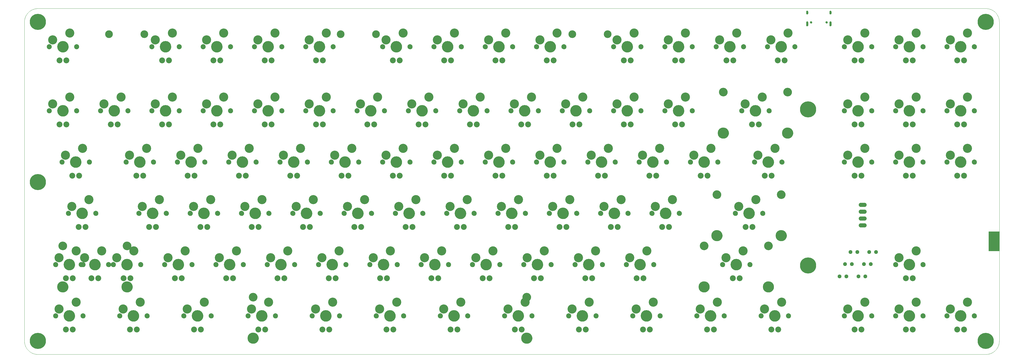
<source format=gts>
G04 EAGLE Gerber RS-274X export*
G75*
%MOMM*%
%FSLAX34Y34*%
%LPD*%
%INTop solder mask*%
%IPPOS*%
%AMOC8*
5,1,8,0,0,1.08239X$1,22.5*%
G01*
%ADD10C,0.000000*%
%ADD11C,3.350000*%
%ADD12C,4.239400*%
%ADD13C,1.856881*%
%ADD14C,2.182000*%
%ADD15C,3.375800*%
%ADD16C,2.861400*%
%ADD17C,0.800000*%
%ADD18R,3.452000X1.674000*%
%ADD19R,4.064000X7.366000*%
%ADD20C,5.992000*%
%ADD21C,1.566000*%
%ADD22C,3.198000*%
%ADD23C,4.137800*%
%ADD24P,1.475081X8X22.500000*%

G36*
X2993570Y1218912D02*
X2993570Y1218912D01*
X2993578Y1218911D01*
X2993744Y1218933D01*
X2994446Y1219106D01*
X2994453Y1219109D01*
X2994461Y1219110D01*
X2994618Y1219171D01*
X2995258Y1219507D01*
X2995264Y1219512D01*
X2995272Y1219515D01*
X2995409Y1219611D01*
X2995950Y1220091D01*
X2995955Y1220097D01*
X2995962Y1220101D01*
X2996072Y1220228D01*
X2996483Y1220823D01*
X2996486Y1220831D01*
X2996492Y1220837D01*
X2996568Y1220986D01*
X2996825Y1221662D01*
X2996826Y1221670D01*
X2996830Y1221677D01*
X2996846Y1221745D01*
X2996849Y1221751D01*
X2996850Y1221762D01*
X2996869Y1221840D01*
X2996956Y1222558D01*
X2996954Y1222588D01*
X2996961Y1222650D01*
X2996961Y1233650D01*
X2996956Y1233680D01*
X2996956Y1233742D01*
X2996869Y1234460D01*
X2996866Y1234467D01*
X2996866Y1234475D01*
X2996825Y1234638D01*
X2996568Y1235314D01*
X2996564Y1235321D01*
X2996562Y1235329D01*
X2996483Y1235477D01*
X2996072Y1236072D01*
X2996067Y1236078D01*
X2996063Y1236085D01*
X2996009Y1236144D01*
X2996006Y1236149D01*
X2996000Y1236154D01*
X2995950Y1236209D01*
X2995409Y1236689D01*
X2995402Y1236693D01*
X2995397Y1236699D01*
X2995258Y1236793D01*
X2994618Y1237129D01*
X2994610Y1237132D01*
X2994603Y1237136D01*
X2994446Y1237194D01*
X2993744Y1237367D01*
X2993736Y1237368D01*
X2993728Y1237371D01*
X2993562Y1237389D01*
X2992838Y1237389D01*
X2992830Y1237388D01*
X2992823Y1237389D01*
X2992656Y1237367D01*
X2991954Y1237194D01*
X2991947Y1237191D01*
X2991939Y1237190D01*
X2991782Y1237129D01*
X2991142Y1236793D01*
X2991136Y1236788D01*
X2991128Y1236785D01*
X2990991Y1236689D01*
X2990450Y1236209D01*
X2990445Y1236203D01*
X2990438Y1236199D01*
X2990328Y1236072D01*
X2989917Y1235477D01*
X2989914Y1235469D01*
X2989908Y1235463D01*
X2989832Y1235314D01*
X2989575Y1234638D01*
X2989574Y1234630D01*
X2989570Y1234623D01*
X2989532Y1234460D01*
X2989444Y1233742D01*
X2989446Y1233712D01*
X2989439Y1233650D01*
X2989439Y1222650D01*
X2989444Y1222620D01*
X2989444Y1222558D01*
X2989532Y1221840D01*
X2989534Y1221833D01*
X2989534Y1221825D01*
X2989575Y1221662D01*
X2989832Y1220986D01*
X2989836Y1220979D01*
X2989838Y1220971D01*
X2989917Y1220823D01*
X2990328Y1220228D01*
X2990334Y1220222D01*
X2990337Y1220215D01*
X2990450Y1220091D01*
X2990991Y1219611D01*
X2990998Y1219607D01*
X2991003Y1219601D01*
X2991142Y1219507D01*
X2991782Y1219171D01*
X2991790Y1219168D01*
X2991797Y1219164D01*
X2991954Y1219106D01*
X2992656Y1218933D01*
X2992664Y1218932D01*
X2992672Y1218929D01*
X2992838Y1218911D01*
X2993562Y1218911D01*
X2993570Y1218912D01*
G37*
G36*
X2907170Y1218912D02*
X2907170Y1218912D01*
X2907178Y1218911D01*
X2907344Y1218933D01*
X2908046Y1219106D01*
X2908053Y1219109D01*
X2908061Y1219110D01*
X2908218Y1219171D01*
X2908858Y1219507D01*
X2908864Y1219512D01*
X2908872Y1219515D01*
X2909009Y1219611D01*
X2909550Y1220091D01*
X2909555Y1220097D01*
X2909562Y1220101D01*
X2909672Y1220228D01*
X2910083Y1220823D01*
X2910086Y1220831D01*
X2910092Y1220837D01*
X2910168Y1220986D01*
X2910425Y1221662D01*
X2910426Y1221670D01*
X2910430Y1221677D01*
X2910446Y1221745D01*
X2910449Y1221751D01*
X2910450Y1221762D01*
X2910469Y1221840D01*
X2910556Y1222558D01*
X2910554Y1222588D01*
X2910561Y1222650D01*
X2910561Y1233650D01*
X2910556Y1233680D01*
X2910556Y1233742D01*
X2910469Y1234460D01*
X2910466Y1234467D01*
X2910466Y1234475D01*
X2910425Y1234638D01*
X2910168Y1235314D01*
X2910164Y1235321D01*
X2910162Y1235329D01*
X2910083Y1235477D01*
X2909672Y1236072D01*
X2909667Y1236078D01*
X2909663Y1236085D01*
X2909609Y1236144D01*
X2909606Y1236149D01*
X2909600Y1236154D01*
X2909550Y1236209D01*
X2909009Y1236689D01*
X2909002Y1236693D01*
X2908997Y1236699D01*
X2908858Y1236793D01*
X2908218Y1237129D01*
X2908210Y1237132D01*
X2908203Y1237136D01*
X2908046Y1237194D01*
X2907344Y1237367D01*
X2907336Y1237368D01*
X2907328Y1237371D01*
X2907162Y1237389D01*
X2906438Y1237389D01*
X2906430Y1237388D01*
X2906423Y1237389D01*
X2906256Y1237367D01*
X2905554Y1237194D01*
X2905547Y1237191D01*
X2905539Y1237190D01*
X2905382Y1237129D01*
X2904742Y1236793D01*
X2904736Y1236788D01*
X2904728Y1236785D01*
X2904591Y1236689D01*
X2904050Y1236209D01*
X2904045Y1236203D01*
X2904038Y1236199D01*
X2903928Y1236072D01*
X2903517Y1235477D01*
X2903514Y1235469D01*
X2903508Y1235463D01*
X2903432Y1235314D01*
X2903175Y1234638D01*
X2903174Y1234630D01*
X2903170Y1234623D01*
X2903132Y1234460D01*
X2903044Y1233742D01*
X2903046Y1233712D01*
X2903039Y1233650D01*
X2903039Y1222650D01*
X2903044Y1222620D01*
X2903044Y1222558D01*
X2903132Y1221840D01*
X2903134Y1221833D01*
X2903134Y1221825D01*
X2903175Y1221662D01*
X2903432Y1220986D01*
X2903436Y1220979D01*
X2903438Y1220971D01*
X2903517Y1220823D01*
X2903928Y1220228D01*
X2903934Y1220222D01*
X2903937Y1220215D01*
X2904050Y1220091D01*
X2904591Y1219611D01*
X2904598Y1219607D01*
X2904603Y1219601D01*
X2904742Y1219507D01*
X2905382Y1219171D01*
X2905390Y1219168D01*
X2905397Y1219164D01*
X2905554Y1219106D01*
X2906256Y1218933D01*
X2906264Y1218932D01*
X2906272Y1218929D01*
X2906438Y1218911D01*
X2907162Y1218911D01*
X2907170Y1218912D01*
G37*
G36*
X2993570Y1263062D02*
X2993570Y1263062D01*
X2993578Y1263061D01*
X2993744Y1263083D01*
X2994446Y1263256D01*
X2994453Y1263259D01*
X2994461Y1263260D01*
X2994618Y1263321D01*
X2995258Y1263657D01*
X2995264Y1263662D01*
X2995272Y1263665D01*
X2995409Y1263761D01*
X2995950Y1264241D01*
X2995955Y1264247D01*
X2995962Y1264251D01*
X2996072Y1264378D01*
X2996483Y1264973D01*
X2996486Y1264981D01*
X2996492Y1264987D01*
X2996568Y1265136D01*
X2996825Y1265812D01*
X2996826Y1265820D01*
X2996830Y1265827D01*
X2996846Y1265894D01*
X2996849Y1265901D01*
X2996850Y1265912D01*
X2996869Y1265990D01*
X2996956Y1266708D01*
X2996954Y1266738D01*
X2996961Y1266800D01*
X2996961Y1273000D01*
X2996956Y1273030D01*
X2996956Y1273092D01*
X2996869Y1273810D01*
X2996866Y1273817D01*
X2996866Y1273825D01*
X2996825Y1273988D01*
X2996568Y1274664D01*
X2996564Y1274671D01*
X2996562Y1274679D01*
X2996483Y1274827D01*
X2996072Y1275422D01*
X2996067Y1275428D01*
X2996063Y1275435D01*
X2995950Y1275559D01*
X2995409Y1276039D01*
X2995402Y1276043D01*
X2995397Y1276049D01*
X2995258Y1276143D01*
X2994618Y1276479D01*
X2994610Y1276482D01*
X2994603Y1276486D01*
X2994446Y1276544D01*
X2993744Y1276717D01*
X2993736Y1276718D01*
X2993728Y1276721D01*
X2993562Y1276739D01*
X2992838Y1276739D01*
X2992830Y1276738D01*
X2992823Y1276739D01*
X2992656Y1276717D01*
X2991954Y1276544D01*
X2991947Y1276541D01*
X2991939Y1276540D01*
X2991782Y1276479D01*
X2991142Y1276143D01*
X2991136Y1276138D01*
X2991128Y1276135D01*
X2990991Y1276039D01*
X2990450Y1275559D01*
X2990445Y1275553D01*
X2990438Y1275549D01*
X2990328Y1275422D01*
X2989917Y1274827D01*
X2989914Y1274819D01*
X2989908Y1274813D01*
X2989832Y1274664D01*
X2989575Y1273988D01*
X2989574Y1273980D01*
X2989570Y1273973D01*
X2989562Y1273941D01*
X2989554Y1273923D01*
X2989551Y1273890D01*
X2989532Y1273810D01*
X2989444Y1273092D01*
X2989446Y1273062D01*
X2989439Y1273000D01*
X2989439Y1266800D01*
X2989444Y1266770D01*
X2989444Y1266708D01*
X2989532Y1265990D01*
X2989534Y1265983D01*
X2989534Y1265975D01*
X2989575Y1265812D01*
X2989832Y1265136D01*
X2989836Y1265129D01*
X2989838Y1265121D01*
X2989917Y1264973D01*
X2990328Y1264378D01*
X2990334Y1264372D01*
X2990337Y1264365D01*
X2990450Y1264241D01*
X2990991Y1263761D01*
X2990998Y1263757D01*
X2991003Y1263751D01*
X2991142Y1263657D01*
X2991782Y1263321D01*
X2991790Y1263318D01*
X2991797Y1263314D01*
X2991954Y1263256D01*
X2992656Y1263083D01*
X2992664Y1263082D01*
X2992672Y1263079D01*
X2992838Y1263061D01*
X2993562Y1263061D01*
X2993570Y1263062D01*
G37*
G36*
X2907170Y1263062D02*
X2907170Y1263062D01*
X2907178Y1263061D01*
X2907344Y1263083D01*
X2908046Y1263256D01*
X2908053Y1263259D01*
X2908061Y1263260D01*
X2908218Y1263321D01*
X2908858Y1263657D01*
X2908864Y1263662D01*
X2908872Y1263665D01*
X2909009Y1263761D01*
X2909550Y1264241D01*
X2909555Y1264247D01*
X2909562Y1264251D01*
X2909672Y1264378D01*
X2910083Y1264973D01*
X2910086Y1264981D01*
X2910092Y1264987D01*
X2910168Y1265136D01*
X2910425Y1265812D01*
X2910426Y1265820D01*
X2910430Y1265827D01*
X2910446Y1265895D01*
X2910449Y1265901D01*
X2910450Y1265912D01*
X2910469Y1265990D01*
X2910556Y1266708D01*
X2910554Y1266738D01*
X2910561Y1266800D01*
X2910561Y1273000D01*
X2910556Y1273030D01*
X2910556Y1273092D01*
X2910469Y1273810D01*
X2910466Y1273817D01*
X2910466Y1273825D01*
X2910425Y1273988D01*
X2910168Y1274664D01*
X2910164Y1274671D01*
X2910162Y1274679D01*
X2910083Y1274827D01*
X2909672Y1275422D01*
X2909667Y1275428D01*
X2909663Y1275435D01*
X2909550Y1275559D01*
X2909009Y1276039D01*
X2909002Y1276043D01*
X2908997Y1276049D01*
X2908858Y1276143D01*
X2908218Y1276479D01*
X2908210Y1276482D01*
X2908203Y1276486D01*
X2908046Y1276544D01*
X2907344Y1276717D01*
X2907336Y1276718D01*
X2907328Y1276721D01*
X2907162Y1276739D01*
X2906438Y1276739D01*
X2906430Y1276738D01*
X2906423Y1276739D01*
X2906256Y1276717D01*
X2905554Y1276544D01*
X2905547Y1276541D01*
X2905539Y1276540D01*
X2905382Y1276479D01*
X2904742Y1276143D01*
X2904736Y1276138D01*
X2904728Y1276135D01*
X2904591Y1276039D01*
X2904050Y1275559D01*
X2904045Y1275553D01*
X2904038Y1275549D01*
X2903928Y1275422D01*
X2903517Y1274827D01*
X2903514Y1274819D01*
X2903508Y1274813D01*
X2903432Y1274664D01*
X2903175Y1273988D01*
X2903174Y1273980D01*
X2903170Y1273973D01*
X2903162Y1273941D01*
X2903154Y1273923D01*
X2903151Y1273891D01*
X2903132Y1273810D01*
X2903044Y1273092D01*
X2903046Y1273062D01*
X2903039Y1273000D01*
X2903039Y1266800D01*
X2903044Y1266770D01*
X2903044Y1266708D01*
X2903132Y1265990D01*
X2903134Y1265983D01*
X2903134Y1265975D01*
X2903175Y1265812D01*
X2903432Y1265136D01*
X2903436Y1265129D01*
X2903438Y1265121D01*
X2903517Y1264973D01*
X2903928Y1264378D01*
X2903934Y1264372D01*
X2903937Y1264365D01*
X2904050Y1264241D01*
X2904591Y1263761D01*
X2904598Y1263757D01*
X2904603Y1263751D01*
X2904742Y1263657D01*
X2905382Y1263321D01*
X2905390Y1263318D01*
X2905397Y1263314D01*
X2905554Y1263256D01*
X2906256Y1263083D01*
X2906264Y1263082D01*
X2906272Y1263079D01*
X2906438Y1263061D01*
X2907162Y1263061D01*
X2907170Y1263062D01*
G37*
D10*
X3570000Y1285000D02*
X50000Y1285000D01*
X48792Y1284985D01*
X47584Y1284942D01*
X46378Y1284869D01*
X45174Y1284767D01*
X43973Y1284635D01*
X42776Y1284475D01*
X41582Y1284286D01*
X40394Y1284069D01*
X39211Y1283822D01*
X38034Y1283547D01*
X36865Y1283244D01*
X35703Y1282912D01*
X34549Y1282553D01*
X33405Y1282166D01*
X32270Y1281751D01*
X31145Y1281309D01*
X30032Y1280840D01*
X28930Y1280344D01*
X27840Y1279821D01*
X26764Y1279273D01*
X25701Y1278698D01*
X24652Y1278098D01*
X23618Y1277473D01*
X22599Y1276824D01*
X21597Y1276149D01*
X20611Y1275451D01*
X19642Y1274729D01*
X18691Y1273984D01*
X17758Y1273216D01*
X16844Y1272426D01*
X15949Y1271613D01*
X15074Y1270780D01*
X14220Y1269926D01*
X13387Y1269051D01*
X12574Y1268156D01*
X11784Y1267242D01*
X11016Y1266309D01*
X10271Y1265358D01*
X9549Y1264389D01*
X8851Y1263403D01*
X8176Y1262401D01*
X7527Y1261382D01*
X6902Y1260348D01*
X6302Y1259299D01*
X5727Y1258236D01*
X5179Y1257160D01*
X4656Y1256070D01*
X4160Y1254968D01*
X3691Y1253855D01*
X3249Y1252730D01*
X2834Y1251595D01*
X2447Y1250451D01*
X2088Y1249297D01*
X1756Y1248135D01*
X1453Y1246966D01*
X1178Y1245789D01*
X931Y1244606D01*
X714Y1243418D01*
X525Y1242224D01*
X365Y1241027D01*
X233Y1239826D01*
X131Y1238622D01*
X58Y1237416D01*
X15Y1236208D01*
X0Y1235000D01*
X0Y50000D01*
X15Y48792D01*
X58Y47584D01*
X131Y46378D01*
X233Y45174D01*
X365Y43973D01*
X525Y42776D01*
X714Y41582D01*
X931Y40394D01*
X1178Y39211D01*
X1453Y38034D01*
X1756Y36865D01*
X2088Y35703D01*
X2447Y34549D01*
X2834Y33405D01*
X3249Y32270D01*
X3691Y31145D01*
X4160Y30032D01*
X4656Y28930D01*
X5179Y27840D01*
X5727Y26764D01*
X6302Y25701D01*
X6902Y24652D01*
X7527Y23618D01*
X8176Y22599D01*
X8851Y21597D01*
X9549Y20611D01*
X10271Y19642D01*
X11016Y18691D01*
X11784Y17758D01*
X12574Y16844D01*
X13387Y15949D01*
X14220Y15074D01*
X15074Y14220D01*
X15949Y13387D01*
X16844Y12574D01*
X17758Y11784D01*
X18691Y11016D01*
X19642Y10271D01*
X20611Y9549D01*
X21597Y8851D01*
X22599Y8176D01*
X23618Y7527D01*
X24652Y6902D01*
X25701Y6302D01*
X26764Y5727D01*
X27840Y5179D01*
X28930Y4656D01*
X30032Y4160D01*
X31145Y3691D01*
X32270Y3249D01*
X33405Y2834D01*
X34549Y2447D01*
X35703Y2088D01*
X36865Y1756D01*
X38034Y1453D01*
X39211Y1178D01*
X40394Y931D01*
X41582Y714D01*
X42776Y525D01*
X43973Y365D01*
X45174Y233D01*
X46378Y131D01*
X47584Y58D01*
X48792Y15D01*
X50000Y0D01*
X3570000Y0D01*
X3571208Y15D01*
X3572416Y58D01*
X3573622Y131D01*
X3574826Y233D01*
X3576027Y365D01*
X3577224Y525D01*
X3578418Y714D01*
X3579606Y931D01*
X3580789Y1178D01*
X3581966Y1453D01*
X3583135Y1756D01*
X3584297Y2088D01*
X3585451Y2447D01*
X3586595Y2834D01*
X3587730Y3249D01*
X3588855Y3691D01*
X3589968Y4160D01*
X3591070Y4656D01*
X3592160Y5179D01*
X3593236Y5727D01*
X3594299Y6302D01*
X3595348Y6902D01*
X3596382Y7527D01*
X3597401Y8176D01*
X3598403Y8851D01*
X3599389Y9549D01*
X3600358Y10271D01*
X3601309Y11016D01*
X3602242Y11784D01*
X3603156Y12574D01*
X3604051Y13387D01*
X3604926Y14220D01*
X3605780Y15074D01*
X3606613Y15949D01*
X3607426Y16844D01*
X3608216Y17758D01*
X3608984Y18691D01*
X3609729Y19642D01*
X3610451Y20611D01*
X3611149Y21597D01*
X3611824Y22599D01*
X3612473Y23618D01*
X3613098Y24652D01*
X3613698Y25701D01*
X3614273Y26764D01*
X3614821Y27840D01*
X3615344Y28930D01*
X3615840Y30032D01*
X3616309Y31145D01*
X3616751Y32270D01*
X3617166Y33405D01*
X3617553Y34549D01*
X3617912Y35703D01*
X3618244Y36865D01*
X3618547Y38034D01*
X3618822Y39211D01*
X3619069Y40394D01*
X3619286Y41582D01*
X3619475Y42776D01*
X3619635Y43973D01*
X3619767Y45174D01*
X3619869Y46378D01*
X3619942Y47584D01*
X3619985Y48792D01*
X3620000Y50000D01*
X3620000Y1235000D01*
X3619985Y1236208D01*
X3619942Y1237416D01*
X3619869Y1238622D01*
X3619767Y1239826D01*
X3619635Y1241027D01*
X3619475Y1242224D01*
X3619286Y1243418D01*
X3619069Y1244606D01*
X3618822Y1245789D01*
X3618547Y1246966D01*
X3618244Y1248135D01*
X3617912Y1249297D01*
X3617553Y1250451D01*
X3617166Y1251595D01*
X3616751Y1252730D01*
X3616309Y1253855D01*
X3615840Y1254968D01*
X3615344Y1256070D01*
X3614821Y1257160D01*
X3614273Y1258236D01*
X3613698Y1259299D01*
X3613098Y1260348D01*
X3612473Y1261382D01*
X3611824Y1262401D01*
X3611149Y1263403D01*
X3610451Y1264389D01*
X3609729Y1265358D01*
X3608984Y1266309D01*
X3608216Y1267242D01*
X3607426Y1268156D01*
X3606613Y1269051D01*
X3605780Y1269926D01*
X3604926Y1270780D01*
X3604051Y1271613D01*
X3603156Y1272426D01*
X3602242Y1273216D01*
X3601309Y1273984D01*
X3600358Y1274729D01*
X3599389Y1275451D01*
X3598403Y1276149D01*
X3597401Y1276824D01*
X3596382Y1277473D01*
X3595348Y1278098D01*
X3594299Y1278698D01*
X3593236Y1279273D01*
X3592160Y1279821D01*
X3591070Y1280344D01*
X3589968Y1280840D01*
X3588855Y1281309D01*
X3587730Y1281751D01*
X3586595Y1282166D01*
X3585451Y1282553D01*
X3584297Y1282912D01*
X3583135Y1283244D01*
X3581966Y1283547D01*
X3580789Y1283822D01*
X3579606Y1284069D01*
X3578418Y1284286D01*
X3577224Y1284475D01*
X3576027Y1284635D01*
X3574826Y1284767D01*
X3573622Y1284869D01*
X3572416Y1284942D01*
X3571208Y1284985D01*
X3570000Y1285000D01*
X34000Y50000D02*
X34005Y50393D01*
X34019Y50785D01*
X34043Y51177D01*
X34077Y51568D01*
X34120Y51959D01*
X34173Y52348D01*
X34236Y52735D01*
X34307Y53121D01*
X34389Y53506D01*
X34479Y53888D01*
X34580Y54267D01*
X34689Y54645D01*
X34808Y55019D01*
X34935Y55390D01*
X35072Y55758D01*
X35218Y56123D01*
X35373Y56484D01*
X35536Y56841D01*
X35708Y57194D01*
X35889Y57542D01*
X36079Y57886D01*
X36276Y58226D01*
X36482Y58560D01*
X36696Y58889D01*
X36919Y59213D01*
X37149Y59531D01*
X37386Y59844D01*
X37632Y60150D01*
X37885Y60451D01*
X38145Y60745D01*
X38412Y61033D01*
X38686Y61314D01*
X38967Y61588D01*
X39255Y61855D01*
X39549Y62115D01*
X39850Y62368D01*
X40156Y62614D01*
X40469Y62851D01*
X40787Y63081D01*
X41111Y63304D01*
X41440Y63518D01*
X41774Y63724D01*
X42114Y63921D01*
X42458Y64111D01*
X42806Y64292D01*
X43159Y64464D01*
X43516Y64627D01*
X43877Y64782D01*
X44242Y64928D01*
X44610Y65065D01*
X44981Y65192D01*
X45355Y65311D01*
X45733Y65420D01*
X46112Y65521D01*
X46494Y65611D01*
X46879Y65693D01*
X47265Y65764D01*
X47652Y65827D01*
X48041Y65880D01*
X48432Y65923D01*
X48823Y65957D01*
X49215Y65981D01*
X49607Y65995D01*
X50000Y66000D01*
X50393Y65995D01*
X50785Y65981D01*
X51177Y65957D01*
X51568Y65923D01*
X51959Y65880D01*
X52348Y65827D01*
X52735Y65764D01*
X53121Y65693D01*
X53506Y65611D01*
X53888Y65521D01*
X54267Y65420D01*
X54645Y65311D01*
X55019Y65192D01*
X55390Y65065D01*
X55758Y64928D01*
X56123Y64782D01*
X56484Y64627D01*
X56841Y64464D01*
X57194Y64292D01*
X57542Y64111D01*
X57886Y63921D01*
X58226Y63724D01*
X58560Y63518D01*
X58889Y63304D01*
X59213Y63081D01*
X59531Y62851D01*
X59844Y62614D01*
X60150Y62368D01*
X60451Y62115D01*
X60745Y61855D01*
X61033Y61588D01*
X61314Y61314D01*
X61588Y61033D01*
X61855Y60745D01*
X62115Y60451D01*
X62368Y60150D01*
X62614Y59844D01*
X62851Y59531D01*
X63081Y59213D01*
X63304Y58889D01*
X63518Y58560D01*
X63724Y58226D01*
X63921Y57886D01*
X64111Y57542D01*
X64292Y57194D01*
X64464Y56841D01*
X64627Y56484D01*
X64782Y56123D01*
X64928Y55758D01*
X65065Y55390D01*
X65192Y55019D01*
X65311Y54645D01*
X65420Y54267D01*
X65521Y53888D01*
X65611Y53506D01*
X65693Y53121D01*
X65764Y52735D01*
X65827Y52348D01*
X65880Y51959D01*
X65923Y51568D01*
X65957Y51177D01*
X65981Y50785D01*
X65995Y50393D01*
X66000Y50000D01*
X65995Y49607D01*
X65981Y49215D01*
X65957Y48823D01*
X65923Y48432D01*
X65880Y48041D01*
X65827Y47652D01*
X65764Y47265D01*
X65693Y46879D01*
X65611Y46494D01*
X65521Y46112D01*
X65420Y45733D01*
X65311Y45355D01*
X65192Y44981D01*
X65065Y44610D01*
X64928Y44242D01*
X64782Y43877D01*
X64627Y43516D01*
X64464Y43159D01*
X64292Y42806D01*
X64111Y42458D01*
X63921Y42114D01*
X63724Y41774D01*
X63518Y41440D01*
X63304Y41111D01*
X63081Y40787D01*
X62851Y40469D01*
X62614Y40156D01*
X62368Y39850D01*
X62115Y39549D01*
X61855Y39255D01*
X61588Y38967D01*
X61314Y38686D01*
X61033Y38412D01*
X60745Y38145D01*
X60451Y37885D01*
X60150Y37632D01*
X59844Y37386D01*
X59531Y37149D01*
X59213Y36919D01*
X58889Y36696D01*
X58560Y36482D01*
X58226Y36276D01*
X57886Y36079D01*
X57542Y35889D01*
X57194Y35708D01*
X56841Y35536D01*
X56484Y35373D01*
X56123Y35218D01*
X55758Y35072D01*
X55390Y34935D01*
X55019Y34808D01*
X54645Y34689D01*
X54267Y34580D01*
X53888Y34479D01*
X53506Y34389D01*
X53121Y34307D01*
X52735Y34236D01*
X52348Y34173D01*
X51959Y34120D01*
X51568Y34077D01*
X51177Y34043D01*
X50785Y34019D01*
X50393Y34005D01*
X50000Y34000D01*
X49607Y34005D01*
X49215Y34019D01*
X48823Y34043D01*
X48432Y34077D01*
X48041Y34120D01*
X47652Y34173D01*
X47265Y34236D01*
X46879Y34307D01*
X46494Y34389D01*
X46112Y34479D01*
X45733Y34580D01*
X45355Y34689D01*
X44981Y34808D01*
X44610Y34935D01*
X44242Y35072D01*
X43877Y35218D01*
X43516Y35373D01*
X43159Y35536D01*
X42806Y35708D01*
X42458Y35889D01*
X42114Y36079D01*
X41774Y36276D01*
X41440Y36482D01*
X41111Y36696D01*
X40787Y36919D01*
X40469Y37149D01*
X40156Y37386D01*
X39850Y37632D01*
X39549Y37885D01*
X39255Y38145D01*
X38967Y38412D01*
X38686Y38686D01*
X38412Y38967D01*
X38145Y39255D01*
X37885Y39549D01*
X37632Y39850D01*
X37386Y40156D01*
X37149Y40469D01*
X36919Y40787D01*
X36696Y41111D01*
X36482Y41440D01*
X36276Y41774D01*
X36079Y42114D01*
X35889Y42458D01*
X35708Y42806D01*
X35536Y43159D01*
X35373Y43516D01*
X35218Y43877D01*
X35072Y44242D01*
X34935Y44610D01*
X34808Y44981D01*
X34689Y45355D01*
X34580Y45733D01*
X34479Y46112D01*
X34389Y46494D01*
X34307Y46879D01*
X34236Y47265D01*
X34173Y47652D01*
X34120Y48041D01*
X34077Y48432D01*
X34043Y48823D01*
X34019Y49215D01*
X34005Y49607D01*
X34000Y50000D01*
D11*
X50000Y50000D03*
D10*
X34000Y1235000D02*
X34005Y1235393D01*
X34019Y1235785D01*
X34043Y1236177D01*
X34077Y1236568D01*
X34120Y1236959D01*
X34173Y1237348D01*
X34236Y1237735D01*
X34307Y1238121D01*
X34389Y1238506D01*
X34479Y1238888D01*
X34580Y1239267D01*
X34689Y1239645D01*
X34808Y1240019D01*
X34935Y1240390D01*
X35072Y1240758D01*
X35218Y1241123D01*
X35373Y1241484D01*
X35536Y1241841D01*
X35708Y1242194D01*
X35889Y1242542D01*
X36079Y1242886D01*
X36276Y1243226D01*
X36482Y1243560D01*
X36696Y1243889D01*
X36919Y1244213D01*
X37149Y1244531D01*
X37386Y1244844D01*
X37632Y1245150D01*
X37885Y1245451D01*
X38145Y1245745D01*
X38412Y1246033D01*
X38686Y1246314D01*
X38967Y1246588D01*
X39255Y1246855D01*
X39549Y1247115D01*
X39850Y1247368D01*
X40156Y1247614D01*
X40469Y1247851D01*
X40787Y1248081D01*
X41111Y1248304D01*
X41440Y1248518D01*
X41774Y1248724D01*
X42114Y1248921D01*
X42458Y1249111D01*
X42806Y1249292D01*
X43159Y1249464D01*
X43516Y1249627D01*
X43877Y1249782D01*
X44242Y1249928D01*
X44610Y1250065D01*
X44981Y1250192D01*
X45355Y1250311D01*
X45733Y1250420D01*
X46112Y1250521D01*
X46494Y1250611D01*
X46879Y1250693D01*
X47265Y1250764D01*
X47652Y1250827D01*
X48041Y1250880D01*
X48432Y1250923D01*
X48823Y1250957D01*
X49215Y1250981D01*
X49607Y1250995D01*
X50000Y1251000D01*
X50393Y1250995D01*
X50785Y1250981D01*
X51177Y1250957D01*
X51568Y1250923D01*
X51959Y1250880D01*
X52348Y1250827D01*
X52735Y1250764D01*
X53121Y1250693D01*
X53506Y1250611D01*
X53888Y1250521D01*
X54267Y1250420D01*
X54645Y1250311D01*
X55019Y1250192D01*
X55390Y1250065D01*
X55758Y1249928D01*
X56123Y1249782D01*
X56484Y1249627D01*
X56841Y1249464D01*
X57194Y1249292D01*
X57542Y1249111D01*
X57886Y1248921D01*
X58226Y1248724D01*
X58560Y1248518D01*
X58889Y1248304D01*
X59213Y1248081D01*
X59531Y1247851D01*
X59844Y1247614D01*
X60150Y1247368D01*
X60451Y1247115D01*
X60745Y1246855D01*
X61033Y1246588D01*
X61314Y1246314D01*
X61588Y1246033D01*
X61855Y1245745D01*
X62115Y1245451D01*
X62368Y1245150D01*
X62614Y1244844D01*
X62851Y1244531D01*
X63081Y1244213D01*
X63304Y1243889D01*
X63518Y1243560D01*
X63724Y1243226D01*
X63921Y1242886D01*
X64111Y1242542D01*
X64292Y1242194D01*
X64464Y1241841D01*
X64627Y1241484D01*
X64782Y1241123D01*
X64928Y1240758D01*
X65065Y1240390D01*
X65192Y1240019D01*
X65311Y1239645D01*
X65420Y1239267D01*
X65521Y1238888D01*
X65611Y1238506D01*
X65693Y1238121D01*
X65764Y1237735D01*
X65827Y1237348D01*
X65880Y1236959D01*
X65923Y1236568D01*
X65957Y1236177D01*
X65981Y1235785D01*
X65995Y1235393D01*
X66000Y1235000D01*
X65995Y1234607D01*
X65981Y1234215D01*
X65957Y1233823D01*
X65923Y1233432D01*
X65880Y1233041D01*
X65827Y1232652D01*
X65764Y1232265D01*
X65693Y1231879D01*
X65611Y1231494D01*
X65521Y1231112D01*
X65420Y1230733D01*
X65311Y1230355D01*
X65192Y1229981D01*
X65065Y1229610D01*
X64928Y1229242D01*
X64782Y1228877D01*
X64627Y1228516D01*
X64464Y1228159D01*
X64292Y1227806D01*
X64111Y1227458D01*
X63921Y1227114D01*
X63724Y1226774D01*
X63518Y1226440D01*
X63304Y1226111D01*
X63081Y1225787D01*
X62851Y1225469D01*
X62614Y1225156D01*
X62368Y1224850D01*
X62115Y1224549D01*
X61855Y1224255D01*
X61588Y1223967D01*
X61314Y1223686D01*
X61033Y1223412D01*
X60745Y1223145D01*
X60451Y1222885D01*
X60150Y1222632D01*
X59844Y1222386D01*
X59531Y1222149D01*
X59213Y1221919D01*
X58889Y1221696D01*
X58560Y1221482D01*
X58226Y1221276D01*
X57886Y1221079D01*
X57542Y1220889D01*
X57194Y1220708D01*
X56841Y1220536D01*
X56484Y1220373D01*
X56123Y1220218D01*
X55758Y1220072D01*
X55390Y1219935D01*
X55019Y1219808D01*
X54645Y1219689D01*
X54267Y1219580D01*
X53888Y1219479D01*
X53506Y1219389D01*
X53121Y1219307D01*
X52735Y1219236D01*
X52348Y1219173D01*
X51959Y1219120D01*
X51568Y1219077D01*
X51177Y1219043D01*
X50785Y1219019D01*
X50393Y1219005D01*
X50000Y1219000D01*
X49607Y1219005D01*
X49215Y1219019D01*
X48823Y1219043D01*
X48432Y1219077D01*
X48041Y1219120D01*
X47652Y1219173D01*
X47265Y1219236D01*
X46879Y1219307D01*
X46494Y1219389D01*
X46112Y1219479D01*
X45733Y1219580D01*
X45355Y1219689D01*
X44981Y1219808D01*
X44610Y1219935D01*
X44242Y1220072D01*
X43877Y1220218D01*
X43516Y1220373D01*
X43159Y1220536D01*
X42806Y1220708D01*
X42458Y1220889D01*
X42114Y1221079D01*
X41774Y1221276D01*
X41440Y1221482D01*
X41111Y1221696D01*
X40787Y1221919D01*
X40469Y1222149D01*
X40156Y1222386D01*
X39850Y1222632D01*
X39549Y1222885D01*
X39255Y1223145D01*
X38967Y1223412D01*
X38686Y1223686D01*
X38412Y1223967D01*
X38145Y1224255D01*
X37885Y1224549D01*
X37632Y1224850D01*
X37386Y1225156D01*
X37149Y1225469D01*
X36919Y1225787D01*
X36696Y1226111D01*
X36482Y1226440D01*
X36276Y1226774D01*
X36079Y1227114D01*
X35889Y1227458D01*
X35708Y1227806D01*
X35536Y1228159D01*
X35373Y1228516D01*
X35218Y1228877D01*
X35072Y1229242D01*
X34935Y1229610D01*
X34808Y1229981D01*
X34689Y1230355D01*
X34580Y1230733D01*
X34479Y1231112D01*
X34389Y1231494D01*
X34307Y1231879D01*
X34236Y1232265D01*
X34173Y1232652D01*
X34120Y1233041D01*
X34077Y1233432D01*
X34043Y1233823D01*
X34019Y1234215D01*
X34005Y1234607D01*
X34000Y1235000D01*
D11*
X50000Y1235000D03*
D10*
X2894000Y330000D02*
X2894005Y330393D01*
X2894019Y330785D01*
X2894043Y331177D01*
X2894077Y331568D01*
X2894120Y331959D01*
X2894173Y332348D01*
X2894236Y332735D01*
X2894307Y333121D01*
X2894389Y333506D01*
X2894479Y333888D01*
X2894580Y334267D01*
X2894689Y334645D01*
X2894808Y335019D01*
X2894935Y335390D01*
X2895072Y335758D01*
X2895218Y336123D01*
X2895373Y336484D01*
X2895536Y336841D01*
X2895708Y337194D01*
X2895889Y337542D01*
X2896079Y337886D01*
X2896276Y338226D01*
X2896482Y338560D01*
X2896696Y338889D01*
X2896919Y339213D01*
X2897149Y339531D01*
X2897386Y339844D01*
X2897632Y340150D01*
X2897885Y340451D01*
X2898145Y340745D01*
X2898412Y341033D01*
X2898686Y341314D01*
X2898967Y341588D01*
X2899255Y341855D01*
X2899549Y342115D01*
X2899850Y342368D01*
X2900156Y342614D01*
X2900469Y342851D01*
X2900787Y343081D01*
X2901111Y343304D01*
X2901440Y343518D01*
X2901774Y343724D01*
X2902114Y343921D01*
X2902458Y344111D01*
X2902806Y344292D01*
X2903159Y344464D01*
X2903516Y344627D01*
X2903877Y344782D01*
X2904242Y344928D01*
X2904610Y345065D01*
X2904981Y345192D01*
X2905355Y345311D01*
X2905733Y345420D01*
X2906112Y345521D01*
X2906494Y345611D01*
X2906879Y345693D01*
X2907265Y345764D01*
X2907652Y345827D01*
X2908041Y345880D01*
X2908432Y345923D01*
X2908823Y345957D01*
X2909215Y345981D01*
X2909607Y345995D01*
X2910000Y346000D01*
X2910393Y345995D01*
X2910785Y345981D01*
X2911177Y345957D01*
X2911568Y345923D01*
X2911959Y345880D01*
X2912348Y345827D01*
X2912735Y345764D01*
X2913121Y345693D01*
X2913506Y345611D01*
X2913888Y345521D01*
X2914267Y345420D01*
X2914645Y345311D01*
X2915019Y345192D01*
X2915390Y345065D01*
X2915758Y344928D01*
X2916123Y344782D01*
X2916484Y344627D01*
X2916841Y344464D01*
X2917194Y344292D01*
X2917542Y344111D01*
X2917886Y343921D01*
X2918226Y343724D01*
X2918560Y343518D01*
X2918889Y343304D01*
X2919213Y343081D01*
X2919531Y342851D01*
X2919844Y342614D01*
X2920150Y342368D01*
X2920451Y342115D01*
X2920745Y341855D01*
X2921033Y341588D01*
X2921314Y341314D01*
X2921588Y341033D01*
X2921855Y340745D01*
X2922115Y340451D01*
X2922368Y340150D01*
X2922614Y339844D01*
X2922851Y339531D01*
X2923081Y339213D01*
X2923304Y338889D01*
X2923518Y338560D01*
X2923724Y338226D01*
X2923921Y337886D01*
X2924111Y337542D01*
X2924292Y337194D01*
X2924464Y336841D01*
X2924627Y336484D01*
X2924782Y336123D01*
X2924928Y335758D01*
X2925065Y335390D01*
X2925192Y335019D01*
X2925311Y334645D01*
X2925420Y334267D01*
X2925521Y333888D01*
X2925611Y333506D01*
X2925693Y333121D01*
X2925764Y332735D01*
X2925827Y332348D01*
X2925880Y331959D01*
X2925923Y331568D01*
X2925957Y331177D01*
X2925981Y330785D01*
X2925995Y330393D01*
X2926000Y330000D01*
X2925995Y329607D01*
X2925981Y329215D01*
X2925957Y328823D01*
X2925923Y328432D01*
X2925880Y328041D01*
X2925827Y327652D01*
X2925764Y327265D01*
X2925693Y326879D01*
X2925611Y326494D01*
X2925521Y326112D01*
X2925420Y325733D01*
X2925311Y325355D01*
X2925192Y324981D01*
X2925065Y324610D01*
X2924928Y324242D01*
X2924782Y323877D01*
X2924627Y323516D01*
X2924464Y323159D01*
X2924292Y322806D01*
X2924111Y322458D01*
X2923921Y322114D01*
X2923724Y321774D01*
X2923518Y321440D01*
X2923304Y321111D01*
X2923081Y320787D01*
X2922851Y320469D01*
X2922614Y320156D01*
X2922368Y319850D01*
X2922115Y319549D01*
X2921855Y319255D01*
X2921588Y318967D01*
X2921314Y318686D01*
X2921033Y318412D01*
X2920745Y318145D01*
X2920451Y317885D01*
X2920150Y317632D01*
X2919844Y317386D01*
X2919531Y317149D01*
X2919213Y316919D01*
X2918889Y316696D01*
X2918560Y316482D01*
X2918226Y316276D01*
X2917886Y316079D01*
X2917542Y315889D01*
X2917194Y315708D01*
X2916841Y315536D01*
X2916484Y315373D01*
X2916123Y315218D01*
X2915758Y315072D01*
X2915390Y314935D01*
X2915019Y314808D01*
X2914645Y314689D01*
X2914267Y314580D01*
X2913888Y314479D01*
X2913506Y314389D01*
X2913121Y314307D01*
X2912735Y314236D01*
X2912348Y314173D01*
X2911959Y314120D01*
X2911568Y314077D01*
X2911177Y314043D01*
X2910785Y314019D01*
X2910393Y314005D01*
X2910000Y314000D01*
X2909607Y314005D01*
X2909215Y314019D01*
X2908823Y314043D01*
X2908432Y314077D01*
X2908041Y314120D01*
X2907652Y314173D01*
X2907265Y314236D01*
X2906879Y314307D01*
X2906494Y314389D01*
X2906112Y314479D01*
X2905733Y314580D01*
X2905355Y314689D01*
X2904981Y314808D01*
X2904610Y314935D01*
X2904242Y315072D01*
X2903877Y315218D01*
X2903516Y315373D01*
X2903159Y315536D01*
X2902806Y315708D01*
X2902458Y315889D01*
X2902114Y316079D01*
X2901774Y316276D01*
X2901440Y316482D01*
X2901111Y316696D01*
X2900787Y316919D01*
X2900469Y317149D01*
X2900156Y317386D01*
X2899850Y317632D01*
X2899549Y317885D01*
X2899255Y318145D01*
X2898967Y318412D01*
X2898686Y318686D01*
X2898412Y318967D01*
X2898145Y319255D01*
X2897885Y319549D01*
X2897632Y319850D01*
X2897386Y320156D01*
X2897149Y320469D01*
X2896919Y320787D01*
X2896696Y321111D01*
X2896482Y321440D01*
X2896276Y321774D01*
X2896079Y322114D01*
X2895889Y322458D01*
X2895708Y322806D01*
X2895536Y323159D01*
X2895373Y323516D01*
X2895218Y323877D01*
X2895072Y324242D01*
X2894935Y324610D01*
X2894808Y324981D01*
X2894689Y325355D01*
X2894580Y325733D01*
X2894479Y326112D01*
X2894389Y326494D01*
X2894307Y326879D01*
X2894236Y327265D01*
X2894173Y327652D01*
X2894120Y328041D01*
X2894077Y328432D01*
X2894043Y328823D01*
X2894019Y329215D01*
X2894005Y329607D01*
X2894000Y330000D01*
D11*
X2910000Y330000D03*
D10*
X3554000Y50000D02*
X3554005Y50393D01*
X3554019Y50785D01*
X3554043Y51177D01*
X3554077Y51568D01*
X3554120Y51959D01*
X3554173Y52348D01*
X3554236Y52735D01*
X3554307Y53121D01*
X3554389Y53506D01*
X3554479Y53888D01*
X3554580Y54267D01*
X3554689Y54645D01*
X3554808Y55019D01*
X3554935Y55390D01*
X3555072Y55758D01*
X3555218Y56123D01*
X3555373Y56484D01*
X3555536Y56841D01*
X3555708Y57194D01*
X3555889Y57542D01*
X3556079Y57886D01*
X3556276Y58226D01*
X3556482Y58560D01*
X3556696Y58889D01*
X3556919Y59213D01*
X3557149Y59531D01*
X3557386Y59844D01*
X3557632Y60150D01*
X3557885Y60451D01*
X3558145Y60745D01*
X3558412Y61033D01*
X3558686Y61314D01*
X3558967Y61588D01*
X3559255Y61855D01*
X3559549Y62115D01*
X3559850Y62368D01*
X3560156Y62614D01*
X3560469Y62851D01*
X3560787Y63081D01*
X3561111Y63304D01*
X3561440Y63518D01*
X3561774Y63724D01*
X3562114Y63921D01*
X3562458Y64111D01*
X3562806Y64292D01*
X3563159Y64464D01*
X3563516Y64627D01*
X3563877Y64782D01*
X3564242Y64928D01*
X3564610Y65065D01*
X3564981Y65192D01*
X3565355Y65311D01*
X3565733Y65420D01*
X3566112Y65521D01*
X3566494Y65611D01*
X3566879Y65693D01*
X3567265Y65764D01*
X3567652Y65827D01*
X3568041Y65880D01*
X3568432Y65923D01*
X3568823Y65957D01*
X3569215Y65981D01*
X3569607Y65995D01*
X3570000Y66000D01*
X3570393Y65995D01*
X3570785Y65981D01*
X3571177Y65957D01*
X3571568Y65923D01*
X3571959Y65880D01*
X3572348Y65827D01*
X3572735Y65764D01*
X3573121Y65693D01*
X3573506Y65611D01*
X3573888Y65521D01*
X3574267Y65420D01*
X3574645Y65311D01*
X3575019Y65192D01*
X3575390Y65065D01*
X3575758Y64928D01*
X3576123Y64782D01*
X3576484Y64627D01*
X3576841Y64464D01*
X3577194Y64292D01*
X3577542Y64111D01*
X3577886Y63921D01*
X3578226Y63724D01*
X3578560Y63518D01*
X3578889Y63304D01*
X3579213Y63081D01*
X3579531Y62851D01*
X3579844Y62614D01*
X3580150Y62368D01*
X3580451Y62115D01*
X3580745Y61855D01*
X3581033Y61588D01*
X3581314Y61314D01*
X3581588Y61033D01*
X3581855Y60745D01*
X3582115Y60451D01*
X3582368Y60150D01*
X3582614Y59844D01*
X3582851Y59531D01*
X3583081Y59213D01*
X3583304Y58889D01*
X3583518Y58560D01*
X3583724Y58226D01*
X3583921Y57886D01*
X3584111Y57542D01*
X3584292Y57194D01*
X3584464Y56841D01*
X3584627Y56484D01*
X3584782Y56123D01*
X3584928Y55758D01*
X3585065Y55390D01*
X3585192Y55019D01*
X3585311Y54645D01*
X3585420Y54267D01*
X3585521Y53888D01*
X3585611Y53506D01*
X3585693Y53121D01*
X3585764Y52735D01*
X3585827Y52348D01*
X3585880Y51959D01*
X3585923Y51568D01*
X3585957Y51177D01*
X3585981Y50785D01*
X3585995Y50393D01*
X3586000Y50000D01*
X3585995Y49607D01*
X3585981Y49215D01*
X3585957Y48823D01*
X3585923Y48432D01*
X3585880Y48041D01*
X3585827Y47652D01*
X3585764Y47265D01*
X3585693Y46879D01*
X3585611Y46494D01*
X3585521Y46112D01*
X3585420Y45733D01*
X3585311Y45355D01*
X3585192Y44981D01*
X3585065Y44610D01*
X3584928Y44242D01*
X3584782Y43877D01*
X3584627Y43516D01*
X3584464Y43159D01*
X3584292Y42806D01*
X3584111Y42458D01*
X3583921Y42114D01*
X3583724Y41774D01*
X3583518Y41440D01*
X3583304Y41111D01*
X3583081Y40787D01*
X3582851Y40469D01*
X3582614Y40156D01*
X3582368Y39850D01*
X3582115Y39549D01*
X3581855Y39255D01*
X3581588Y38967D01*
X3581314Y38686D01*
X3581033Y38412D01*
X3580745Y38145D01*
X3580451Y37885D01*
X3580150Y37632D01*
X3579844Y37386D01*
X3579531Y37149D01*
X3579213Y36919D01*
X3578889Y36696D01*
X3578560Y36482D01*
X3578226Y36276D01*
X3577886Y36079D01*
X3577542Y35889D01*
X3577194Y35708D01*
X3576841Y35536D01*
X3576484Y35373D01*
X3576123Y35218D01*
X3575758Y35072D01*
X3575390Y34935D01*
X3575019Y34808D01*
X3574645Y34689D01*
X3574267Y34580D01*
X3573888Y34479D01*
X3573506Y34389D01*
X3573121Y34307D01*
X3572735Y34236D01*
X3572348Y34173D01*
X3571959Y34120D01*
X3571568Y34077D01*
X3571177Y34043D01*
X3570785Y34019D01*
X3570393Y34005D01*
X3570000Y34000D01*
X3569607Y34005D01*
X3569215Y34019D01*
X3568823Y34043D01*
X3568432Y34077D01*
X3568041Y34120D01*
X3567652Y34173D01*
X3567265Y34236D01*
X3566879Y34307D01*
X3566494Y34389D01*
X3566112Y34479D01*
X3565733Y34580D01*
X3565355Y34689D01*
X3564981Y34808D01*
X3564610Y34935D01*
X3564242Y35072D01*
X3563877Y35218D01*
X3563516Y35373D01*
X3563159Y35536D01*
X3562806Y35708D01*
X3562458Y35889D01*
X3562114Y36079D01*
X3561774Y36276D01*
X3561440Y36482D01*
X3561111Y36696D01*
X3560787Y36919D01*
X3560469Y37149D01*
X3560156Y37386D01*
X3559850Y37632D01*
X3559549Y37885D01*
X3559255Y38145D01*
X3558967Y38412D01*
X3558686Y38686D01*
X3558412Y38967D01*
X3558145Y39255D01*
X3557885Y39549D01*
X3557632Y39850D01*
X3557386Y40156D01*
X3557149Y40469D01*
X3556919Y40787D01*
X3556696Y41111D01*
X3556482Y41440D01*
X3556276Y41774D01*
X3556079Y42114D01*
X3555889Y42458D01*
X3555708Y42806D01*
X3555536Y43159D01*
X3555373Y43516D01*
X3555218Y43877D01*
X3555072Y44242D01*
X3554935Y44610D01*
X3554808Y44981D01*
X3554689Y45355D01*
X3554580Y45733D01*
X3554479Y46112D01*
X3554389Y46494D01*
X3554307Y46879D01*
X3554236Y47265D01*
X3554173Y47652D01*
X3554120Y48041D01*
X3554077Y48432D01*
X3554043Y48823D01*
X3554019Y49215D01*
X3554005Y49607D01*
X3554000Y50000D01*
D11*
X3570000Y50000D03*
D10*
X3554000Y1235000D02*
X3554005Y1235393D01*
X3554019Y1235785D01*
X3554043Y1236177D01*
X3554077Y1236568D01*
X3554120Y1236959D01*
X3554173Y1237348D01*
X3554236Y1237735D01*
X3554307Y1238121D01*
X3554389Y1238506D01*
X3554479Y1238888D01*
X3554580Y1239267D01*
X3554689Y1239645D01*
X3554808Y1240019D01*
X3554935Y1240390D01*
X3555072Y1240758D01*
X3555218Y1241123D01*
X3555373Y1241484D01*
X3555536Y1241841D01*
X3555708Y1242194D01*
X3555889Y1242542D01*
X3556079Y1242886D01*
X3556276Y1243226D01*
X3556482Y1243560D01*
X3556696Y1243889D01*
X3556919Y1244213D01*
X3557149Y1244531D01*
X3557386Y1244844D01*
X3557632Y1245150D01*
X3557885Y1245451D01*
X3558145Y1245745D01*
X3558412Y1246033D01*
X3558686Y1246314D01*
X3558967Y1246588D01*
X3559255Y1246855D01*
X3559549Y1247115D01*
X3559850Y1247368D01*
X3560156Y1247614D01*
X3560469Y1247851D01*
X3560787Y1248081D01*
X3561111Y1248304D01*
X3561440Y1248518D01*
X3561774Y1248724D01*
X3562114Y1248921D01*
X3562458Y1249111D01*
X3562806Y1249292D01*
X3563159Y1249464D01*
X3563516Y1249627D01*
X3563877Y1249782D01*
X3564242Y1249928D01*
X3564610Y1250065D01*
X3564981Y1250192D01*
X3565355Y1250311D01*
X3565733Y1250420D01*
X3566112Y1250521D01*
X3566494Y1250611D01*
X3566879Y1250693D01*
X3567265Y1250764D01*
X3567652Y1250827D01*
X3568041Y1250880D01*
X3568432Y1250923D01*
X3568823Y1250957D01*
X3569215Y1250981D01*
X3569607Y1250995D01*
X3570000Y1251000D01*
X3570393Y1250995D01*
X3570785Y1250981D01*
X3571177Y1250957D01*
X3571568Y1250923D01*
X3571959Y1250880D01*
X3572348Y1250827D01*
X3572735Y1250764D01*
X3573121Y1250693D01*
X3573506Y1250611D01*
X3573888Y1250521D01*
X3574267Y1250420D01*
X3574645Y1250311D01*
X3575019Y1250192D01*
X3575390Y1250065D01*
X3575758Y1249928D01*
X3576123Y1249782D01*
X3576484Y1249627D01*
X3576841Y1249464D01*
X3577194Y1249292D01*
X3577542Y1249111D01*
X3577886Y1248921D01*
X3578226Y1248724D01*
X3578560Y1248518D01*
X3578889Y1248304D01*
X3579213Y1248081D01*
X3579531Y1247851D01*
X3579844Y1247614D01*
X3580150Y1247368D01*
X3580451Y1247115D01*
X3580745Y1246855D01*
X3581033Y1246588D01*
X3581314Y1246314D01*
X3581588Y1246033D01*
X3581855Y1245745D01*
X3582115Y1245451D01*
X3582368Y1245150D01*
X3582614Y1244844D01*
X3582851Y1244531D01*
X3583081Y1244213D01*
X3583304Y1243889D01*
X3583518Y1243560D01*
X3583724Y1243226D01*
X3583921Y1242886D01*
X3584111Y1242542D01*
X3584292Y1242194D01*
X3584464Y1241841D01*
X3584627Y1241484D01*
X3584782Y1241123D01*
X3584928Y1240758D01*
X3585065Y1240390D01*
X3585192Y1240019D01*
X3585311Y1239645D01*
X3585420Y1239267D01*
X3585521Y1238888D01*
X3585611Y1238506D01*
X3585693Y1238121D01*
X3585764Y1237735D01*
X3585827Y1237348D01*
X3585880Y1236959D01*
X3585923Y1236568D01*
X3585957Y1236177D01*
X3585981Y1235785D01*
X3585995Y1235393D01*
X3586000Y1235000D01*
X3585995Y1234607D01*
X3585981Y1234215D01*
X3585957Y1233823D01*
X3585923Y1233432D01*
X3585880Y1233041D01*
X3585827Y1232652D01*
X3585764Y1232265D01*
X3585693Y1231879D01*
X3585611Y1231494D01*
X3585521Y1231112D01*
X3585420Y1230733D01*
X3585311Y1230355D01*
X3585192Y1229981D01*
X3585065Y1229610D01*
X3584928Y1229242D01*
X3584782Y1228877D01*
X3584627Y1228516D01*
X3584464Y1228159D01*
X3584292Y1227806D01*
X3584111Y1227458D01*
X3583921Y1227114D01*
X3583724Y1226774D01*
X3583518Y1226440D01*
X3583304Y1226111D01*
X3583081Y1225787D01*
X3582851Y1225469D01*
X3582614Y1225156D01*
X3582368Y1224850D01*
X3582115Y1224549D01*
X3581855Y1224255D01*
X3581588Y1223967D01*
X3581314Y1223686D01*
X3581033Y1223412D01*
X3580745Y1223145D01*
X3580451Y1222885D01*
X3580150Y1222632D01*
X3579844Y1222386D01*
X3579531Y1222149D01*
X3579213Y1221919D01*
X3578889Y1221696D01*
X3578560Y1221482D01*
X3578226Y1221276D01*
X3577886Y1221079D01*
X3577542Y1220889D01*
X3577194Y1220708D01*
X3576841Y1220536D01*
X3576484Y1220373D01*
X3576123Y1220218D01*
X3575758Y1220072D01*
X3575390Y1219935D01*
X3575019Y1219808D01*
X3574645Y1219689D01*
X3574267Y1219580D01*
X3573888Y1219479D01*
X3573506Y1219389D01*
X3573121Y1219307D01*
X3572735Y1219236D01*
X3572348Y1219173D01*
X3571959Y1219120D01*
X3571568Y1219077D01*
X3571177Y1219043D01*
X3570785Y1219019D01*
X3570393Y1219005D01*
X3570000Y1219000D01*
X3569607Y1219005D01*
X3569215Y1219019D01*
X3568823Y1219043D01*
X3568432Y1219077D01*
X3568041Y1219120D01*
X3567652Y1219173D01*
X3567265Y1219236D01*
X3566879Y1219307D01*
X3566494Y1219389D01*
X3566112Y1219479D01*
X3565733Y1219580D01*
X3565355Y1219689D01*
X3564981Y1219808D01*
X3564610Y1219935D01*
X3564242Y1220072D01*
X3563877Y1220218D01*
X3563516Y1220373D01*
X3563159Y1220536D01*
X3562806Y1220708D01*
X3562458Y1220889D01*
X3562114Y1221079D01*
X3561774Y1221276D01*
X3561440Y1221482D01*
X3561111Y1221696D01*
X3560787Y1221919D01*
X3560469Y1222149D01*
X3560156Y1222386D01*
X3559850Y1222632D01*
X3559549Y1222885D01*
X3559255Y1223145D01*
X3558967Y1223412D01*
X3558686Y1223686D01*
X3558412Y1223967D01*
X3558145Y1224255D01*
X3557885Y1224549D01*
X3557632Y1224850D01*
X3557386Y1225156D01*
X3557149Y1225469D01*
X3556919Y1225787D01*
X3556696Y1226111D01*
X3556482Y1226440D01*
X3556276Y1226774D01*
X3556079Y1227114D01*
X3555889Y1227458D01*
X3555708Y1227806D01*
X3555536Y1228159D01*
X3555373Y1228516D01*
X3555218Y1228877D01*
X3555072Y1229242D01*
X3554935Y1229610D01*
X3554808Y1229981D01*
X3554689Y1230355D01*
X3554580Y1230733D01*
X3554479Y1231112D01*
X3554389Y1231494D01*
X3554307Y1231879D01*
X3554236Y1232265D01*
X3554173Y1232652D01*
X3554120Y1233041D01*
X3554077Y1233432D01*
X3554043Y1233823D01*
X3554019Y1234215D01*
X3554005Y1234607D01*
X3554000Y1235000D01*
D11*
X3570000Y1235000D03*
D10*
X2894000Y910000D02*
X2894005Y910393D01*
X2894019Y910785D01*
X2894043Y911177D01*
X2894077Y911568D01*
X2894120Y911959D01*
X2894173Y912348D01*
X2894236Y912735D01*
X2894307Y913121D01*
X2894389Y913506D01*
X2894479Y913888D01*
X2894580Y914267D01*
X2894689Y914645D01*
X2894808Y915019D01*
X2894935Y915390D01*
X2895072Y915758D01*
X2895218Y916123D01*
X2895373Y916484D01*
X2895536Y916841D01*
X2895708Y917194D01*
X2895889Y917542D01*
X2896079Y917886D01*
X2896276Y918226D01*
X2896482Y918560D01*
X2896696Y918889D01*
X2896919Y919213D01*
X2897149Y919531D01*
X2897386Y919844D01*
X2897632Y920150D01*
X2897885Y920451D01*
X2898145Y920745D01*
X2898412Y921033D01*
X2898686Y921314D01*
X2898967Y921588D01*
X2899255Y921855D01*
X2899549Y922115D01*
X2899850Y922368D01*
X2900156Y922614D01*
X2900469Y922851D01*
X2900787Y923081D01*
X2901111Y923304D01*
X2901440Y923518D01*
X2901774Y923724D01*
X2902114Y923921D01*
X2902458Y924111D01*
X2902806Y924292D01*
X2903159Y924464D01*
X2903516Y924627D01*
X2903877Y924782D01*
X2904242Y924928D01*
X2904610Y925065D01*
X2904981Y925192D01*
X2905355Y925311D01*
X2905733Y925420D01*
X2906112Y925521D01*
X2906494Y925611D01*
X2906879Y925693D01*
X2907265Y925764D01*
X2907652Y925827D01*
X2908041Y925880D01*
X2908432Y925923D01*
X2908823Y925957D01*
X2909215Y925981D01*
X2909607Y925995D01*
X2910000Y926000D01*
X2910393Y925995D01*
X2910785Y925981D01*
X2911177Y925957D01*
X2911568Y925923D01*
X2911959Y925880D01*
X2912348Y925827D01*
X2912735Y925764D01*
X2913121Y925693D01*
X2913506Y925611D01*
X2913888Y925521D01*
X2914267Y925420D01*
X2914645Y925311D01*
X2915019Y925192D01*
X2915390Y925065D01*
X2915758Y924928D01*
X2916123Y924782D01*
X2916484Y924627D01*
X2916841Y924464D01*
X2917194Y924292D01*
X2917542Y924111D01*
X2917886Y923921D01*
X2918226Y923724D01*
X2918560Y923518D01*
X2918889Y923304D01*
X2919213Y923081D01*
X2919531Y922851D01*
X2919844Y922614D01*
X2920150Y922368D01*
X2920451Y922115D01*
X2920745Y921855D01*
X2921033Y921588D01*
X2921314Y921314D01*
X2921588Y921033D01*
X2921855Y920745D01*
X2922115Y920451D01*
X2922368Y920150D01*
X2922614Y919844D01*
X2922851Y919531D01*
X2923081Y919213D01*
X2923304Y918889D01*
X2923518Y918560D01*
X2923724Y918226D01*
X2923921Y917886D01*
X2924111Y917542D01*
X2924292Y917194D01*
X2924464Y916841D01*
X2924627Y916484D01*
X2924782Y916123D01*
X2924928Y915758D01*
X2925065Y915390D01*
X2925192Y915019D01*
X2925311Y914645D01*
X2925420Y914267D01*
X2925521Y913888D01*
X2925611Y913506D01*
X2925693Y913121D01*
X2925764Y912735D01*
X2925827Y912348D01*
X2925880Y911959D01*
X2925923Y911568D01*
X2925957Y911177D01*
X2925981Y910785D01*
X2925995Y910393D01*
X2926000Y910000D01*
X2925995Y909607D01*
X2925981Y909215D01*
X2925957Y908823D01*
X2925923Y908432D01*
X2925880Y908041D01*
X2925827Y907652D01*
X2925764Y907265D01*
X2925693Y906879D01*
X2925611Y906494D01*
X2925521Y906112D01*
X2925420Y905733D01*
X2925311Y905355D01*
X2925192Y904981D01*
X2925065Y904610D01*
X2924928Y904242D01*
X2924782Y903877D01*
X2924627Y903516D01*
X2924464Y903159D01*
X2924292Y902806D01*
X2924111Y902458D01*
X2923921Y902114D01*
X2923724Y901774D01*
X2923518Y901440D01*
X2923304Y901111D01*
X2923081Y900787D01*
X2922851Y900469D01*
X2922614Y900156D01*
X2922368Y899850D01*
X2922115Y899549D01*
X2921855Y899255D01*
X2921588Y898967D01*
X2921314Y898686D01*
X2921033Y898412D01*
X2920745Y898145D01*
X2920451Y897885D01*
X2920150Y897632D01*
X2919844Y897386D01*
X2919531Y897149D01*
X2919213Y896919D01*
X2918889Y896696D01*
X2918560Y896482D01*
X2918226Y896276D01*
X2917886Y896079D01*
X2917542Y895889D01*
X2917194Y895708D01*
X2916841Y895536D01*
X2916484Y895373D01*
X2916123Y895218D01*
X2915758Y895072D01*
X2915390Y894935D01*
X2915019Y894808D01*
X2914645Y894689D01*
X2914267Y894580D01*
X2913888Y894479D01*
X2913506Y894389D01*
X2913121Y894307D01*
X2912735Y894236D01*
X2912348Y894173D01*
X2911959Y894120D01*
X2911568Y894077D01*
X2911177Y894043D01*
X2910785Y894019D01*
X2910393Y894005D01*
X2910000Y894000D01*
X2909607Y894005D01*
X2909215Y894019D01*
X2908823Y894043D01*
X2908432Y894077D01*
X2908041Y894120D01*
X2907652Y894173D01*
X2907265Y894236D01*
X2906879Y894307D01*
X2906494Y894389D01*
X2906112Y894479D01*
X2905733Y894580D01*
X2905355Y894689D01*
X2904981Y894808D01*
X2904610Y894935D01*
X2904242Y895072D01*
X2903877Y895218D01*
X2903516Y895373D01*
X2903159Y895536D01*
X2902806Y895708D01*
X2902458Y895889D01*
X2902114Y896079D01*
X2901774Y896276D01*
X2901440Y896482D01*
X2901111Y896696D01*
X2900787Y896919D01*
X2900469Y897149D01*
X2900156Y897386D01*
X2899850Y897632D01*
X2899549Y897885D01*
X2899255Y898145D01*
X2898967Y898412D01*
X2898686Y898686D01*
X2898412Y898967D01*
X2898145Y899255D01*
X2897885Y899549D01*
X2897632Y899850D01*
X2897386Y900156D01*
X2897149Y900469D01*
X2896919Y900787D01*
X2896696Y901111D01*
X2896482Y901440D01*
X2896276Y901774D01*
X2896079Y902114D01*
X2895889Y902458D01*
X2895708Y902806D01*
X2895536Y903159D01*
X2895373Y903516D01*
X2895218Y903877D01*
X2895072Y904242D01*
X2894935Y904610D01*
X2894808Y904981D01*
X2894689Y905355D01*
X2894580Y905733D01*
X2894479Y906112D01*
X2894389Y906494D01*
X2894307Y906879D01*
X2894236Y907265D01*
X2894173Y907652D01*
X2894120Y908041D01*
X2894077Y908432D01*
X2894043Y908823D01*
X2894019Y909215D01*
X2894005Y909607D01*
X2894000Y910000D01*
D11*
X2910000Y910000D03*
D10*
X34000Y640000D02*
X34005Y640393D01*
X34019Y640785D01*
X34043Y641177D01*
X34077Y641568D01*
X34120Y641959D01*
X34173Y642348D01*
X34236Y642735D01*
X34307Y643121D01*
X34389Y643506D01*
X34479Y643888D01*
X34580Y644267D01*
X34689Y644645D01*
X34808Y645019D01*
X34935Y645390D01*
X35072Y645758D01*
X35218Y646123D01*
X35373Y646484D01*
X35536Y646841D01*
X35708Y647194D01*
X35889Y647542D01*
X36079Y647886D01*
X36276Y648226D01*
X36482Y648560D01*
X36696Y648889D01*
X36919Y649213D01*
X37149Y649531D01*
X37386Y649844D01*
X37632Y650150D01*
X37885Y650451D01*
X38145Y650745D01*
X38412Y651033D01*
X38686Y651314D01*
X38967Y651588D01*
X39255Y651855D01*
X39549Y652115D01*
X39850Y652368D01*
X40156Y652614D01*
X40469Y652851D01*
X40787Y653081D01*
X41111Y653304D01*
X41440Y653518D01*
X41774Y653724D01*
X42114Y653921D01*
X42458Y654111D01*
X42806Y654292D01*
X43159Y654464D01*
X43516Y654627D01*
X43877Y654782D01*
X44242Y654928D01*
X44610Y655065D01*
X44981Y655192D01*
X45355Y655311D01*
X45733Y655420D01*
X46112Y655521D01*
X46494Y655611D01*
X46879Y655693D01*
X47265Y655764D01*
X47652Y655827D01*
X48041Y655880D01*
X48432Y655923D01*
X48823Y655957D01*
X49215Y655981D01*
X49607Y655995D01*
X50000Y656000D01*
X50393Y655995D01*
X50785Y655981D01*
X51177Y655957D01*
X51568Y655923D01*
X51959Y655880D01*
X52348Y655827D01*
X52735Y655764D01*
X53121Y655693D01*
X53506Y655611D01*
X53888Y655521D01*
X54267Y655420D01*
X54645Y655311D01*
X55019Y655192D01*
X55390Y655065D01*
X55758Y654928D01*
X56123Y654782D01*
X56484Y654627D01*
X56841Y654464D01*
X57194Y654292D01*
X57542Y654111D01*
X57886Y653921D01*
X58226Y653724D01*
X58560Y653518D01*
X58889Y653304D01*
X59213Y653081D01*
X59531Y652851D01*
X59844Y652614D01*
X60150Y652368D01*
X60451Y652115D01*
X60745Y651855D01*
X61033Y651588D01*
X61314Y651314D01*
X61588Y651033D01*
X61855Y650745D01*
X62115Y650451D01*
X62368Y650150D01*
X62614Y649844D01*
X62851Y649531D01*
X63081Y649213D01*
X63304Y648889D01*
X63518Y648560D01*
X63724Y648226D01*
X63921Y647886D01*
X64111Y647542D01*
X64292Y647194D01*
X64464Y646841D01*
X64627Y646484D01*
X64782Y646123D01*
X64928Y645758D01*
X65065Y645390D01*
X65192Y645019D01*
X65311Y644645D01*
X65420Y644267D01*
X65521Y643888D01*
X65611Y643506D01*
X65693Y643121D01*
X65764Y642735D01*
X65827Y642348D01*
X65880Y641959D01*
X65923Y641568D01*
X65957Y641177D01*
X65981Y640785D01*
X65995Y640393D01*
X66000Y640000D01*
X65995Y639607D01*
X65981Y639215D01*
X65957Y638823D01*
X65923Y638432D01*
X65880Y638041D01*
X65827Y637652D01*
X65764Y637265D01*
X65693Y636879D01*
X65611Y636494D01*
X65521Y636112D01*
X65420Y635733D01*
X65311Y635355D01*
X65192Y634981D01*
X65065Y634610D01*
X64928Y634242D01*
X64782Y633877D01*
X64627Y633516D01*
X64464Y633159D01*
X64292Y632806D01*
X64111Y632458D01*
X63921Y632114D01*
X63724Y631774D01*
X63518Y631440D01*
X63304Y631111D01*
X63081Y630787D01*
X62851Y630469D01*
X62614Y630156D01*
X62368Y629850D01*
X62115Y629549D01*
X61855Y629255D01*
X61588Y628967D01*
X61314Y628686D01*
X61033Y628412D01*
X60745Y628145D01*
X60451Y627885D01*
X60150Y627632D01*
X59844Y627386D01*
X59531Y627149D01*
X59213Y626919D01*
X58889Y626696D01*
X58560Y626482D01*
X58226Y626276D01*
X57886Y626079D01*
X57542Y625889D01*
X57194Y625708D01*
X56841Y625536D01*
X56484Y625373D01*
X56123Y625218D01*
X55758Y625072D01*
X55390Y624935D01*
X55019Y624808D01*
X54645Y624689D01*
X54267Y624580D01*
X53888Y624479D01*
X53506Y624389D01*
X53121Y624307D01*
X52735Y624236D01*
X52348Y624173D01*
X51959Y624120D01*
X51568Y624077D01*
X51177Y624043D01*
X50785Y624019D01*
X50393Y624005D01*
X50000Y624000D01*
X49607Y624005D01*
X49215Y624019D01*
X48823Y624043D01*
X48432Y624077D01*
X48041Y624120D01*
X47652Y624173D01*
X47265Y624236D01*
X46879Y624307D01*
X46494Y624389D01*
X46112Y624479D01*
X45733Y624580D01*
X45355Y624689D01*
X44981Y624808D01*
X44610Y624935D01*
X44242Y625072D01*
X43877Y625218D01*
X43516Y625373D01*
X43159Y625536D01*
X42806Y625708D01*
X42458Y625889D01*
X42114Y626079D01*
X41774Y626276D01*
X41440Y626482D01*
X41111Y626696D01*
X40787Y626919D01*
X40469Y627149D01*
X40156Y627386D01*
X39850Y627632D01*
X39549Y627885D01*
X39255Y628145D01*
X38967Y628412D01*
X38686Y628686D01*
X38412Y628967D01*
X38145Y629255D01*
X37885Y629549D01*
X37632Y629850D01*
X37386Y630156D01*
X37149Y630469D01*
X36919Y630787D01*
X36696Y631111D01*
X36482Y631440D01*
X36276Y631774D01*
X36079Y632114D01*
X35889Y632458D01*
X35708Y632806D01*
X35536Y633159D01*
X35373Y633516D01*
X35218Y633877D01*
X35072Y634242D01*
X34935Y634610D01*
X34808Y634981D01*
X34689Y635355D01*
X34580Y635733D01*
X34479Y636112D01*
X34389Y636494D01*
X34307Y636879D01*
X34236Y637265D01*
X34173Y637652D01*
X34120Y638041D01*
X34077Y638432D01*
X34043Y638823D01*
X34019Y639215D01*
X34005Y639607D01*
X34000Y640000D01*
D11*
X50000Y640000D03*
D10*
X122428Y904875D02*
X122434Y905377D01*
X122453Y905878D01*
X122483Y906379D01*
X122526Y906879D01*
X122582Y907378D01*
X122649Y907875D01*
X122729Y908371D01*
X122821Y908864D01*
X122925Y909355D01*
X123041Y909843D01*
X123169Y910328D01*
X123308Y910810D01*
X123460Y911289D01*
X123623Y911763D01*
X123798Y912234D01*
X123984Y912700D01*
X124182Y913161D01*
X124391Y913617D01*
X124611Y914068D01*
X124842Y914514D01*
X125084Y914953D01*
X125337Y915387D01*
X125600Y915814D01*
X125874Y916235D01*
X126158Y916649D01*
X126452Y917055D01*
X126756Y917455D01*
X127069Y917846D01*
X127392Y918230D01*
X127725Y918606D01*
X128066Y918974D01*
X128417Y919333D01*
X128776Y919684D01*
X129144Y920025D01*
X129520Y920358D01*
X129904Y920681D01*
X130295Y920994D01*
X130695Y921298D01*
X131101Y921592D01*
X131515Y921876D01*
X131936Y922150D01*
X132363Y922413D01*
X132797Y922666D01*
X133236Y922908D01*
X133682Y923139D01*
X134133Y923359D01*
X134589Y923568D01*
X135050Y923766D01*
X135516Y923952D01*
X135987Y924127D01*
X136461Y924290D01*
X136940Y924442D01*
X137422Y924581D01*
X137907Y924709D01*
X138395Y924825D01*
X138886Y924929D01*
X139379Y925021D01*
X139875Y925101D01*
X140372Y925168D01*
X140871Y925224D01*
X141371Y925267D01*
X141872Y925297D01*
X142373Y925316D01*
X142875Y925322D01*
X143377Y925316D01*
X143878Y925297D01*
X144379Y925267D01*
X144879Y925224D01*
X145378Y925168D01*
X145875Y925101D01*
X146371Y925021D01*
X146864Y924929D01*
X147355Y924825D01*
X147843Y924709D01*
X148328Y924581D01*
X148810Y924442D01*
X149289Y924290D01*
X149763Y924127D01*
X150234Y923952D01*
X150700Y923766D01*
X151161Y923568D01*
X151617Y923359D01*
X152068Y923139D01*
X152514Y922908D01*
X152953Y922666D01*
X153387Y922413D01*
X153814Y922150D01*
X154235Y921876D01*
X154649Y921592D01*
X155055Y921298D01*
X155455Y920994D01*
X155846Y920681D01*
X156230Y920358D01*
X156606Y920025D01*
X156974Y919684D01*
X157333Y919333D01*
X157684Y918974D01*
X158025Y918606D01*
X158358Y918230D01*
X158681Y917846D01*
X158994Y917455D01*
X159298Y917055D01*
X159592Y916649D01*
X159876Y916235D01*
X160150Y915814D01*
X160413Y915387D01*
X160666Y914953D01*
X160908Y914514D01*
X161139Y914068D01*
X161359Y913617D01*
X161568Y913161D01*
X161766Y912700D01*
X161952Y912234D01*
X162127Y911763D01*
X162290Y911289D01*
X162442Y910810D01*
X162581Y910328D01*
X162709Y909843D01*
X162825Y909355D01*
X162929Y908864D01*
X163021Y908371D01*
X163101Y907875D01*
X163168Y907378D01*
X163224Y906879D01*
X163267Y906379D01*
X163297Y905878D01*
X163316Y905377D01*
X163322Y904875D01*
X163316Y904373D01*
X163297Y903872D01*
X163267Y903371D01*
X163224Y902871D01*
X163168Y902372D01*
X163101Y901875D01*
X163021Y901379D01*
X162929Y900886D01*
X162825Y900395D01*
X162709Y899907D01*
X162581Y899422D01*
X162442Y898940D01*
X162290Y898461D01*
X162127Y897987D01*
X161952Y897516D01*
X161766Y897050D01*
X161568Y896589D01*
X161359Y896133D01*
X161139Y895682D01*
X160908Y895236D01*
X160666Y894797D01*
X160413Y894363D01*
X160150Y893936D01*
X159876Y893515D01*
X159592Y893101D01*
X159298Y892695D01*
X158994Y892295D01*
X158681Y891904D01*
X158358Y891520D01*
X158025Y891144D01*
X157684Y890776D01*
X157333Y890417D01*
X156974Y890066D01*
X156606Y889725D01*
X156230Y889392D01*
X155846Y889069D01*
X155455Y888756D01*
X155055Y888452D01*
X154649Y888158D01*
X154235Y887874D01*
X153814Y887600D01*
X153387Y887337D01*
X152953Y887084D01*
X152514Y886842D01*
X152068Y886611D01*
X151617Y886391D01*
X151161Y886182D01*
X150700Y885984D01*
X150234Y885798D01*
X149763Y885623D01*
X149289Y885460D01*
X148810Y885308D01*
X148328Y885169D01*
X147843Y885041D01*
X147355Y884925D01*
X146864Y884821D01*
X146371Y884729D01*
X145875Y884649D01*
X145378Y884582D01*
X144879Y884526D01*
X144379Y884483D01*
X143878Y884453D01*
X143377Y884434D01*
X142875Y884428D01*
X142373Y884434D01*
X141872Y884453D01*
X141371Y884483D01*
X140871Y884526D01*
X140372Y884582D01*
X139875Y884649D01*
X139379Y884729D01*
X138886Y884821D01*
X138395Y884925D01*
X137907Y885041D01*
X137422Y885169D01*
X136940Y885308D01*
X136461Y885460D01*
X135987Y885623D01*
X135516Y885798D01*
X135050Y885984D01*
X134589Y886182D01*
X134133Y886391D01*
X133682Y886611D01*
X133236Y886842D01*
X132797Y887084D01*
X132363Y887337D01*
X131936Y887600D01*
X131515Y887874D01*
X131101Y888158D01*
X130695Y888452D01*
X130295Y888756D01*
X129904Y889069D01*
X129520Y889392D01*
X129144Y889725D01*
X128776Y890066D01*
X128417Y890417D01*
X128066Y890776D01*
X127725Y891144D01*
X127392Y891520D01*
X127069Y891904D01*
X126756Y892295D01*
X126452Y892695D01*
X126158Y893101D01*
X125874Y893515D01*
X125600Y893936D01*
X125337Y894363D01*
X125084Y894797D01*
X124842Y895236D01*
X124611Y895682D01*
X124391Y896133D01*
X124182Y896589D01*
X123984Y897050D01*
X123798Y897516D01*
X123623Y897987D01*
X123460Y898461D01*
X123308Y898940D01*
X123169Y899422D01*
X123041Y899907D01*
X122925Y900395D01*
X122821Y900886D01*
X122729Y901379D01*
X122649Y901875D01*
X122582Y902372D01*
X122526Y902871D01*
X122483Y903371D01*
X122453Y903872D01*
X122434Y904373D01*
X122428Y904875D01*
D12*
X142875Y904875D03*
D10*
X83541Y904875D02*
X83544Y905084D01*
X83551Y905294D01*
X83564Y905503D01*
X83582Y905711D01*
X83605Y905920D01*
X83633Y906127D01*
X83667Y906334D01*
X83705Y906540D01*
X83748Y906745D01*
X83797Y906949D01*
X83850Y907151D01*
X83908Y907352D01*
X83972Y907552D01*
X84040Y907750D01*
X84113Y907946D01*
X84191Y908141D01*
X84273Y908333D01*
X84360Y908524D01*
X84452Y908712D01*
X84549Y908898D01*
X84650Y909081D01*
X84755Y909262D01*
X84865Y909441D01*
X84979Y909616D01*
X85098Y909789D01*
X85220Y909959D01*
X85347Y910125D01*
X85478Y910289D01*
X85613Y910449D01*
X85752Y910606D01*
X85894Y910760D01*
X86041Y910909D01*
X86190Y911056D01*
X86344Y911198D01*
X86501Y911337D01*
X86661Y911472D01*
X86825Y911603D01*
X86991Y911730D01*
X87161Y911852D01*
X87334Y911971D01*
X87509Y912085D01*
X87688Y912195D01*
X87869Y912300D01*
X88052Y912401D01*
X88238Y912498D01*
X88426Y912590D01*
X88617Y912677D01*
X88809Y912759D01*
X89004Y912837D01*
X89200Y912910D01*
X89398Y912978D01*
X89598Y913042D01*
X89799Y913100D01*
X90001Y913153D01*
X90205Y913202D01*
X90410Y913245D01*
X90616Y913283D01*
X90823Y913317D01*
X91030Y913345D01*
X91239Y913368D01*
X91447Y913386D01*
X91656Y913399D01*
X91866Y913406D01*
X92075Y913409D01*
X92284Y913406D01*
X92494Y913399D01*
X92703Y913386D01*
X92911Y913368D01*
X93120Y913345D01*
X93327Y913317D01*
X93534Y913283D01*
X93740Y913245D01*
X93945Y913202D01*
X94149Y913153D01*
X94351Y913100D01*
X94552Y913042D01*
X94752Y912978D01*
X94950Y912910D01*
X95146Y912837D01*
X95341Y912759D01*
X95533Y912677D01*
X95724Y912590D01*
X95912Y912498D01*
X96098Y912401D01*
X96281Y912300D01*
X96462Y912195D01*
X96641Y912085D01*
X96816Y911971D01*
X96989Y911852D01*
X97159Y911730D01*
X97325Y911603D01*
X97489Y911472D01*
X97649Y911337D01*
X97806Y911198D01*
X97960Y911056D01*
X98109Y910909D01*
X98256Y910760D01*
X98398Y910606D01*
X98537Y910449D01*
X98672Y910289D01*
X98803Y910125D01*
X98930Y909959D01*
X99052Y909789D01*
X99171Y909616D01*
X99285Y909441D01*
X99395Y909262D01*
X99500Y909081D01*
X99601Y908898D01*
X99698Y908712D01*
X99790Y908524D01*
X99877Y908333D01*
X99959Y908141D01*
X100037Y907946D01*
X100110Y907750D01*
X100178Y907552D01*
X100242Y907352D01*
X100300Y907151D01*
X100353Y906949D01*
X100402Y906745D01*
X100445Y906540D01*
X100483Y906334D01*
X100517Y906127D01*
X100545Y905920D01*
X100568Y905711D01*
X100586Y905503D01*
X100599Y905294D01*
X100606Y905084D01*
X100609Y904875D01*
X100606Y904666D01*
X100599Y904456D01*
X100586Y904247D01*
X100568Y904039D01*
X100545Y903830D01*
X100517Y903623D01*
X100483Y903416D01*
X100445Y903210D01*
X100402Y903005D01*
X100353Y902801D01*
X100300Y902599D01*
X100242Y902398D01*
X100178Y902198D01*
X100110Y902000D01*
X100037Y901804D01*
X99959Y901609D01*
X99877Y901417D01*
X99790Y901226D01*
X99698Y901038D01*
X99601Y900852D01*
X99500Y900669D01*
X99395Y900488D01*
X99285Y900309D01*
X99171Y900134D01*
X99052Y899961D01*
X98930Y899791D01*
X98803Y899625D01*
X98672Y899461D01*
X98537Y899301D01*
X98398Y899144D01*
X98256Y898990D01*
X98109Y898841D01*
X97960Y898694D01*
X97806Y898552D01*
X97649Y898413D01*
X97489Y898278D01*
X97325Y898147D01*
X97159Y898020D01*
X96989Y897898D01*
X96816Y897779D01*
X96641Y897665D01*
X96462Y897555D01*
X96281Y897450D01*
X96098Y897349D01*
X95912Y897252D01*
X95724Y897160D01*
X95533Y897073D01*
X95341Y896991D01*
X95146Y896913D01*
X94950Y896840D01*
X94752Y896772D01*
X94552Y896708D01*
X94351Y896650D01*
X94149Y896597D01*
X93945Y896548D01*
X93740Y896505D01*
X93534Y896467D01*
X93327Y896433D01*
X93120Y896405D01*
X92911Y896382D01*
X92703Y896364D01*
X92494Y896351D01*
X92284Y896344D01*
X92075Y896341D01*
X91866Y896344D01*
X91656Y896351D01*
X91447Y896364D01*
X91239Y896382D01*
X91030Y896405D01*
X90823Y896433D01*
X90616Y896467D01*
X90410Y896505D01*
X90205Y896548D01*
X90001Y896597D01*
X89799Y896650D01*
X89598Y896708D01*
X89398Y896772D01*
X89200Y896840D01*
X89004Y896913D01*
X88809Y896991D01*
X88617Y897073D01*
X88426Y897160D01*
X88238Y897252D01*
X88052Y897349D01*
X87869Y897450D01*
X87688Y897555D01*
X87509Y897665D01*
X87334Y897779D01*
X87161Y897898D01*
X86991Y898020D01*
X86825Y898147D01*
X86661Y898278D01*
X86501Y898413D01*
X86344Y898552D01*
X86190Y898694D01*
X86041Y898841D01*
X85894Y898990D01*
X85752Y899144D01*
X85613Y899301D01*
X85478Y899461D01*
X85347Y899625D01*
X85220Y899791D01*
X85098Y899961D01*
X84979Y900134D01*
X84865Y900309D01*
X84755Y900488D01*
X84650Y900669D01*
X84549Y900852D01*
X84452Y901038D01*
X84360Y901226D01*
X84273Y901417D01*
X84191Y901609D01*
X84113Y901804D01*
X84040Y902000D01*
X83972Y902198D01*
X83908Y902398D01*
X83850Y902599D01*
X83797Y902801D01*
X83748Y903005D01*
X83705Y903210D01*
X83667Y903416D01*
X83633Y903623D01*
X83605Y903830D01*
X83582Y904039D01*
X83564Y904247D01*
X83551Y904456D01*
X83544Y904666D01*
X83541Y904875D01*
D13*
X92075Y904875D03*
D10*
X185141Y904875D02*
X185144Y905084D01*
X185151Y905294D01*
X185164Y905503D01*
X185182Y905711D01*
X185205Y905920D01*
X185233Y906127D01*
X185267Y906334D01*
X185305Y906540D01*
X185348Y906745D01*
X185397Y906949D01*
X185450Y907151D01*
X185508Y907352D01*
X185572Y907552D01*
X185640Y907750D01*
X185713Y907946D01*
X185791Y908141D01*
X185873Y908333D01*
X185960Y908524D01*
X186052Y908712D01*
X186149Y908898D01*
X186250Y909081D01*
X186355Y909262D01*
X186465Y909441D01*
X186579Y909616D01*
X186698Y909789D01*
X186820Y909959D01*
X186947Y910125D01*
X187078Y910289D01*
X187213Y910449D01*
X187352Y910606D01*
X187494Y910760D01*
X187641Y910909D01*
X187790Y911056D01*
X187944Y911198D01*
X188101Y911337D01*
X188261Y911472D01*
X188425Y911603D01*
X188591Y911730D01*
X188761Y911852D01*
X188934Y911971D01*
X189109Y912085D01*
X189288Y912195D01*
X189469Y912300D01*
X189652Y912401D01*
X189838Y912498D01*
X190026Y912590D01*
X190217Y912677D01*
X190409Y912759D01*
X190604Y912837D01*
X190800Y912910D01*
X190998Y912978D01*
X191198Y913042D01*
X191399Y913100D01*
X191601Y913153D01*
X191805Y913202D01*
X192010Y913245D01*
X192216Y913283D01*
X192423Y913317D01*
X192630Y913345D01*
X192839Y913368D01*
X193047Y913386D01*
X193256Y913399D01*
X193466Y913406D01*
X193675Y913409D01*
X193884Y913406D01*
X194094Y913399D01*
X194303Y913386D01*
X194511Y913368D01*
X194720Y913345D01*
X194927Y913317D01*
X195134Y913283D01*
X195340Y913245D01*
X195545Y913202D01*
X195749Y913153D01*
X195951Y913100D01*
X196152Y913042D01*
X196352Y912978D01*
X196550Y912910D01*
X196746Y912837D01*
X196941Y912759D01*
X197133Y912677D01*
X197324Y912590D01*
X197512Y912498D01*
X197698Y912401D01*
X197881Y912300D01*
X198062Y912195D01*
X198241Y912085D01*
X198416Y911971D01*
X198589Y911852D01*
X198759Y911730D01*
X198925Y911603D01*
X199089Y911472D01*
X199249Y911337D01*
X199406Y911198D01*
X199560Y911056D01*
X199709Y910909D01*
X199856Y910760D01*
X199998Y910606D01*
X200137Y910449D01*
X200272Y910289D01*
X200403Y910125D01*
X200530Y909959D01*
X200652Y909789D01*
X200771Y909616D01*
X200885Y909441D01*
X200995Y909262D01*
X201100Y909081D01*
X201201Y908898D01*
X201298Y908712D01*
X201390Y908524D01*
X201477Y908333D01*
X201559Y908141D01*
X201637Y907946D01*
X201710Y907750D01*
X201778Y907552D01*
X201842Y907352D01*
X201900Y907151D01*
X201953Y906949D01*
X202002Y906745D01*
X202045Y906540D01*
X202083Y906334D01*
X202117Y906127D01*
X202145Y905920D01*
X202168Y905711D01*
X202186Y905503D01*
X202199Y905294D01*
X202206Y905084D01*
X202209Y904875D01*
X202206Y904666D01*
X202199Y904456D01*
X202186Y904247D01*
X202168Y904039D01*
X202145Y903830D01*
X202117Y903623D01*
X202083Y903416D01*
X202045Y903210D01*
X202002Y903005D01*
X201953Y902801D01*
X201900Y902599D01*
X201842Y902398D01*
X201778Y902198D01*
X201710Y902000D01*
X201637Y901804D01*
X201559Y901609D01*
X201477Y901417D01*
X201390Y901226D01*
X201298Y901038D01*
X201201Y900852D01*
X201100Y900669D01*
X200995Y900488D01*
X200885Y900309D01*
X200771Y900134D01*
X200652Y899961D01*
X200530Y899791D01*
X200403Y899625D01*
X200272Y899461D01*
X200137Y899301D01*
X199998Y899144D01*
X199856Y898990D01*
X199709Y898841D01*
X199560Y898694D01*
X199406Y898552D01*
X199249Y898413D01*
X199089Y898278D01*
X198925Y898147D01*
X198759Y898020D01*
X198589Y897898D01*
X198416Y897779D01*
X198241Y897665D01*
X198062Y897555D01*
X197881Y897450D01*
X197698Y897349D01*
X197512Y897252D01*
X197324Y897160D01*
X197133Y897073D01*
X196941Y896991D01*
X196746Y896913D01*
X196550Y896840D01*
X196352Y896772D01*
X196152Y896708D01*
X195951Y896650D01*
X195749Y896597D01*
X195545Y896548D01*
X195340Y896505D01*
X195134Y896467D01*
X194927Y896433D01*
X194720Y896405D01*
X194511Y896382D01*
X194303Y896364D01*
X194094Y896351D01*
X193884Y896344D01*
X193675Y896341D01*
X193466Y896344D01*
X193256Y896351D01*
X193047Y896364D01*
X192839Y896382D01*
X192630Y896405D01*
X192423Y896433D01*
X192216Y896467D01*
X192010Y896505D01*
X191805Y896548D01*
X191601Y896597D01*
X191399Y896650D01*
X191198Y896708D01*
X190998Y896772D01*
X190800Y896840D01*
X190604Y896913D01*
X190409Y896991D01*
X190217Y897073D01*
X190026Y897160D01*
X189838Y897252D01*
X189652Y897349D01*
X189469Y897450D01*
X189288Y897555D01*
X189109Y897665D01*
X188934Y897779D01*
X188761Y897898D01*
X188591Y898020D01*
X188425Y898147D01*
X188261Y898278D01*
X188101Y898413D01*
X187944Y898552D01*
X187790Y898694D01*
X187641Y898841D01*
X187494Y898990D01*
X187352Y899144D01*
X187213Y899301D01*
X187078Y899461D01*
X186947Y899625D01*
X186820Y899791D01*
X186698Y899961D01*
X186579Y900134D01*
X186465Y900309D01*
X186355Y900488D01*
X186250Y900669D01*
X186149Y900852D01*
X186052Y901038D01*
X185960Y901226D01*
X185873Y901417D01*
X185791Y901609D01*
X185713Y901804D01*
X185640Y902000D01*
X185572Y902198D01*
X185508Y902398D01*
X185450Y902599D01*
X185397Y902801D01*
X185348Y903005D01*
X185305Y903210D01*
X185267Y903416D01*
X185233Y903623D01*
X185205Y903830D01*
X185182Y904039D01*
X185164Y904247D01*
X185151Y904456D01*
X185144Y904666D01*
X185141Y904875D01*
D13*
X193675Y904875D03*
D14*
X130175Y854075D03*
X155575Y854075D03*
D15*
X104775Y930275D03*
X168275Y955675D03*
D10*
X312928Y904875D02*
X312934Y905377D01*
X312953Y905878D01*
X312983Y906379D01*
X313026Y906879D01*
X313082Y907378D01*
X313149Y907875D01*
X313229Y908371D01*
X313321Y908864D01*
X313425Y909355D01*
X313541Y909843D01*
X313669Y910328D01*
X313808Y910810D01*
X313960Y911289D01*
X314123Y911763D01*
X314298Y912234D01*
X314484Y912700D01*
X314682Y913161D01*
X314891Y913617D01*
X315111Y914068D01*
X315342Y914514D01*
X315584Y914953D01*
X315837Y915387D01*
X316100Y915814D01*
X316374Y916235D01*
X316658Y916649D01*
X316952Y917055D01*
X317256Y917455D01*
X317569Y917846D01*
X317892Y918230D01*
X318225Y918606D01*
X318566Y918974D01*
X318917Y919333D01*
X319276Y919684D01*
X319644Y920025D01*
X320020Y920358D01*
X320404Y920681D01*
X320795Y920994D01*
X321195Y921298D01*
X321601Y921592D01*
X322015Y921876D01*
X322436Y922150D01*
X322863Y922413D01*
X323297Y922666D01*
X323736Y922908D01*
X324182Y923139D01*
X324633Y923359D01*
X325089Y923568D01*
X325550Y923766D01*
X326016Y923952D01*
X326487Y924127D01*
X326961Y924290D01*
X327440Y924442D01*
X327922Y924581D01*
X328407Y924709D01*
X328895Y924825D01*
X329386Y924929D01*
X329879Y925021D01*
X330375Y925101D01*
X330872Y925168D01*
X331371Y925224D01*
X331871Y925267D01*
X332372Y925297D01*
X332873Y925316D01*
X333375Y925322D01*
X333877Y925316D01*
X334378Y925297D01*
X334879Y925267D01*
X335379Y925224D01*
X335878Y925168D01*
X336375Y925101D01*
X336871Y925021D01*
X337364Y924929D01*
X337855Y924825D01*
X338343Y924709D01*
X338828Y924581D01*
X339310Y924442D01*
X339789Y924290D01*
X340263Y924127D01*
X340734Y923952D01*
X341200Y923766D01*
X341661Y923568D01*
X342117Y923359D01*
X342568Y923139D01*
X343014Y922908D01*
X343453Y922666D01*
X343887Y922413D01*
X344314Y922150D01*
X344735Y921876D01*
X345149Y921592D01*
X345555Y921298D01*
X345955Y920994D01*
X346346Y920681D01*
X346730Y920358D01*
X347106Y920025D01*
X347474Y919684D01*
X347833Y919333D01*
X348184Y918974D01*
X348525Y918606D01*
X348858Y918230D01*
X349181Y917846D01*
X349494Y917455D01*
X349798Y917055D01*
X350092Y916649D01*
X350376Y916235D01*
X350650Y915814D01*
X350913Y915387D01*
X351166Y914953D01*
X351408Y914514D01*
X351639Y914068D01*
X351859Y913617D01*
X352068Y913161D01*
X352266Y912700D01*
X352452Y912234D01*
X352627Y911763D01*
X352790Y911289D01*
X352942Y910810D01*
X353081Y910328D01*
X353209Y909843D01*
X353325Y909355D01*
X353429Y908864D01*
X353521Y908371D01*
X353601Y907875D01*
X353668Y907378D01*
X353724Y906879D01*
X353767Y906379D01*
X353797Y905878D01*
X353816Y905377D01*
X353822Y904875D01*
X353816Y904373D01*
X353797Y903872D01*
X353767Y903371D01*
X353724Y902871D01*
X353668Y902372D01*
X353601Y901875D01*
X353521Y901379D01*
X353429Y900886D01*
X353325Y900395D01*
X353209Y899907D01*
X353081Y899422D01*
X352942Y898940D01*
X352790Y898461D01*
X352627Y897987D01*
X352452Y897516D01*
X352266Y897050D01*
X352068Y896589D01*
X351859Y896133D01*
X351639Y895682D01*
X351408Y895236D01*
X351166Y894797D01*
X350913Y894363D01*
X350650Y893936D01*
X350376Y893515D01*
X350092Y893101D01*
X349798Y892695D01*
X349494Y892295D01*
X349181Y891904D01*
X348858Y891520D01*
X348525Y891144D01*
X348184Y890776D01*
X347833Y890417D01*
X347474Y890066D01*
X347106Y889725D01*
X346730Y889392D01*
X346346Y889069D01*
X345955Y888756D01*
X345555Y888452D01*
X345149Y888158D01*
X344735Y887874D01*
X344314Y887600D01*
X343887Y887337D01*
X343453Y887084D01*
X343014Y886842D01*
X342568Y886611D01*
X342117Y886391D01*
X341661Y886182D01*
X341200Y885984D01*
X340734Y885798D01*
X340263Y885623D01*
X339789Y885460D01*
X339310Y885308D01*
X338828Y885169D01*
X338343Y885041D01*
X337855Y884925D01*
X337364Y884821D01*
X336871Y884729D01*
X336375Y884649D01*
X335878Y884582D01*
X335379Y884526D01*
X334879Y884483D01*
X334378Y884453D01*
X333877Y884434D01*
X333375Y884428D01*
X332873Y884434D01*
X332372Y884453D01*
X331871Y884483D01*
X331371Y884526D01*
X330872Y884582D01*
X330375Y884649D01*
X329879Y884729D01*
X329386Y884821D01*
X328895Y884925D01*
X328407Y885041D01*
X327922Y885169D01*
X327440Y885308D01*
X326961Y885460D01*
X326487Y885623D01*
X326016Y885798D01*
X325550Y885984D01*
X325089Y886182D01*
X324633Y886391D01*
X324182Y886611D01*
X323736Y886842D01*
X323297Y887084D01*
X322863Y887337D01*
X322436Y887600D01*
X322015Y887874D01*
X321601Y888158D01*
X321195Y888452D01*
X320795Y888756D01*
X320404Y889069D01*
X320020Y889392D01*
X319644Y889725D01*
X319276Y890066D01*
X318917Y890417D01*
X318566Y890776D01*
X318225Y891144D01*
X317892Y891520D01*
X317569Y891904D01*
X317256Y892295D01*
X316952Y892695D01*
X316658Y893101D01*
X316374Y893515D01*
X316100Y893936D01*
X315837Y894363D01*
X315584Y894797D01*
X315342Y895236D01*
X315111Y895682D01*
X314891Y896133D01*
X314682Y896589D01*
X314484Y897050D01*
X314298Y897516D01*
X314123Y897987D01*
X313960Y898461D01*
X313808Y898940D01*
X313669Y899422D01*
X313541Y899907D01*
X313425Y900395D01*
X313321Y900886D01*
X313229Y901379D01*
X313149Y901875D01*
X313082Y902372D01*
X313026Y902871D01*
X312983Y903371D01*
X312953Y903872D01*
X312934Y904373D01*
X312928Y904875D01*
D12*
X333375Y904875D03*
D10*
X274041Y904875D02*
X274044Y905084D01*
X274051Y905294D01*
X274064Y905503D01*
X274082Y905711D01*
X274105Y905920D01*
X274133Y906127D01*
X274167Y906334D01*
X274205Y906540D01*
X274248Y906745D01*
X274297Y906949D01*
X274350Y907151D01*
X274408Y907352D01*
X274472Y907552D01*
X274540Y907750D01*
X274613Y907946D01*
X274691Y908141D01*
X274773Y908333D01*
X274860Y908524D01*
X274952Y908712D01*
X275049Y908898D01*
X275150Y909081D01*
X275255Y909262D01*
X275365Y909441D01*
X275479Y909616D01*
X275598Y909789D01*
X275720Y909959D01*
X275847Y910125D01*
X275978Y910289D01*
X276113Y910449D01*
X276252Y910606D01*
X276394Y910760D01*
X276541Y910909D01*
X276690Y911056D01*
X276844Y911198D01*
X277001Y911337D01*
X277161Y911472D01*
X277325Y911603D01*
X277491Y911730D01*
X277661Y911852D01*
X277834Y911971D01*
X278009Y912085D01*
X278188Y912195D01*
X278369Y912300D01*
X278552Y912401D01*
X278738Y912498D01*
X278926Y912590D01*
X279117Y912677D01*
X279309Y912759D01*
X279504Y912837D01*
X279700Y912910D01*
X279898Y912978D01*
X280098Y913042D01*
X280299Y913100D01*
X280501Y913153D01*
X280705Y913202D01*
X280910Y913245D01*
X281116Y913283D01*
X281323Y913317D01*
X281530Y913345D01*
X281739Y913368D01*
X281947Y913386D01*
X282156Y913399D01*
X282366Y913406D01*
X282575Y913409D01*
X282784Y913406D01*
X282994Y913399D01*
X283203Y913386D01*
X283411Y913368D01*
X283620Y913345D01*
X283827Y913317D01*
X284034Y913283D01*
X284240Y913245D01*
X284445Y913202D01*
X284649Y913153D01*
X284851Y913100D01*
X285052Y913042D01*
X285252Y912978D01*
X285450Y912910D01*
X285646Y912837D01*
X285841Y912759D01*
X286033Y912677D01*
X286224Y912590D01*
X286412Y912498D01*
X286598Y912401D01*
X286781Y912300D01*
X286962Y912195D01*
X287141Y912085D01*
X287316Y911971D01*
X287489Y911852D01*
X287659Y911730D01*
X287825Y911603D01*
X287989Y911472D01*
X288149Y911337D01*
X288306Y911198D01*
X288460Y911056D01*
X288609Y910909D01*
X288756Y910760D01*
X288898Y910606D01*
X289037Y910449D01*
X289172Y910289D01*
X289303Y910125D01*
X289430Y909959D01*
X289552Y909789D01*
X289671Y909616D01*
X289785Y909441D01*
X289895Y909262D01*
X290000Y909081D01*
X290101Y908898D01*
X290198Y908712D01*
X290290Y908524D01*
X290377Y908333D01*
X290459Y908141D01*
X290537Y907946D01*
X290610Y907750D01*
X290678Y907552D01*
X290742Y907352D01*
X290800Y907151D01*
X290853Y906949D01*
X290902Y906745D01*
X290945Y906540D01*
X290983Y906334D01*
X291017Y906127D01*
X291045Y905920D01*
X291068Y905711D01*
X291086Y905503D01*
X291099Y905294D01*
X291106Y905084D01*
X291109Y904875D01*
X291106Y904666D01*
X291099Y904456D01*
X291086Y904247D01*
X291068Y904039D01*
X291045Y903830D01*
X291017Y903623D01*
X290983Y903416D01*
X290945Y903210D01*
X290902Y903005D01*
X290853Y902801D01*
X290800Y902599D01*
X290742Y902398D01*
X290678Y902198D01*
X290610Y902000D01*
X290537Y901804D01*
X290459Y901609D01*
X290377Y901417D01*
X290290Y901226D01*
X290198Y901038D01*
X290101Y900852D01*
X290000Y900669D01*
X289895Y900488D01*
X289785Y900309D01*
X289671Y900134D01*
X289552Y899961D01*
X289430Y899791D01*
X289303Y899625D01*
X289172Y899461D01*
X289037Y899301D01*
X288898Y899144D01*
X288756Y898990D01*
X288609Y898841D01*
X288460Y898694D01*
X288306Y898552D01*
X288149Y898413D01*
X287989Y898278D01*
X287825Y898147D01*
X287659Y898020D01*
X287489Y897898D01*
X287316Y897779D01*
X287141Y897665D01*
X286962Y897555D01*
X286781Y897450D01*
X286598Y897349D01*
X286412Y897252D01*
X286224Y897160D01*
X286033Y897073D01*
X285841Y896991D01*
X285646Y896913D01*
X285450Y896840D01*
X285252Y896772D01*
X285052Y896708D01*
X284851Y896650D01*
X284649Y896597D01*
X284445Y896548D01*
X284240Y896505D01*
X284034Y896467D01*
X283827Y896433D01*
X283620Y896405D01*
X283411Y896382D01*
X283203Y896364D01*
X282994Y896351D01*
X282784Y896344D01*
X282575Y896341D01*
X282366Y896344D01*
X282156Y896351D01*
X281947Y896364D01*
X281739Y896382D01*
X281530Y896405D01*
X281323Y896433D01*
X281116Y896467D01*
X280910Y896505D01*
X280705Y896548D01*
X280501Y896597D01*
X280299Y896650D01*
X280098Y896708D01*
X279898Y896772D01*
X279700Y896840D01*
X279504Y896913D01*
X279309Y896991D01*
X279117Y897073D01*
X278926Y897160D01*
X278738Y897252D01*
X278552Y897349D01*
X278369Y897450D01*
X278188Y897555D01*
X278009Y897665D01*
X277834Y897779D01*
X277661Y897898D01*
X277491Y898020D01*
X277325Y898147D01*
X277161Y898278D01*
X277001Y898413D01*
X276844Y898552D01*
X276690Y898694D01*
X276541Y898841D01*
X276394Y898990D01*
X276252Y899144D01*
X276113Y899301D01*
X275978Y899461D01*
X275847Y899625D01*
X275720Y899791D01*
X275598Y899961D01*
X275479Y900134D01*
X275365Y900309D01*
X275255Y900488D01*
X275150Y900669D01*
X275049Y900852D01*
X274952Y901038D01*
X274860Y901226D01*
X274773Y901417D01*
X274691Y901609D01*
X274613Y901804D01*
X274540Y902000D01*
X274472Y902198D01*
X274408Y902398D01*
X274350Y902599D01*
X274297Y902801D01*
X274248Y903005D01*
X274205Y903210D01*
X274167Y903416D01*
X274133Y903623D01*
X274105Y903830D01*
X274082Y904039D01*
X274064Y904247D01*
X274051Y904456D01*
X274044Y904666D01*
X274041Y904875D01*
D13*
X282575Y904875D03*
D10*
X375641Y904875D02*
X375644Y905084D01*
X375651Y905294D01*
X375664Y905503D01*
X375682Y905711D01*
X375705Y905920D01*
X375733Y906127D01*
X375767Y906334D01*
X375805Y906540D01*
X375848Y906745D01*
X375897Y906949D01*
X375950Y907151D01*
X376008Y907352D01*
X376072Y907552D01*
X376140Y907750D01*
X376213Y907946D01*
X376291Y908141D01*
X376373Y908333D01*
X376460Y908524D01*
X376552Y908712D01*
X376649Y908898D01*
X376750Y909081D01*
X376855Y909262D01*
X376965Y909441D01*
X377079Y909616D01*
X377198Y909789D01*
X377320Y909959D01*
X377447Y910125D01*
X377578Y910289D01*
X377713Y910449D01*
X377852Y910606D01*
X377994Y910760D01*
X378141Y910909D01*
X378290Y911056D01*
X378444Y911198D01*
X378601Y911337D01*
X378761Y911472D01*
X378925Y911603D01*
X379091Y911730D01*
X379261Y911852D01*
X379434Y911971D01*
X379609Y912085D01*
X379788Y912195D01*
X379969Y912300D01*
X380152Y912401D01*
X380338Y912498D01*
X380526Y912590D01*
X380717Y912677D01*
X380909Y912759D01*
X381104Y912837D01*
X381300Y912910D01*
X381498Y912978D01*
X381698Y913042D01*
X381899Y913100D01*
X382101Y913153D01*
X382305Y913202D01*
X382510Y913245D01*
X382716Y913283D01*
X382923Y913317D01*
X383130Y913345D01*
X383339Y913368D01*
X383547Y913386D01*
X383756Y913399D01*
X383966Y913406D01*
X384175Y913409D01*
X384384Y913406D01*
X384594Y913399D01*
X384803Y913386D01*
X385011Y913368D01*
X385220Y913345D01*
X385427Y913317D01*
X385634Y913283D01*
X385840Y913245D01*
X386045Y913202D01*
X386249Y913153D01*
X386451Y913100D01*
X386652Y913042D01*
X386852Y912978D01*
X387050Y912910D01*
X387246Y912837D01*
X387441Y912759D01*
X387633Y912677D01*
X387824Y912590D01*
X388012Y912498D01*
X388198Y912401D01*
X388381Y912300D01*
X388562Y912195D01*
X388741Y912085D01*
X388916Y911971D01*
X389089Y911852D01*
X389259Y911730D01*
X389425Y911603D01*
X389589Y911472D01*
X389749Y911337D01*
X389906Y911198D01*
X390060Y911056D01*
X390209Y910909D01*
X390356Y910760D01*
X390498Y910606D01*
X390637Y910449D01*
X390772Y910289D01*
X390903Y910125D01*
X391030Y909959D01*
X391152Y909789D01*
X391271Y909616D01*
X391385Y909441D01*
X391495Y909262D01*
X391600Y909081D01*
X391701Y908898D01*
X391798Y908712D01*
X391890Y908524D01*
X391977Y908333D01*
X392059Y908141D01*
X392137Y907946D01*
X392210Y907750D01*
X392278Y907552D01*
X392342Y907352D01*
X392400Y907151D01*
X392453Y906949D01*
X392502Y906745D01*
X392545Y906540D01*
X392583Y906334D01*
X392617Y906127D01*
X392645Y905920D01*
X392668Y905711D01*
X392686Y905503D01*
X392699Y905294D01*
X392706Y905084D01*
X392709Y904875D01*
X392706Y904666D01*
X392699Y904456D01*
X392686Y904247D01*
X392668Y904039D01*
X392645Y903830D01*
X392617Y903623D01*
X392583Y903416D01*
X392545Y903210D01*
X392502Y903005D01*
X392453Y902801D01*
X392400Y902599D01*
X392342Y902398D01*
X392278Y902198D01*
X392210Y902000D01*
X392137Y901804D01*
X392059Y901609D01*
X391977Y901417D01*
X391890Y901226D01*
X391798Y901038D01*
X391701Y900852D01*
X391600Y900669D01*
X391495Y900488D01*
X391385Y900309D01*
X391271Y900134D01*
X391152Y899961D01*
X391030Y899791D01*
X390903Y899625D01*
X390772Y899461D01*
X390637Y899301D01*
X390498Y899144D01*
X390356Y898990D01*
X390209Y898841D01*
X390060Y898694D01*
X389906Y898552D01*
X389749Y898413D01*
X389589Y898278D01*
X389425Y898147D01*
X389259Y898020D01*
X389089Y897898D01*
X388916Y897779D01*
X388741Y897665D01*
X388562Y897555D01*
X388381Y897450D01*
X388198Y897349D01*
X388012Y897252D01*
X387824Y897160D01*
X387633Y897073D01*
X387441Y896991D01*
X387246Y896913D01*
X387050Y896840D01*
X386852Y896772D01*
X386652Y896708D01*
X386451Y896650D01*
X386249Y896597D01*
X386045Y896548D01*
X385840Y896505D01*
X385634Y896467D01*
X385427Y896433D01*
X385220Y896405D01*
X385011Y896382D01*
X384803Y896364D01*
X384594Y896351D01*
X384384Y896344D01*
X384175Y896341D01*
X383966Y896344D01*
X383756Y896351D01*
X383547Y896364D01*
X383339Y896382D01*
X383130Y896405D01*
X382923Y896433D01*
X382716Y896467D01*
X382510Y896505D01*
X382305Y896548D01*
X382101Y896597D01*
X381899Y896650D01*
X381698Y896708D01*
X381498Y896772D01*
X381300Y896840D01*
X381104Y896913D01*
X380909Y896991D01*
X380717Y897073D01*
X380526Y897160D01*
X380338Y897252D01*
X380152Y897349D01*
X379969Y897450D01*
X379788Y897555D01*
X379609Y897665D01*
X379434Y897779D01*
X379261Y897898D01*
X379091Y898020D01*
X378925Y898147D01*
X378761Y898278D01*
X378601Y898413D01*
X378444Y898552D01*
X378290Y898694D01*
X378141Y898841D01*
X377994Y898990D01*
X377852Y899144D01*
X377713Y899301D01*
X377578Y899461D01*
X377447Y899625D01*
X377320Y899791D01*
X377198Y899961D01*
X377079Y900134D01*
X376965Y900309D01*
X376855Y900488D01*
X376750Y900669D01*
X376649Y900852D01*
X376552Y901038D01*
X376460Y901226D01*
X376373Y901417D01*
X376291Y901609D01*
X376213Y901804D01*
X376140Y902000D01*
X376072Y902198D01*
X376008Y902398D01*
X375950Y902599D01*
X375897Y902801D01*
X375848Y903005D01*
X375805Y903210D01*
X375767Y903416D01*
X375733Y903623D01*
X375705Y903830D01*
X375682Y904039D01*
X375664Y904247D01*
X375651Y904456D01*
X375644Y904666D01*
X375641Y904875D01*
D13*
X384175Y904875D03*
D14*
X320675Y854075D03*
X346075Y854075D03*
D15*
X295275Y930275D03*
X358775Y955675D03*
D10*
X503428Y904875D02*
X503434Y905377D01*
X503453Y905878D01*
X503483Y906379D01*
X503526Y906879D01*
X503582Y907378D01*
X503649Y907875D01*
X503729Y908371D01*
X503821Y908864D01*
X503925Y909355D01*
X504041Y909843D01*
X504169Y910328D01*
X504308Y910810D01*
X504460Y911289D01*
X504623Y911763D01*
X504798Y912234D01*
X504984Y912700D01*
X505182Y913161D01*
X505391Y913617D01*
X505611Y914068D01*
X505842Y914514D01*
X506084Y914953D01*
X506337Y915387D01*
X506600Y915814D01*
X506874Y916235D01*
X507158Y916649D01*
X507452Y917055D01*
X507756Y917455D01*
X508069Y917846D01*
X508392Y918230D01*
X508725Y918606D01*
X509066Y918974D01*
X509417Y919333D01*
X509776Y919684D01*
X510144Y920025D01*
X510520Y920358D01*
X510904Y920681D01*
X511295Y920994D01*
X511695Y921298D01*
X512101Y921592D01*
X512515Y921876D01*
X512936Y922150D01*
X513363Y922413D01*
X513797Y922666D01*
X514236Y922908D01*
X514682Y923139D01*
X515133Y923359D01*
X515589Y923568D01*
X516050Y923766D01*
X516516Y923952D01*
X516987Y924127D01*
X517461Y924290D01*
X517940Y924442D01*
X518422Y924581D01*
X518907Y924709D01*
X519395Y924825D01*
X519886Y924929D01*
X520379Y925021D01*
X520875Y925101D01*
X521372Y925168D01*
X521871Y925224D01*
X522371Y925267D01*
X522872Y925297D01*
X523373Y925316D01*
X523875Y925322D01*
X524377Y925316D01*
X524878Y925297D01*
X525379Y925267D01*
X525879Y925224D01*
X526378Y925168D01*
X526875Y925101D01*
X527371Y925021D01*
X527864Y924929D01*
X528355Y924825D01*
X528843Y924709D01*
X529328Y924581D01*
X529810Y924442D01*
X530289Y924290D01*
X530763Y924127D01*
X531234Y923952D01*
X531700Y923766D01*
X532161Y923568D01*
X532617Y923359D01*
X533068Y923139D01*
X533514Y922908D01*
X533953Y922666D01*
X534387Y922413D01*
X534814Y922150D01*
X535235Y921876D01*
X535649Y921592D01*
X536055Y921298D01*
X536455Y920994D01*
X536846Y920681D01*
X537230Y920358D01*
X537606Y920025D01*
X537974Y919684D01*
X538333Y919333D01*
X538684Y918974D01*
X539025Y918606D01*
X539358Y918230D01*
X539681Y917846D01*
X539994Y917455D01*
X540298Y917055D01*
X540592Y916649D01*
X540876Y916235D01*
X541150Y915814D01*
X541413Y915387D01*
X541666Y914953D01*
X541908Y914514D01*
X542139Y914068D01*
X542359Y913617D01*
X542568Y913161D01*
X542766Y912700D01*
X542952Y912234D01*
X543127Y911763D01*
X543290Y911289D01*
X543442Y910810D01*
X543581Y910328D01*
X543709Y909843D01*
X543825Y909355D01*
X543929Y908864D01*
X544021Y908371D01*
X544101Y907875D01*
X544168Y907378D01*
X544224Y906879D01*
X544267Y906379D01*
X544297Y905878D01*
X544316Y905377D01*
X544322Y904875D01*
X544316Y904373D01*
X544297Y903872D01*
X544267Y903371D01*
X544224Y902871D01*
X544168Y902372D01*
X544101Y901875D01*
X544021Y901379D01*
X543929Y900886D01*
X543825Y900395D01*
X543709Y899907D01*
X543581Y899422D01*
X543442Y898940D01*
X543290Y898461D01*
X543127Y897987D01*
X542952Y897516D01*
X542766Y897050D01*
X542568Y896589D01*
X542359Y896133D01*
X542139Y895682D01*
X541908Y895236D01*
X541666Y894797D01*
X541413Y894363D01*
X541150Y893936D01*
X540876Y893515D01*
X540592Y893101D01*
X540298Y892695D01*
X539994Y892295D01*
X539681Y891904D01*
X539358Y891520D01*
X539025Y891144D01*
X538684Y890776D01*
X538333Y890417D01*
X537974Y890066D01*
X537606Y889725D01*
X537230Y889392D01*
X536846Y889069D01*
X536455Y888756D01*
X536055Y888452D01*
X535649Y888158D01*
X535235Y887874D01*
X534814Y887600D01*
X534387Y887337D01*
X533953Y887084D01*
X533514Y886842D01*
X533068Y886611D01*
X532617Y886391D01*
X532161Y886182D01*
X531700Y885984D01*
X531234Y885798D01*
X530763Y885623D01*
X530289Y885460D01*
X529810Y885308D01*
X529328Y885169D01*
X528843Y885041D01*
X528355Y884925D01*
X527864Y884821D01*
X527371Y884729D01*
X526875Y884649D01*
X526378Y884582D01*
X525879Y884526D01*
X525379Y884483D01*
X524878Y884453D01*
X524377Y884434D01*
X523875Y884428D01*
X523373Y884434D01*
X522872Y884453D01*
X522371Y884483D01*
X521871Y884526D01*
X521372Y884582D01*
X520875Y884649D01*
X520379Y884729D01*
X519886Y884821D01*
X519395Y884925D01*
X518907Y885041D01*
X518422Y885169D01*
X517940Y885308D01*
X517461Y885460D01*
X516987Y885623D01*
X516516Y885798D01*
X516050Y885984D01*
X515589Y886182D01*
X515133Y886391D01*
X514682Y886611D01*
X514236Y886842D01*
X513797Y887084D01*
X513363Y887337D01*
X512936Y887600D01*
X512515Y887874D01*
X512101Y888158D01*
X511695Y888452D01*
X511295Y888756D01*
X510904Y889069D01*
X510520Y889392D01*
X510144Y889725D01*
X509776Y890066D01*
X509417Y890417D01*
X509066Y890776D01*
X508725Y891144D01*
X508392Y891520D01*
X508069Y891904D01*
X507756Y892295D01*
X507452Y892695D01*
X507158Y893101D01*
X506874Y893515D01*
X506600Y893936D01*
X506337Y894363D01*
X506084Y894797D01*
X505842Y895236D01*
X505611Y895682D01*
X505391Y896133D01*
X505182Y896589D01*
X504984Y897050D01*
X504798Y897516D01*
X504623Y897987D01*
X504460Y898461D01*
X504308Y898940D01*
X504169Y899422D01*
X504041Y899907D01*
X503925Y900395D01*
X503821Y900886D01*
X503729Y901379D01*
X503649Y901875D01*
X503582Y902372D01*
X503526Y902871D01*
X503483Y903371D01*
X503453Y903872D01*
X503434Y904373D01*
X503428Y904875D01*
D12*
X523875Y904875D03*
D10*
X464541Y904875D02*
X464544Y905084D01*
X464551Y905294D01*
X464564Y905503D01*
X464582Y905711D01*
X464605Y905920D01*
X464633Y906127D01*
X464667Y906334D01*
X464705Y906540D01*
X464748Y906745D01*
X464797Y906949D01*
X464850Y907151D01*
X464908Y907352D01*
X464972Y907552D01*
X465040Y907750D01*
X465113Y907946D01*
X465191Y908141D01*
X465273Y908333D01*
X465360Y908524D01*
X465452Y908712D01*
X465549Y908898D01*
X465650Y909081D01*
X465755Y909262D01*
X465865Y909441D01*
X465979Y909616D01*
X466098Y909789D01*
X466220Y909959D01*
X466347Y910125D01*
X466478Y910289D01*
X466613Y910449D01*
X466752Y910606D01*
X466894Y910760D01*
X467041Y910909D01*
X467190Y911056D01*
X467344Y911198D01*
X467501Y911337D01*
X467661Y911472D01*
X467825Y911603D01*
X467991Y911730D01*
X468161Y911852D01*
X468334Y911971D01*
X468509Y912085D01*
X468688Y912195D01*
X468869Y912300D01*
X469052Y912401D01*
X469238Y912498D01*
X469426Y912590D01*
X469617Y912677D01*
X469809Y912759D01*
X470004Y912837D01*
X470200Y912910D01*
X470398Y912978D01*
X470598Y913042D01*
X470799Y913100D01*
X471001Y913153D01*
X471205Y913202D01*
X471410Y913245D01*
X471616Y913283D01*
X471823Y913317D01*
X472030Y913345D01*
X472239Y913368D01*
X472447Y913386D01*
X472656Y913399D01*
X472866Y913406D01*
X473075Y913409D01*
X473284Y913406D01*
X473494Y913399D01*
X473703Y913386D01*
X473911Y913368D01*
X474120Y913345D01*
X474327Y913317D01*
X474534Y913283D01*
X474740Y913245D01*
X474945Y913202D01*
X475149Y913153D01*
X475351Y913100D01*
X475552Y913042D01*
X475752Y912978D01*
X475950Y912910D01*
X476146Y912837D01*
X476341Y912759D01*
X476533Y912677D01*
X476724Y912590D01*
X476912Y912498D01*
X477098Y912401D01*
X477281Y912300D01*
X477462Y912195D01*
X477641Y912085D01*
X477816Y911971D01*
X477989Y911852D01*
X478159Y911730D01*
X478325Y911603D01*
X478489Y911472D01*
X478649Y911337D01*
X478806Y911198D01*
X478960Y911056D01*
X479109Y910909D01*
X479256Y910760D01*
X479398Y910606D01*
X479537Y910449D01*
X479672Y910289D01*
X479803Y910125D01*
X479930Y909959D01*
X480052Y909789D01*
X480171Y909616D01*
X480285Y909441D01*
X480395Y909262D01*
X480500Y909081D01*
X480601Y908898D01*
X480698Y908712D01*
X480790Y908524D01*
X480877Y908333D01*
X480959Y908141D01*
X481037Y907946D01*
X481110Y907750D01*
X481178Y907552D01*
X481242Y907352D01*
X481300Y907151D01*
X481353Y906949D01*
X481402Y906745D01*
X481445Y906540D01*
X481483Y906334D01*
X481517Y906127D01*
X481545Y905920D01*
X481568Y905711D01*
X481586Y905503D01*
X481599Y905294D01*
X481606Y905084D01*
X481609Y904875D01*
X481606Y904666D01*
X481599Y904456D01*
X481586Y904247D01*
X481568Y904039D01*
X481545Y903830D01*
X481517Y903623D01*
X481483Y903416D01*
X481445Y903210D01*
X481402Y903005D01*
X481353Y902801D01*
X481300Y902599D01*
X481242Y902398D01*
X481178Y902198D01*
X481110Y902000D01*
X481037Y901804D01*
X480959Y901609D01*
X480877Y901417D01*
X480790Y901226D01*
X480698Y901038D01*
X480601Y900852D01*
X480500Y900669D01*
X480395Y900488D01*
X480285Y900309D01*
X480171Y900134D01*
X480052Y899961D01*
X479930Y899791D01*
X479803Y899625D01*
X479672Y899461D01*
X479537Y899301D01*
X479398Y899144D01*
X479256Y898990D01*
X479109Y898841D01*
X478960Y898694D01*
X478806Y898552D01*
X478649Y898413D01*
X478489Y898278D01*
X478325Y898147D01*
X478159Y898020D01*
X477989Y897898D01*
X477816Y897779D01*
X477641Y897665D01*
X477462Y897555D01*
X477281Y897450D01*
X477098Y897349D01*
X476912Y897252D01*
X476724Y897160D01*
X476533Y897073D01*
X476341Y896991D01*
X476146Y896913D01*
X475950Y896840D01*
X475752Y896772D01*
X475552Y896708D01*
X475351Y896650D01*
X475149Y896597D01*
X474945Y896548D01*
X474740Y896505D01*
X474534Y896467D01*
X474327Y896433D01*
X474120Y896405D01*
X473911Y896382D01*
X473703Y896364D01*
X473494Y896351D01*
X473284Y896344D01*
X473075Y896341D01*
X472866Y896344D01*
X472656Y896351D01*
X472447Y896364D01*
X472239Y896382D01*
X472030Y896405D01*
X471823Y896433D01*
X471616Y896467D01*
X471410Y896505D01*
X471205Y896548D01*
X471001Y896597D01*
X470799Y896650D01*
X470598Y896708D01*
X470398Y896772D01*
X470200Y896840D01*
X470004Y896913D01*
X469809Y896991D01*
X469617Y897073D01*
X469426Y897160D01*
X469238Y897252D01*
X469052Y897349D01*
X468869Y897450D01*
X468688Y897555D01*
X468509Y897665D01*
X468334Y897779D01*
X468161Y897898D01*
X467991Y898020D01*
X467825Y898147D01*
X467661Y898278D01*
X467501Y898413D01*
X467344Y898552D01*
X467190Y898694D01*
X467041Y898841D01*
X466894Y898990D01*
X466752Y899144D01*
X466613Y899301D01*
X466478Y899461D01*
X466347Y899625D01*
X466220Y899791D01*
X466098Y899961D01*
X465979Y900134D01*
X465865Y900309D01*
X465755Y900488D01*
X465650Y900669D01*
X465549Y900852D01*
X465452Y901038D01*
X465360Y901226D01*
X465273Y901417D01*
X465191Y901609D01*
X465113Y901804D01*
X465040Y902000D01*
X464972Y902198D01*
X464908Y902398D01*
X464850Y902599D01*
X464797Y902801D01*
X464748Y903005D01*
X464705Y903210D01*
X464667Y903416D01*
X464633Y903623D01*
X464605Y903830D01*
X464582Y904039D01*
X464564Y904247D01*
X464551Y904456D01*
X464544Y904666D01*
X464541Y904875D01*
D13*
X473075Y904875D03*
D10*
X566141Y904875D02*
X566144Y905084D01*
X566151Y905294D01*
X566164Y905503D01*
X566182Y905711D01*
X566205Y905920D01*
X566233Y906127D01*
X566267Y906334D01*
X566305Y906540D01*
X566348Y906745D01*
X566397Y906949D01*
X566450Y907151D01*
X566508Y907352D01*
X566572Y907552D01*
X566640Y907750D01*
X566713Y907946D01*
X566791Y908141D01*
X566873Y908333D01*
X566960Y908524D01*
X567052Y908712D01*
X567149Y908898D01*
X567250Y909081D01*
X567355Y909262D01*
X567465Y909441D01*
X567579Y909616D01*
X567698Y909789D01*
X567820Y909959D01*
X567947Y910125D01*
X568078Y910289D01*
X568213Y910449D01*
X568352Y910606D01*
X568494Y910760D01*
X568641Y910909D01*
X568790Y911056D01*
X568944Y911198D01*
X569101Y911337D01*
X569261Y911472D01*
X569425Y911603D01*
X569591Y911730D01*
X569761Y911852D01*
X569934Y911971D01*
X570109Y912085D01*
X570288Y912195D01*
X570469Y912300D01*
X570652Y912401D01*
X570838Y912498D01*
X571026Y912590D01*
X571217Y912677D01*
X571409Y912759D01*
X571604Y912837D01*
X571800Y912910D01*
X571998Y912978D01*
X572198Y913042D01*
X572399Y913100D01*
X572601Y913153D01*
X572805Y913202D01*
X573010Y913245D01*
X573216Y913283D01*
X573423Y913317D01*
X573630Y913345D01*
X573839Y913368D01*
X574047Y913386D01*
X574256Y913399D01*
X574466Y913406D01*
X574675Y913409D01*
X574884Y913406D01*
X575094Y913399D01*
X575303Y913386D01*
X575511Y913368D01*
X575720Y913345D01*
X575927Y913317D01*
X576134Y913283D01*
X576340Y913245D01*
X576545Y913202D01*
X576749Y913153D01*
X576951Y913100D01*
X577152Y913042D01*
X577352Y912978D01*
X577550Y912910D01*
X577746Y912837D01*
X577941Y912759D01*
X578133Y912677D01*
X578324Y912590D01*
X578512Y912498D01*
X578698Y912401D01*
X578881Y912300D01*
X579062Y912195D01*
X579241Y912085D01*
X579416Y911971D01*
X579589Y911852D01*
X579759Y911730D01*
X579925Y911603D01*
X580089Y911472D01*
X580249Y911337D01*
X580406Y911198D01*
X580560Y911056D01*
X580709Y910909D01*
X580856Y910760D01*
X580998Y910606D01*
X581137Y910449D01*
X581272Y910289D01*
X581403Y910125D01*
X581530Y909959D01*
X581652Y909789D01*
X581771Y909616D01*
X581885Y909441D01*
X581995Y909262D01*
X582100Y909081D01*
X582201Y908898D01*
X582298Y908712D01*
X582390Y908524D01*
X582477Y908333D01*
X582559Y908141D01*
X582637Y907946D01*
X582710Y907750D01*
X582778Y907552D01*
X582842Y907352D01*
X582900Y907151D01*
X582953Y906949D01*
X583002Y906745D01*
X583045Y906540D01*
X583083Y906334D01*
X583117Y906127D01*
X583145Y905920D01*
X583168Y905711D01*
X583186Y905503D01*
X583199Y905294D01*
X583206Y905084D01*
X583209Y904875D01*
X583206Y904666D01*
X583199Y904456D01*
X583186Y904247D01*
X583168Y904039D01*
X583145Y903830D01*
X583117Y903623D01*
X583083Y903416D01*
X583045Y903210D01*
X583002Y903005D01*
X582953Y902801D01*
X582900Y902599D01*
X582842Y902398D01*
X582778Y902198D01*
X582710Y902000D01*
X582637Y901804D01*
X582559Y901609D01*
X582477Y901417D01*
X582390Y901226D01*
X582298Y901038D01*
X582201Y900852D01*
X582100Y900669D01*
X581995Y900488D01*
X581885Y900309D01*
X581771Y900134D01*
X581652Y899961D01*
X581530Y899791D01*
X581403Y899625D01*
X581272Y899461D01*
X581137Y899301D01*
X580998Y899144D01*
X580856Y898990D01*
X580709Y898841D01*
X580560Y898694D01*
X580406Y898552D01*
X580249Y898413D01*
X580089Y898278D01*
X579925Y898147D01*
X579759Y898020D01*
X579589Y897898D01*
X579416Y897779D01*
X579241Y897665D01*
X579062Y897555D01*
X578881Y897450D01*
X578698Y897349D01*
X578512Y897252D01*
X578324Y897160D01*
X578133Y897073D01*
X577941Y896991D01*
X577746Y896913D01*
X577550Y896840D01*
X577352Y896772D01*
X577152Y896708D01*
X576951Y896650D01*
X576749Y896597D01*
X576545Y896548D01*
X576340Y896505D01*
X576134Y896467D01*
X575927Y896433D01*
X575720Y896405D01*
X575511Y896382D01*
X575303Y896364D01*
X575094Y896351D01*
X574884Y896344D01*
X574675Y896341D01*
X574466Y896344D01*
X574256Y896351D01*
X574047Y896364D01*
X573839Y896382D01*
X573630Y896405D01*
X573423Y896433D01*
X573216Y896467D01*
X573010Y896505D01*
X572805Y896548D01*
X572601Y896597D01*
X572399Y896650D01*
X572198Y896708D01*
X571998Y896772D01*
X571800Y896840D01*
X571604Y896913D01*
X571409Y896991D01*
X571217Y897073D01*
X571026Y897160D01*
X570838Y897252D01*
X570652Y897349D01*
X570469Y897450D01*
X570288Y897555D01*
X570109Y897665D01*
X569934Y897779D01*
X569761Y897898D01*
X569591Y898020D01*
X569425Y898147D01*
X569261Y898278D01*
X569101Y898413D01*
X568944Y898552D01*
X568790Y898694D01*
X568641Y898841D01*
X568494Y898990D01*
X568352Y899144D01*
X568213Y899301D01*
X568078Y899461D01*
X567947Y899625D01*
X567820Y899791D01*
X567698Y899961D01*
X567579Y900134D01*
X567465Y900309D01*
X567355Y900488D01*
X567250Y900669D01*
X567149Y900852D01*
X567052Y901038D01*
X566960Y901226D01*
X566873Y901417D01*
X566791Y901609D01*
X566713Y901804D01*
X566640Y902000D01*
X566572Y902198D01*
X566508Y902398D01*
X566450Y902599D01*
X566397Y902801D01*
X566348Y903005D01*
X566305Y903210D01*
X566267Y903416D01*
X566233Y903623D01*
X566205Y903830D01*
X566182Y904039D01*
X566164Y904247D01*
X566151Y904456D01*
X566144Y904666D01*
X566141Y904875D01*
D13*
X574675Y904875D03*
D14*
X511175Y854075D03*
X536575Y854075D03*
D15*
X485775Y930275D03*
X549275Y955675D03*
D10*
X693928Y904875D02*
X693934Y905377D01*
X693953Y905878D01*
X693983Y906379D01*
X694026Y906879D01*
X694082Y907378D01*
X694149Y907875D01*
X694229Y908371D01*
X694321Y908864D01*
X694425Y909355D01*
X694541Y909843D01*
X694669Y910328D01*
X694808Y910810D01*
X694960Y911289D01*
X695123Y911763D01*
X695298Y912234D01*
X695484Y912700D01*
X695682Y913161D01*
X695891Y913617D01*
X696111Y914068D01*
X696342Y914514D01*
X696584Y914953D01*
X696837Y915387D01*
X697100Y915814D01*
X697374Y916235D01*
X697658Y916649D01*
X697952Y917055D01*
X698256Y917455D01*
X698569Y917846D01*
X698892Y918230D01*
X699225Y918606D01*
X699566Y918974D01*
X699917Y919333D01*
X700276Y919684D01*
X700644Y920025D01*
X701020Y920358D01*
X701404Y920681D01*
X701795Y920994D01*
X702195Y921298D01*
X702601Y921592D01*
X703015Y921876D01*
X703436Y922150D01*
X703863Y922413D01*
X704297Y922666D01*
X704736Y922908D01*
X705182Y923139D01*
X705633Y923359D01*
X706089Y923568D01*
X706550Y923766D01*
X707016Y923952D01*
X707487Y924127D01*
X707961Y924290D01*
X708440Y924442D01*
X708922Y924581D01*
X709407Y924709D01*
X709895Y924825D01*
X710386Y924929D01*
X710879Y925021D01*
X711375Y925101D01*
X711872Y925168D01*
X712371Y925224D01*
X712871Y925267D01*
X713372Y925297D01*
X713873Y925316D01*
X714375Y925322D01*
X714877Y925316D01*
X715378Y925297D01*
X715879Y925267D01*
X716379Y925224D01*
X716878Y925168D01*
X717375Y925101D01*
X717871Y925021D01*
X718364Y924929D01*
X718855Y924825D01*
X719343Y924709D01*
X719828Y924581D01*
X720310Y924442D01*
X720789Y924290D01*
X721263Y924127D01*
X721734Y923952D01*
X722200Y923766D01*
X722661Y923568D01*
X723117Y923359D01*
X723568Y923139D01*
X724014Y922908D01*
X724453Y922666D01*
X724887Y922413D01*
X725314Y922150D01*
X725735Y921876D01*
X726149Y921592D01*
X726555Y921298D01*
X726955Y920994D01*
X727346Y920681D01*
X727730Y920358D01*
X728106Y920025D01*
X728474Y919684D01*
X728833Y919333D01*
X729184Y918974D01*
X729525Y918606D01*
X729858Y918230D01*
X730181Y917846D01*
X730494Y917455D01*
X730798Y917055D01*
X731092Y916649D01*
X731376Y916235D01*
X731650Y915814D01*
X731913Y915387D01*
X732166Y914953D01*
X732408Y914514D01*
X732639Y914068D01*
X732859Y913617D01*
X733068Y913161D01*
X733266Y912700D01*
X733452Y912234D01*
X733627Y911763D01*
X733790Y911289D01*
X733942Y910810D01*
X734081Y910328D01*
X734209Y909843D01*
X734325Y909355D01*
X734429Y908864D01*
X734521Y908371D01*
X734601Y907875D01*
X734668Y907378D01*
X734724Y906879D01*
X734767Y906379D01*
X734797Y905878D01*
X734816Y905377D01*
X734822Y904875D01*
X734816Y904373D01*
X734797Y903872D01*
X734767Y903371D01*
X734724Y902871D01*
X734668Y902372D01*
X734601Y901875D01*
X734521Y901379D01*
X734429Y900886D01*
X734325Y900395D01*
X734209Y899907D01*
X734081Y899422D01*
X733942Y898940D01*
X733790Y898461D01*
X733627Y897987D01*
X733452Y897516D01*
X733266Y897050D01*
X733068Y896589D01*
X732859Y896133D01*
X732639Y895682D01*
X732408Y895236D01*
X732166Y894797D01*
X731913Y894363D01*
X731650Y893936D01*
X731376Y893515D01*
X731092Y893101D01*
X730798Y892695D01*
X730494Y892295D01*
X730181Y891904D01*
X729858Y891520D01*
X729525Y891144D01*
X729184Y890776D01*
X728833Y890417D01*
X728474Y890066D01*
X728106Y889725D01*
X727730Y889392D01*
X727346Y889069D01*
X726955Y888756D01*
X726555Y888452D01*
X726149Y888158D01*
X725735Y887874D01*
X725314Y887600D01*
X724887Y887337D01*
X724453Y887084D01*
X724014Y886842D01*
X723568Y886611D01*
X723117Y886391D01*
X722661Y886182D01*
X722200Y885984D01*
X721734Y885798D01*
X721263Y885623D01*
X720789Y885460D01*
X720310Y885308D01*
X719828Y885169D01*
X719343Y885041D01*
X718855Y884925D01*
X718364Y884821D01*
X717871Y884729D01*
X717375Y884649D01*
X716878Y884582D01*
X716379Y884526D01*
X715879Y884483D01*
X715378Y884453D01*
X714877Y884434D01*
X714375Y884428D01*
X713873Y884434D01*
X713372Y884453D01*
X712871Y884483D01*
X712371Y884526D01*
X711872Y884582D01*
X711375Y884649D01*
X710879Y884729D01*
X710386Y884821D01*
X709895Y884925D01*
X709407Y885041D01*
X708922Y885169D01*
X708440Y885308D01*
X707961Y885460D01*
X707487Y885623D01*
X707016Y885798D01*
X706550Y885984D01*
X706089Y886182D01*
X705633Y886391D01*
X705182Y886611D01*
X704736Y886842D01*
X704297Y887084D01*
X703863Y887337D01*
X703436Y887600D01*
X703015Y887874D01*
X702601Y888158D01*
X702195Y888452D01*
X701795Y888756D01*
X701404Y889069D01*
X701020Y889392D01*
X700644Y889725D01*
X700276Y890066D01*
X699917Y890417D01*
X699566Y890776D01*
X699225Y891144D01*
X698892Y891520D01*
X698569Y891904D01*
X698256Y892295D01*
X697952Y892695D01*
X697658Y893101D01*
X697374Y893515D01*
X697100Y893936D01*
X696837Y894363D01*
X696584Y894797D01*
X696342Y895236D01*
X696111Y895682D01*
X695891Y896133D01*
X695682Y896589D01*
X695484Y897050D01*
X695298Y897516D01*
X695123Y897987D01*
X694960Y898461D01*
X694808Y898940D01*
X694669Y899422D01*
X694541Y899907D01*
X694425Y900395D01*
X694321Y900886D01*
X694229Y901379D01*
X694149Y901875D01*
X694082Y902372D01*
X694026Y902871D01*
X693983Y903371D01*
X693953Y903872D01*
X693934Y904373D01*
X693928Y904875D01*
D12*
X714375Y904875D03*
D10*
X655041Y904875D02*
X655044Y905084D01*
X655051Y905294D01*
X655064Y905503D01*
X655082Y905711D01*
X655105Y905920D01*
X655133Y906127D01*
X655167Y906334D01*
X655205Y906540D01*
X655248Y906745D01*
X655297Y906949D01*
X655350Y907151D01*
X655408Y907352D01*
X655472Y907552D01*
X655540Y907750D01*
X655613Y907946D01*
X655691Y908141D01*
X655773Y908333D01*
X655860Y908524D01*
X655952Y908712D01*
X656049Y908898D01*
X656150Y909081D01*
X656255Y909262D01*
X656365Y909441D01*
X656479Y909616D01*
X656598Y909789D01*
X656720Y909959D01*
X656847Y910125D01*
X656978Y910289D01*
X657113Y910449D01*
X657252Y910606D01*
X657394Y910760D01*
X657541Y910909D01*
X657690Y911056D01*
X657844Y911198D01*
X658001Y911337D01*
X658161Y911472D01*
X658325Y911603D01*
X658491Y911730D01*
X658661Y911852D01*
X658834Y911971D01*
X659009Y912085D01*
X659188Y912195D01*
X659369Y912300D01*
X659552Y912401D01*
X659738Y912498D01*
X659926Y912590D01*
X660117Y912677D01*
X660309Y912759D01*
X660504Y912837D01*
X660700Y912910D01*
X660898Y912978D01*
X661098Y913042D01*
X661299Y913100D01*
X661501Y913153D01*
X661705Y913202D01*
X661910Y913245D01*
X662116Y913283D01*
X662323Y913317D01*
X662530Y913345D01*
X662739Y913368D01*
X662947Y913386D01*
X663156Y913399D01*
X663366Y913406D01*
X663575Y913409D01*
X663784Y913406D01*
X663994Y913399D01*
X664203Y913386D01*
X664411Y913368D01*
X664620Y913345D01*
X664827Y913317D01*
X665034Y913283D01*
X665240Y913245D01*
X665445Y913202D01*
X665649Y913153D01*
X665851Y913100D01*
X666052Y913042D01*
X666252Y912978D01*
X666450Y912910D01*
X666646Y912837D01*
X666841Y912759D01*
X667033Y912677D01*
X667224Y912590D01*
X667412Y912498D01*
X667598Y912401D01*
X667781Y912300D01*
X667962Y912195D01*
X668141Y912085D01*
X668316Y911971D01*
X668489Y911852D01*
X668659Y911730D01*
X668825Y911603D01*
X668989Y911472D01*
X669149Y911337D01*
X669306Y911198D01*
X669460Y911056D01*
X669609Y910909D01*
X669756Y910760D01*
X669898Y910606D01*
X670037Y910449D01*
X670172Y910289D01*
X670303Y910125D01*
X670430Y909959D01*
X670552Y909789D01*
X670671Y909616D01*
X670785Y909441D01*
X670895Y909262D01*
X671000Y909081D01*
X671101Y908898D01*
X671198Y908712D01*
X671290Y908524D01*
X671377Y908333D01*
X671459Y908141D01*
X671537Y907946D01*
X671610Y907750D01*
X671678Y907552D01*
X671742Y907352D01*
X671800Y907151D01*
X671853Y906949D01*
X671902Y906745D01*
X671945Y906540D01*
X671983Y906334D01*
X672017Y906127D01*
X672045Y905920D01*
X672068Y905711D01*
X672086Y905503D01*
X672099Y905294D01*
X672106Y905084D01*
X672109Y904875D01*
X672106Y904666D01*
X672099Y904456D01*
X672086Y904247D01*
X672068Y904039D01*
X672045Y903830D01*
X672017Y903623D01*
X671983Y903416D01*
X671945Y903210D01*
X671902Y903005D01*
X671853Y902801D01*
X671800Y902599D01*
X671742Y902398D01*
X671678Y902198D01*
X671610Y902000D01*
X671537Y901804D01*
X671459Y901609D01*
X671377Y901417D01*
X671290Y901226D01*
X671198Y901038D01*
X671101Y900852D01*
X671000Y900669D01*
X670895Y900488D01*
X670785Y900309D01*
X670671Y900134D01*
X670552Y899961D01*
X670430Y899791D01*
X670303Y899625D01*
X670172Y899461D01*
X670037Y899301D01*
X669898Y899144D01*
X669756Y898990D01*
X669609Y898841D01*
X669460Y898694D01*
X669306Y898552D01*
X669149Y898413D01*
X668989Y898278D01*
X668825Y898147D01*
X668659Y898020D01*
X668489Y897898D01*
X668316Y897779D01*
X668141Y897665D01*
X667962Y897555D01*
X667781Y897450D01*
X667598Y897349D01*
X667412Y897252D01*
X667224Y897160D01*
X667033Y897073D01*
X666841Y896991D01*
X666646Y896913D01*
X666450Y896840D01*
X666252Y896772D01*
X666052Y896708D01*
X665851Y896650D01*
X665649Y896597D01*
X665445Y896548D01*
X665240Y896505D01*
X665034Y896467D01*
X664827Y896433D01*
X664620Y896405D01*
X664411Y896382D01*
X664203Y896364D01*
X663994Y896351D01*
X663784Y896344D01*
X663575Y896341D01*
X663366Y896344D01*
X663156Y896351D01*
X662947Y896364D01*
X662739Y896382D01*
X662530Y896405D01*
X662323Y896433D01*
X662116Y896467D01*
X661910Y896505D01*
X661705Y896548D01*
X661501Y896597D01*
X661299Y896650D01*
X661098Y896708D01*
X660898Y896772D01*
X660700Y896840D01*
X660504Y896913D01*
X660309Y896991D01*
X660117Y897073D01*
X659926Y897160D01*
X659738Y897252D01*
X659552Y897349D01*
X659369Y897450D01*
X659188Y897555D01*
X659009Y897665D01*
X658834Y897779D01*
X658661Y897898D01*
X658491Y898020D01*
X658325Y898147D01*
X658161Y898278D01*
X658001Y898413D01*
X657844Y898552D01*
X657690Y898694D01*
X657541Y898841D01*
X657394Y898990D01*
X657252Y899144D01*
X657113Y899301D01*
X656978Y899461D01*
X656847Y899625D01*
X656720Y899791D01*
X656598Y899961D01*
X656479Y900134D01*
X656365Y900309D01*
X656255Y900488D01*
X656150Y900669D01*
X656049Y900852D01*
X655952Y901038D01*
X655860Y901226D01*
X655773Y901417D01*
X655691Y901609D01*
X655613Y901804D01*
X655540Y902000D01*
X655472Y902198D01*
X655408Y902398D01*
X655350Y902599D01*
X655297Y902801D01*
X655248Y903005D01*
X655205Y903210D01*
X655167Y903416D01*
X655133Y903623D01*
X655105Y903830D01*
X655082Y904039D01*
X655064Y904247D01*
X655051Y904456D01*
X655044Y904666D01*
X655041Y904875D01*
D13*
X663575Y904875D03*
D10*
X756641Y904875D02*
X756644Y905084D01*
X756651Y905294D01*
X756664Y905503D01*
X756682Y905711D01*
X756705Y905920D01*
X756733Y906127D01*
X756767Y906334D01*
X756805Y906540D01*
X756848Y906745D01*
X756897Y906949D01*
X756950Y907151D01*
X757008Y907352D01*
X757072Y907552D01*
X757140Y907750D01*
X757213Y907946D01*
X757291Y908141D01*
X757373Y908333D01*
X757460Y908524D01*
X757552Y908712D01*
X757649Y908898D01*
X757750Y909081D01*
X757855Y909262D01*
X757965Y909441D01*
X758079Y909616D01*
X758198Y909789D01*
X758320Y909959D01*
X758447Y910125D01*
X758578Y910289D01*
X758713Y910449D01*
X758852Y910606D01*
X758994Y910760D01*
X759141Y910909D01*
X759290Y911056D01*
X759444Y911198D01*
X759601Y911337D01*
X759761Y911472D01*
X759925Y911603D01*
X760091Y911730D01*
X760261Y911852D01*
X760434Y911971D01*
X760609Y912085D01*
X760788Y912195D01*
X760969Y912300D01*
X761152Y912401D01*
X761338Y912498D01*
X761526Y912590D01*
X761717Y912677D01*
X761909Y912759D01*
X762104Y912837D01*
X762300Y912910D01*
X762498Y912978D01*
X762698Y913042D01*
X762899Y913100D01*
X763101Y913153D01*
X763305Y913202D01*
X763510Y913245D01*
X763716Y913283D01*
X763923Y913317D01*
X764130Y913345D01*
X764339Y913368D01*
X764547Y913386D01*
X764756Y913399D01*
X764966Y913406D01*
X765175Y913409D01*
X765384Y913406D01*
X765594Y913399D01*
X765803Y913386D01*
X766011Y913368D01*
X766220Y913345D01*
X766427Y913317D01*
X766634Y913283D01*
X766840Y913245D01*
X767045Y913202D01*
X767249Y913153D01*
X767451Y913100D01*
X767652Y913042D01*
X767852Y912978D01*
X768050Y912910D01*
X768246Y912837D01*
X768441Y912759D01*
X768633Y912677D01*
X768824Y912590D01*
X769012Y912498D01*
X769198Y912401D01*
X769381Y912300D01*
X769562Y912195D01*
X769741Y912085D01*
X769916Y911971D01*
X770089Y911852D01*
X770259Y911730D01*
X770425Y911603D01*
X770589Y911472D01*
X770749Y911337D01*
X770906Y911198D01*
X771060Y911056D01*
X771209Y910909D01*
X771356Y910760D01*
X771498Y910606D01*
X771637Y910449D01*
X771772Y910289D01*
X771903Y910125D01*
X772030Y909959D01*
X772152Y909789D01*
X772271Y909616D01*
X772385Y909441D01*
X772495Y909262D01*
X772600Y909081D01*
X772701Y908898D01*
X772798Y908712D01*
X772890Y908524D01*
X772977Y908333D01*
X773059Y908141D01*
X773137Y907946D01*
X773210Y907750D01*
X773278Y907552D01*
X773342Y907352D01*
X773400Y907151D01*
X773453Y906949D01*
X773502Y906745D01*
X773545Y906540D01*
X773583Y906334D01*
X773617Y906127D01*
X773645Y905920D01*
X773668Y905711D01*
X773686Y905503D01*
X773699Y905294D01*
X773706Y905084D01*
X773709Y904875D01*
X773706Y904666D01*
X773699Y904456D01*
X773686Y904247D01*
X773668Y904039D01*
X773645Y903830D01*
X773617Y903623D01*
X773583Y903416D01*
X773545Y903210D01*
X773502Y903005D01*
X773453Y902801D01*
X773400Y902599D01*
X773342Y902398D01*
X773278Y902198D01*
X773210Y902000D01*
X773137Y901804D01*
X773059Y901609D01*
X772977Y901417D01*
X772890Y901226D01*
X772798Y901038D01*
X772701Y900852D01*
X772600Y900669D01*
X772495Y900488D01*
X772385Y900309D01*
X772271Y900134D01*
X772152Y899961D01*
X772030Y899791D01*
X771903Y899625D01*
X771772Y899461D01*
X771637Y899301D01*
X771498Y899144D01*
X771356Y898990D01*
X771209Y898841D01*
X771060Y898694D01*
X770906Y898552D01*
X770749Y898413D01*
X770589Y898278D01*
X770425Y898147D01*
X770259Y898020D01*
X770089Y897898D01*
X769916Y897779D01*
X769741Y897665D01*
X769562Y897555D01*
X769381Y897450D01*
X769198Y897349D01*
X769012Y897252D01*
X768824Y897160D01*
X768633Y897073D01*
X768441Y896991D01*
X768246Y896913D01*
X768050Y896840D01*
X767852Y896772D01*
X767652Y896708D01*
X767451Y896650D01*
X767249Y896597D01*
X767045Y896548D01*
X766840Y896505D01*
X766634Y896467D01*
X766427Y896433D01*
X766220Y896405D01*
X766011Y896382D01*
X765803Y896364D01*
X765594Y896351D01*
X765384Y896344D01*
X765175Y896341D01*
X764966Y896344D01*
X764756Y896351D01*
X764547Y896364D01*
X764339Y896382D01*
X764130Y896405D01*
X763923Y896433D01*
X763716Y896467D01*
X763510Y896505D01*
X763305Y896548D01*
X763101Y896597D01*
X762899Y896650D01*
X762698Y896708D01*
X762498Y896772D01*
X762300Y896840D01*
X762104Y896913D01*
X761909Y896991D01*
X761717Y897073D01*
X761526Y897160D01*
X761338Y897252D01*
X761152Y897349D01*
X760969Y897450D01*
X760788Y897555D01*
X760609Y897665D01*
X760434Y897779D01*
X760261Y897898D01*
X760091Y898020D01*
X759925Y898147D01*
X759761Y898278D01*
X759601Y898413D01*
X759444Y898552D01*
X759290Y898694D01*
X759141Y898841D01*
X758994Y898990D01*
X758852Y899144D01*
X758713Y899301D01*
X758578Y899461D01*
X758447Y899625D01*
X758320Y899791D01*
X758198Y899961D01*
X758079Y900134D01*
X757965Y900309D01*
X757855Y900488D01*
X757750Y900669D01*
X757649Y900852D01*
X757552Y901038D01*
X757460Y901226D01*
X757373Y901417D01*
X757291Y901609D01*
X757213Y901804D01*
X757140Y902000D01*
X757072Y902198D01*
X757008Y902398D01*
X756950Y902599D01*
X756897Y902801D01*
X756848Y903005D01*
X756805Y903210D01*
X756767Y903416D01*
X756733Y903623D01*
X756705Y903830D01*
X756682Y904039D01*
X756664Y904247D01*
X756651Y904456D01*
X756644Y904666D01*
X756641Y904875D01*
D13*
X765175Y904875D03*
D14*
X701675Y854075D03*
X727075Y854075D03*
D15*
X676275Y930275D03*
X739775Y955675D03*
D10*
X884428Y904875D02*
X884434Y905377D01*
X884453Y905878D01*
X884483Y906379D01*
X884526Y906879D01*
X884582Y907378D01*
X884649Y907875D01*
X884729Y908371D01*
X884821Y908864D01*
X884925Y909355D01*
X885041Y909843D01*
X885169Y910328D01*
X885308Y910810D01*
X885460Y911289D01*
X885623Y911763D01*
X885798Y912234D01*
X885984Y912700D01*
X886182Y913161D01*
X886391Y913617D01*
X886611Y914068D01*
X886842Y914514D01*
X887084Y914953D01*
X887337Y915387D01*
X887600Y915814D01*
X887874Y916235D01*
X888158Y916649D01*
X888452Y917055D01*
X888756Y917455D01*
X889069Y917846D01*
X889392Y918230D01*
X889725Y918606D01*
X890066Y918974D01*
X890417Y919333D01*
X890776Y919684D01*
X891144Y920025D01*
X891520Y920358D01*
X891904Y920681D01*
X892295Y920994D01*
X892695Y921298D01*
X893101Y921592D01*
X893515Y921876D01*
X893936Y922150D01*
X894363Y922413D01*
X894797Y922666D01*
X895236Y922908D01*
X895682Y923139D01*
X896133Y923359D01*
X896589Y923568D01*
X897050Y923766D01*
X897516Y923952D01*
X897987Y924127D01*
X898461Y924290D01*
X898940Y924442D01*
X899422Y924581D01*
X899907Y924709D01*
X900395Y924825D01*
X900886Y924929D01*
X901379Y925021D01*
X901875Y925101D01*
X902372Y925168D01*
X902871Y925224D01*
X903371Y925267D01*
X903872Y925297D01*
X904373Y925316D01*
X904875Y925322D01*
X905377Y925316D01*
X905878Y925297D01*
X906379Y925267D01*
X906879Y925224D01*
X907378Y925168D01*
X907875Y925101D01*
X908371Y925021D01*
X908864Y924929D01*
X909355Y924825D01*
X909843Y924709D01*
X910328Y924581D01*
X910810Y924442D01*
X911289Y924290D01*
X911763Y924127D01*
X912234Y923952D01*
X912700Y923766D01*
X913161Y923568D01*
X913617Y923359D01*
X914068Y923139D01*
X914514Y922908D01*
X914953Y922666D01*
X915387Y922413D01*
X915814Y922150D01*
X916235Y921876D01*
X916649Y921592D01*
X917055Y921298D01*
X917455Y920994D01*
X917846Y920681D01*
X918230Y920358D01*
X918606Y920025D01*
X918974Y919684D01*
X919333Y919333D01*
X919684Y918974D01*
X920025Y918606D01*
X920358Y918230D01*
X920681Y917846D01*
X920994Y917455D01*
X921298Y917055D01*
X921592Y916649D01*
X921876Y916235D01*
X922150Y915814D01*
X922413Y915387D01*
X922666Y914953D01*
X922908Y914514D01*
X923139Y914068D01*
X923359Y913617D01*
X923568Y913161D01*
X923766Y912700D01*
X923952Y912234D01*
X924127Y911763D01*
X924290Y911289D01*
X924442Y910810D01*
X924581Y910328D01*
X924709Y909843D01*
X924825Y909355D01*
X924929Y908864D01*
X925021Y908371D01*
X925101Y907875D01*
X925168Y907378D01*
X925224Y906879D01*
X925267Y906379D01*
X925297Y905878D01*
X925316Y905377D01*
X925322Y904875D01*
X925316Y904373D01*
X925297Y903872D01*
X925267Y903371D01*
X925224Y902871D01*
X925168Y902372D01*
X925101Y901875D01*
X925021Y901379D01*
X924929Y900886D01*
X924825Y900395D01*
X924709Y899907D01*
X924581Y899422D01*
X924442Y898940D01*
X924290Y898461D01*
X924127Y897987D01*
X923952Y897516D01*
X923766Y897050D01*
X923568Y896589D01*
X923359Y896133D01*
X923139Y895682D01*
X922908Y895236D01*
X922666Y894797D01*
X922413Y894363D01*
X922150Y893936D01*
X921876Y893515D01*
X921592Y893101D01*
X921298Y892695D01*
X920994Y892295D01*
X920681Y891904D01*
X920358Y891520D01*
X920025Y891144D01*
X919684Y890776D01*
X919333Y890417D01*
X918974Y890066D01*
X918606Y889725D01*
X918230Y889392D01*
X917846Y889069D01*
X917455Y888756D01*
X917055Y888452D01*
X916649Y888158D01*
X916235Y887874D01*
X915814Y887600D01*
X915387Y887337D01*
X914953Y887084D01*
X914514Y886842D01*
X914068Y886611D01*
X913617Y886391D01*
X913161Y886182D01*
X912700Y885984D01*
X912234Y885798D01*
X911763Y885623D01*
X911289Y885460D01*
X910810Y885308D01*
X910328Y885169D01*
X909843Y885041D01*
X909355Y884925D01*
X908864Y884821D01*
X908371Y884729D01*
X907875Y884649D01*
X907378Y884582D01*
X906879Y884526D01*
X906379Y884483D01*
X905878Y884453D01*
X905377Y884434D01*
X904875Y884428D01*
X904373Y884434D01*
X903872Y884453D01*
X903371Y884483D01*
X902871Y884526D01*
X902372Y884582D01*
X901875Y884649D01*
X901379Y884729D01*
X900886Y884821D01*
X900395Y884925D01*
X899907Y885041D01*
X899422Y885169D01*
X898940Y885308D01*
X898461Y885460D01*
X897987Y885623D01*
X897516Y885798D01*
X897050Y885984D01*
X896589Y886182D01*
X896133Y886391D01*
X895682Y886611D01*
X895236Y886842D01*
X894797Y887084D01*
X894363Y887337D01*
X893936Y887600D01*
X893515Y887874D01*
X893101Y888158D01*
X892695Y888452D01*
X892295Y888756D01*
X891904Y889069D01*
X891520Y889392D01*
X891144Y889725D01*
X890776Y890066D01*
X890417Y890417D01*
X890066Y890776D01*
X889725Y891144D01*
X889392Y891520D01*
X889069Y891904D01*
X888756Y892295D01*
X888452Y892695D01*
X888158Y893101D01*
X887874Y893515D01*
X887600Y893936D01*
X887337Y894363D01*
X887084Y894797D01*
X886842Y895236D01*
X886611Y895682D01*
X886391Y896133D01*
X886182Y896589D01*
X885984Y897050D01*
X885798Y897516D01*
X885623Y897987D01*
X885460Y898461D01*
X885308Y898940D01*
X885169Y899422D01*
X885041Y899907D01*
X884925Y900395D01*
X884821Y900886D01*
X884729Y901379D01*
X884649Y901875D01*
X884582Y902372D01*
X884526Y902871D01*
X884483Y903371D01*
X884453Y903872D01*
X884434Y904373D01*
X884428Y904875D01*
D12*
X904875Y904875D03*
D10*
X845541Y904875D02*
X845544Y905084D01*
X845551Y905294D01*
X845564Y905503D01*
X845582Y905711D01*
X845605Y905920D01*
X845633Y906127D01*
X845667Y906334D01*
X845705Y906540D01*
X845748Y906745D01*
X845797Y906949D01*
X845850Y907151D01*
X845908Y907352D01*
X845972Y907552D01*
X846040Y907750D01*
X846113Y907946D01*
X846191Y908141D01*
X846273Y908333D01*
X846360Y908524D01*
X846452Y908712D01*
X846549Y908898D01*
X846650Y909081D01*
X846755Y909262D01*
X846865Y909441D01*
X846979Y909616D01*
X847098Y909789D01*
X847220Y909959D01*
X847347Y910125D01*
X847478Y910289D01*
X847613Y910449D01*
X847752Y910606D01*
X847894Y910760D01*
X848041Y910909D01*
X848190Y911056D01*
X848344Y911198D01*
X848501Y911337D01*
X848661Y911472D01*
X848825Y911603D01*
X848991Y911730D01*
X849161Y911852D01*
X849334Y911971D01*
X849509Y912085D01*
X849688Y912195D01*
X849869Y912300D01*
X850052Y912401D01*
X850238Y912498D01*
X850426Y912590D01*
X850617Y912677D01*
X850809Y912759D01*
X851004Y912837D01*
X851200Y912910D01*
X851398Y912978D01*
X851598Y913042D01*
X851799Y913100D01*
X852001Y913153D01*
X852205Y913202D01*
X852410Y913245D01*
X852616Y913283D01*
X852823Y913317D01*
X853030Y913345D01*
X853239Y913368D01*
X853447Y913386D01*
X853656Y913399D01*
X853866Y913406D01*
X854075Y913409D01*
X854284Y913406D01*
X854494Y913399D01*
X854703Y913386D01*
X854911Y913368D01*
X855120Y913345D01*
X855327Y913317D01*
X855534Y913283D01*
X855740Y913245D01*
X855945Y913202D01*
X856149Y913153D01*
X856351Y913100D01*
X856552Y913042D01*
X856752Y912978D01*
X856950Y912910D01*
X857146Y912837D01*
X857341Y912759D01*
X857533Y912677D01*
X857724Y912590D01*
X857912Y912498D01*
X858098Y912401D01*
X858281Y912300D01*
X858462Y912195D01*
X858641Y912085D01*
X858816Y911971D01*
X858989Y911852D01*
X859159Y911730D01*
X859325Y911603D01*
X859489Y911472D01*
X859649Y911337D01*
X859806Y911198D01*
X859960Y911056D01*
X860109Y910909D01*
X860256Y910760D01*
X860398Y910606D01*
X860537Y910449D01*
X860672Y910289D01*
X860803Y910125D01*
X860930Y909959D01*
X861052Y909789D01*
X861171Y909616D01*
X861285Y909441D01*
X861395Y909262D01*
X861500Y909081D01*
X861601Y908898D01*
X861698Y908712D01*
X861790Y908524D01*
X861877Y908333D01*
X861959Y908141D01*
X862037Y907946D01*
X862110Y907750D01*
X862178Y907552D01*
X862242Y907352D01*
X862300Y907151D01*
X862353Y906949D01*
X862402Y906745D01*
X862445Y906540D01*
X862483Y906334D01*
X862517Y906127D01*
X862545Y905920D01*
X862568Y905711D01*
X862586Y905503D01*
X862599Y905294D01*
X862606Y905084D01*
X862609Y904875D01*
X862606Y904666D01*
X862599Y904456D01*
X862586Y904247D01*
X862568Y904039D01*
X862545Y903830D01*
X862517Y903623D01*
X862483Y903416D01*
X862445Y903210D01*
X862402Y903005D01*
X862353Y902801D01*
X862300Y902599D01*
X862242Y902398D01*
X862178Y902198D01*
X862110Y902000D01*
X862037Y901804D01*
X861959Y901609D01*
X861877Y901417D01*
X861790Y901226D01*
X861698Y901038D01*
X861601Y900852D01*
X861500Y900669D01*
X861395Y900488D01*
X861285Y900309D01*
X861171Y900134D01*
X861052Y899961D01*
X860930Y899791D01*
X860803Y899625D01*
X860672Y899461D01*
X860537Y899301D01*
X860398Y899144D01*
X860256Y898990D01*
X860109Y898841D01*
X859960Y898694D01*
X859806Y898552D01*
X859649Y898413D01*
X859489Y898278D01*
X859325Y898147D01*
X859159Y898020D01*
X858989Y897898D01*
X858816Y897779D01*
X858641Y897665D01*
X858462Y897555D01*
X858281Y897450D01*
X858098Y897349D01*
X857912Y897252D01*
X857724Y897160D01*
X857533Y897073D01*
X857341Y896991D01*
X857146Y896913D01*
X856950Y896840D01*
X856752Y896772D01*
X856552Y896708D01*
X856351Y896650D01*
X856149Y896597D01*
X855945Y896548D01*
X855740Y896505D01*
X855534Y896467D01*
X855327Y896433D01*
X855120Y896405D01*
X854911Y896382D01*
X854703Y896364D01*
X854494Y896351D01*
X854284Y896344D01*
X854075Y896341D01*
X853866Y896344D01*
X853656Y896351D01*
X853447Y896364D01*
X853239Y896382D01*
X853030Y896405D01*
X852823Y896433D01*
X852616Y896467D01*
X852410Y896505D01*
X852205Y896548D01*
X852001Y896597D01*
X851799Y896650D01*
X851598Y896708D01*
X851398Y896772D01*
X851200Y896840D01*
X851004Y896913D01*
X850809Y896991D01*
X850617Y897073D01*
X850426Y897160D01*
X850238Y897252D01*
X850052Y897349D01*
X849869Y897450D01*
X849688Y897555D01*
X849509Y897665D01*
X849334Y897779D01*
X849161Y897898D01*
X848991Y898020D01*
X848825Y898147D01*
X848661Y898278D01*
X848501Y898413D01*
X848344Y898552D01*
X848190Y898694D01*
X848041Y898841D01*
X847894Y898990D01*
X847752Y899144D01*
X847613Y899301D01*
X847478Y899461D01*
X847347Y899625D01*
X847220Y899791D01*
X847098Y899961D01*
X846979Y900134D01*
X846865Y900309D01*
X846755Y900488D01*
X846650Y900669D01*
X846549Y900852D01*
X846452Y901038D01*
X846360Y901226D01*
X846273Y901417D01*
X846191Y901609D01*
X846113Y901804D01*
X846040Y902000D01*
X845972Y902198D01*
X845908Y902398D01*
X845850Y902599D01*
X845797Y902801D01*
X845748Y903005D01*
X845705Y903210D01*
X845667Y903416D01*
X845633Y903623D01*
X845605Y903830D01*
X845582Y904039D01*
X845564Y904247D01*
X845551Y904456D01*
X845544Y904666D01*
X845541Y904875D01*
D13*
X854075Y904875D03*
D10*
X947141Y904875D02*
X947144Y905084D01*
X947151Y905294D01*
X947164Y905503D01*
X947182Y905711D01*
X947205Y905920D01*
X947233Y906127D01*
X947267Y906334D01*
X947305Y906540D01*
X947348Y906745D01*
X947397Y906949D01*
X947450Y907151D01*
X947508Y907352D01*
X947572Y907552D01*
X947640Y907750D01*
X947713Y907946D01*
X947791Y908141D01*
X947873Y908333D01*
X947960Y908524D01*
X948052Y908712D01*
X948149Y908898D01*
X948250Y909081D01*
X948355Y909262D01*
X948465Y909441D01*
X948579Y909616D01*
X948698Y909789D01*
X948820Y909959D01*
X948947Y910125D01*
X949078Y910289D01*
X949213Y910449D01*
X949352Y910606D01*
X949494Y910760D01*
X949641Y910909D01*
X949790Y911056D01*
X949944Y911198D01*
X950101Y911337D01*
X950261Y911472D01*
X950425Y911603D01*
X950591Y911730D01*
X950761Y911852D01*
X950934Y911971D01*
X951109Y912085D01*
X951288Y912195D01*
X951469Y912300D01*
X951652Y912401D01*
X951838Y912498D01*
X952026Y912590D01*
X952217Y912677D01*
X952409Y912759D01*
X952604Y912837D01*
X952800Y912910D01*
X952998Y912978D01*
X953198Y913042D01*
X953399Y913100D01*
X953601Y913153D01*
X953805Y913202D01*
X954010Y913245D01*
X954216Y913283D01*
X954423Y913317D01*
X954630Y913345D01*
X954839Y913368D01*
X955047Y913386D01*
X955256Y913399D01*
X955466Y913406D01*
X955675Y913409D01*
X955884Y913406D01*
X956094Y913399D01*
X956303Y913386D01*
X956511Y913368D01*
X956720Y913345D01*
X956927Y913317D01*
X957134Y913283D01*
X957340Y913245D01*
X957545Y913202D01*
X957749Y913153D01*
X957951Y913100D01*
X958152Y913042D01*
X958352Y912978D01*
X958550Y912910D01*
X958746Y912837D01*
X958941Y912759D01*
X959133Y912677D01*
X959324Y912590D01*
X959512Y912498D01*
X959698Y912401D01*
X959881Y912300D01*
X960062Y912195D01*
X960241Y912085D01*
X960416Y911971D01*
X960589Y911852D01*
X960759Y911730D01*
X960925Y911603D01*
X961089Y911472D01*
X961249Y911337D01*
X961406Y911198D01*
X961560Y911056D01*
X961709Y910909D01*
X961856Y910760D01*
X961998Y910606D01*
X962137Y910449D01*
X962272Y910289D01*
X962403Y910125D01*
X962530Y909959D01*
X962652Y909789D01*
X962771Y909616D01*
X962885Y909441D01*
X962995Y909262D01*
X963100Y909081D01*
X963201Y908898D01*
X963298Y908712D01*
X963390Y908524D01*
X963477Y908333D01*
X963559Y908141D01*
X963637Y907946D01*
X963710Y907750D01*
X963778Y907552D01*
X963842Y907352D01*
X963900Y907151D01*
X963953Y906949D01*
X964002Y906745D01*
X964045Y906540D01*
X964083Y906334D01*
X964117Y906127D01*
X964145Y905920D01*
X964168Y905711D01*
X964186Y905503D01*
X964199Y905294D01*
X964206Y905084D01*
X964209Y904875D01*
X964206Y904666D01*
X964199Y904456D01*
X964186Y904247D01*
X964168Y904039D01*
X964145Y903830D01*
X964117Y903623D01*
X964083Y903416D01*
X964045Y903210D01*
X964002Y903005D01*
X963953Y902801D01*
X963900Y902599D01*
X963842Y902398D01*
X963778Y902198D01*
X963710Y902000D01*
X963637Y901804D01*
X963559Y901609D01*
X963477Y901417D01*
X963390Y901226D01*
X963298Y901038D01*
X963201Y900852D01*
X963100Y900669D01*
X962995Y900488D01*
X962885Y900309D01*
X962771Y900134D01*
X962652Y899961D01*
X962530Y899791D01*
X962403Y899625D01*
X962272Y899461D01*
X962137Y899301D01*
X961998Y899144D01*
X961856Y898990D01*
X961709Y898841D01*
X961560Y898694D01*
X961406Y898552D01*
X961249Y898413D01*
X961089Y898278D01*
X960925Y898147D01*
X960759Y898020D01*
X960589Y897898D01*
X960416Y897779D01*
X960241Y897665D01*
X960062Y897555D01*
X959881Y897450D01*
X959698Y897349D01*
X959512Y897252D01*
X959324Y897160D01*
X959133Y897073D01*
X958941Y896991D01*
X958746Y896913D01*
X958550Y896840D01*
X958352Y896772D01*
X958152Y896708D01*
X957951Y896650D01*
X957749Y896597D01*
X957545Y896548D01*
X957340Y896505D01*
X957134Y896467D01*
X956927Y896433D01*
X956720Y896405D01*
X956511Y896382D01*
X956303Y896364D01*
X956094Y896351D01*
X955884Y896344D01*
X955675Y896341D01*
X955466Y896344D01*
X955256Y896351D01*
X955047Y896364D01*
X954839Y896382D01*
X954630Y896405D01*
X954423Y896433D01*
X954216Y896467D01*
X954010Y896505D01*
X953805Y896548D01*
X953601Y896597D01*
X953399Y896650D01*
X953198Y896708D01*
X952998Y896772D01*
X952800Y896840D01*
X952604Y896913D01*
X952409Y896991D01*
X952217Y897073D01*
X952026Y897160D01*
X951838Y897252D01*
X951652Y897349D01*
X951469Y897450D01*
X951288Y897555D01*
X951109Y897665D01*
X950934Y897779D01*
X950761Y897898D01*
X950591Y898020D01*
X950425Y898147D01*
X950261Y898278D01*
X950101Y898413D01*
X949944Y898552D01*
X949790Y898694D01*
X949641Y898841D01*
X949494Y898990D01*
X949352Y899144D01*
X949213Y899301D01*
X949078Y899461D01*
X948947Y899625D01*
X948820Y899791D01*
X948698Y899961D01*
X948579Y900134D01*
X948465Y900309D01*
X948355Y900488D01*
X948250Y900669D01*
X948149Y900852D01*
X948052Y901038D01*
X947960Y901226D01*
X947873Y901417D01*
X947791Y901609D01*
X947713Y901804D01*
X947640Y902000D01*
X947572Y902198D01*
X947508Y902398D01*
X947450Y902599D01*
X947397Y902801D01*
X947348Y903005D01*
X947305Y903210D01*
X947267Y903416D01*
X947233Y903623D01*
X947205Y903830D01*
X947182Y904039D01*
X947164Y904247D01*
X947151Y904456D01*
X947144Y904666D01*
X947141Y904875D01*
D13*
X955675Y904875D03*
D14*
X892175Y854075D03*
X917575Y854075D03*
D15*
X866775Y930275D03*
X930275Y955675D03*
D10*
X1074928Y904875D02*
X1074934Y905377D01*
X1074953Y905878D01*
X1074983Y906379D01*
X1075026Y906879D01*
X1075082Y907378D01*
X1075149Y907875D01*
X1075229Y908371D01*
X1075321Y908864D01*
X1075425Y909355D01*
X1075541Y909843D01*
X1075669Y910328D01*
X1075808Y910810D01*
X1075960Y911289D01*
X1076123Y911763D01*
X1076298Y912234D01*
X1076484Y912700D01*
X1076682Y913161D01*
X1076891Y913617D01*
X1077111Y914068D01*
X1077342Y914514D01*
X1077584Y914953D01*
X1077837Y915387D01*
X1078100Y915814D01*
X1078374Y916235D01*
X1078658Y916649D01*
X1078952Y917055D01*
X1079256Y917455D01*
X1079569Y917846D01*
X1079892Y918230D01*
X1080225Y918606D01*
X1080566Y918974D01*
X1080917Y919333D01*
X1081276Y919684D01*
X1081644Y920025D01*
X1082020Y920358D01*
X1082404Y920681D01*
X1082795Y920994D01*
X1083195Y921298D01*
X1083601Y921592D01*
X1084015Y921876D01*
X1084436Y922150D01*
X1084863Y922413D01*
X1085297Y922666D01*
X1085736Y922908D01*
X1086182Y923139D01*
X1086633Y923359D01*
X1087089Y923568D01*
X1087550Y923766D01*
X1088016Y923952D01*
X1088487Y924127D01*
X1088961Y924290D01*
X1089440Y924442D01*
X1089922Y924581D01*
X1090407Y924709D01*
X1090895Y924825D01*
X1091386Y924929D01*
X1091879Y925021D01*
X1092375Y925101D01*
X1092872Y925168D01*
X1093371Y925224D01*
X1093871Y925267D01*
X1094372Y925297D01*
X1094873Y925316D01*
X1095375Y925322D01*
X1095877Y925316D01*
X1096378Y925297D01*
X1096879Y925267D01*
X1097379Y925224D01*
X1097878Y925168D01*
X1098375Y925101D01*
X1098871Y925021D01*
X1099364Y924929D01*
X1099855Y924825D01*
X1100343Y924709D01*
X1100828Y924581D01*
X1101310Y924442D01*
X1101789Y924290D01*
X1102263Y924127D01*
X1102734Y923952D01*
X1103200Y923766D01*
X1103661Y923568D01*
X1104117Y923359D01*
X1104568Y923139D01*
X1105014Y922908D01*
X1105453Y922666D01*
X1105887Y922413D01*
X1106314Y922150D01*
X1106735Y921876D01*
X1107149Y921592D01*
X1107555Y921298D01*
X1107955Y920994D01*
X1108346Y920681D01*
X1108730Y920358D01*
X1109106Y920025D01*
X1109474Y919684D01*
X1109833Y919333D01*
X1110184Y918974D01*
X1110525Y918606D01*
X1110858Y918230D01*
X1111181Y917846D01*
X1111494Y917455D01*
X1111798Y917055D01*
X1112092Y916649D01*
X1112376Y916235D01*
X1112650Y915814D01*
X1112913Y915387D01*
X1113166Y914953D01*
X1113408Y914514D01*
X1113639Y914068D01*
X1113859Y913617D01*
X1114068Y913161D01*
X1114266Y912700D01*
X1114452Y912234D01*
X1114627Y911763D01*
X1114790Y911289D01*
X1114942Y910810D01*
X1115081Y910328D01*
X1115209Y909843D01*
X1115325Y909355D01*
X1115429Y908864D01*
X1115521Y908371D01*
X1115601Y907875D01*
X1115668Y907378D01*
X1115724Y906879D01*
X1115767Y906379D01*
X1115797Y905878D01*
X1115816Y905377D01*
X1115822Y904875D01*
X1115816Y904373D01*
X1115797Y903872D01*
X1115767Y903371D01*
X1115724Y902871D01*
X1115668Y902372D01*
X1115601Y901875D01*
X1115521Y901379D01*
X1115429Y900886D01*
X1115325Y900395D01*
X1115209Y899907D01*
X1115081Y899422D01*
X1114942Y898940D01*
X1114790Y898461D01*
X1114627Y897987D01*
X1114452Y897516D01*
X1114266Y897050D01*
X1114068Y896589D01*
X1113859Y896133D01*
X1113639Y895682D01*
X1113408Y895236D01*
X1113166Y894797D01*
X1112913Y894363D01*
X1112650Y893936D01*
X1112376Y893515D01*
X1112092Y893101D01*
X1111798Y892695D01*
X1111494Y892295D01*
X1111181Y891904D01*
X1110858Y891520D01*
X1110525Y891144D01*
X1110184Y890776D01*
X1109833Y890417D01*
X1109474Y890066D01*
X1109106Y889725D01*
X1108730Y889392D01*
X1108346Y889069D01*
X1107955Y888756D01*
X1107555Y888452D01*
X1107149Y888158D01*
X1106735Y887874D01*
X1106314Y887600D01*
X1105887Y887337D01*
X1105453Y887084D01*
X1105014Y886842D01*
X1104568Y886611D01*
X1104117Y886391D01*
X1103661Y886182D01*
X1103200Y885984D01*
X1102734Y885798D01*
X1102263Y885623D01*
X1101789Y885460D01*
X1101310Y885308D01*
X1100828Y885169D01*
X1100343Y885041D01*
X1099855Y884925D01*
X1099364Y884821D01*
X1098871Y884729D01*
X1098375Y884649D01*
X1097878Y884582D01*
X1097379Y884526D01*
X1096879Y884483D01*
X1096378Y884453D01*
X1095877Y884434D01*
X1095375Y884428D01*
X1094873Y884434D01*
X1094372Y884453D01*
X1093871Y884483D01*
X1093371Y884526D01*
X1092872Y884582D01*
X1092375Y884649D01*
X1091879Y884729D01*
X1091386Y884821D01*
X1090895Y884925D01*
X1090407Y885041D01*
X1089922Y885169D01*
X1089440Y885308D01*
X1088961Y885460D01*
X1088487Y885623D01*
X1088016Y885798D01*
X1087550Y885984D01*
X1087089Y886182D01*
X1086633Y886391D01*
X1086182Y886611D01*
X1085736Y886842D01*
X1085297Y887084D01*
X1084863Y887337D01*
X1084436Y887600D01*
X1084015Y887874D01*
X1083601Y888158D01*
X1083195Y888452D01*
X1082795Y888756D01*
X1082404Y889069D01*
X1082020Y889392D01*
X1081644Y889725D01*
X1081276Y890066D01*
X1080917Y890417D01*
X1080566Y890776D01*
X1080225Y891144D01*
X1079892Y891520D01*
X1079569Y891904D01*
X1079256Y892295D01*
X1078952Y892695D01*
X1078658Y893101D01*
X1078374Y893515D01*
X1078100Y893936D01*
X1077837Y894363D01*
X1077584Y894797D01*
X1077342Y895236D01*
X1077111Y895682D01*
X1076891Y896133D01*
X1076682Y896589D01*
X1076484Y897050D01*
X1076298Y897516D01*
X1076123Y897987D01*
X1075960Y898461D01*
X1075808Y898940D01*
X1075669Y899422D01*
X1075541Y899907D01*
X1075425Y900395D01*
X1075321Y900886D01*
X1075229Y901379D01*
X1075149Y901875D01*
X1075082Y902372D01*
X1075026Y902871D01*
X1074983Y903371D01*
X1074953Y903872D01*
X1074934Y904373D01*
X1074928Y904875D01*
D12*
X1095375Y904875D03*
D10*
X1036041Y904875D02*
X1036044Y905084D01*
X1036051Y905294D01*
X1036064Y905503D01*
X1036082Y905711D01*
X1036105Y905920D01*
X1036133Y906127D01*
X1036167Y906334D01*
X1036205Y906540D01*
X1036248Y906745D01*
X1036297Y906949D01*
X1036350Y907151D01*
X1036408Y907352D01*
X1036472Y907552D01*
X1036540Y907750D01*
X1036613Y907946D01*
X1036691Y908141D01*
X1036773Y908333D01*
X1036860Y908524D01*
X1036952Y908712D01*
X1037049Y908898D01*
X1037150Y909081D01*
X1037255Y909262D01*
X1037365Y909441D01*
X1037479Y909616D01*
X1037598Y909789D01*
X1037720Y909959D01*
X1037847Y910125D01*
X1037978Y910289D01*
X1038113Y910449D01*
X1038252Y910606D01*
X1038394Y910760D01*
X1038541Y910909D01*
X1038690Y911056D01*
X1038844Y911198D01*
X1039001Y911337D01*
X1039161Y911472D01*
X1039325Y911603D01*
X1039491Y911730D01*
X1039661Y911852D01*
X1039834Y911971D01*
X1040009Y912085D01*
X1040188Y912195D01*
X1040369Y912300D01*
X1040552Y912401D01*
X1040738Y912498D01*
X1040926Y912590D01*
X1041117Y912677D01*
X1041309Y912759D01*
X1041504Y912837D01*
X1041700Y912910D01*
X1041898Y912978D01*
X1042098Y913042D01*
X1042299Y913100D01*
X1042501Y913153D01*
X1042705Y913202D01*
X1042910Y913245D01*
X1043116Y913283D01*
X1043323Y913317D01*
X1043530Y913345D01*
X1043739Y913368D01*
X1043947Y913386D01*
X1044156Y913399D01*
X1044366Y913406D01*
X1044575Y913409D01*
X1044784Y913406D01*
X1044994Y913399D01*
X1045203Y913386D01*
X1045411Y913368D01*
X1045620Y913345D01*
X1045827Y913317D01*
X1046034Y913283D01*
X1046240Y913245D01*
X1046445Y913202D01*
X1046649Y913153D01*
X1046851Y913100D01*
X1047052Y913042D01*
X1047252Y912978D01*
X1047450Y912910D01*
X1047646Y912837D01*
X1047841Y912759D01*
X1048033Y912677D01*
X1048224Y912590D01*
X1048412Y912498D01*
X1048598Y912401D01*
X1048781Y912300D01*
X1048962Y912195D01*
X1049141Y912085D01*
X1049316Y911971D01*
X1049489Y911852D01*
X1049659Y911730D01*
X1049825Y911603D01*
X1049989Y911472D01*
X1050149Y911337D01*
X1050306Y911198D01*
X1050460Y911056D01*
X1050609Y910909D01*
X1050756Y910760D01*
X1050898Y910606D01*
X1051037Y910449D01*
X1051172Y910289D01*
X1051303Y910125D01*
X1051430Y909959D01*
X1051552Y909789D01*
X1051671Y909616D01*
X1051785Y909441D01*
X1051895Y909262D01*
X1052000Y909081D01*
X1052101Y908898D01*
X1052198Y908712D01*
X1052290Y908524D01*
X1052377Y908333D01*
X1052459Y908141D01*
X1052537Y907946D01*
X1052610Y907750D01*
X1052678Y907552D01*
X1052742Y907352D01*
X1052800Y907151D01*
X1052853Y906949D01*
X1052902Y906745D01*
X1052945Y906540D01*
X1052983Y906334D01*
X1053017Y906127D01*
X1053045Y905920D01*
X1053068Y905711D01*
X1053086Y905503D01*
X1053099Y905294D01*
X1053106Y905084D01*
X1053109Y904875D01*
X1053106Y904666D01*
X1053099Y904456D01*
X1053086Y904247D01*
X1053068Y904039D01*
X1053045Y903830D01*
X1053017Y903623D01*
X1052983Y903416D01*
X1052945Y903210D01*
X1052902Y903005D01*
X1052853Y902801D01*
X1052800Y902599D01*
X1052742Y902398D01*
X1052678Y902198D01*
X1052610Y902000D01*
X1052537Y901804D01*
X1052459Y901609D01*
X1052377Y901417D01*
X1052290Y901226D01*
X1052198Y901038D01*
X1052101Y900852D01*
X1052000Y900669D01*
X1051895Y900488D01*
X1051785Y900309D01*
X1051671Y900134D01*
X1051552Y899961D01*
X1051430Y899791D01*
X1051303Y899625D01*
X1051172Y899461D01*
X1051037Y899301D01*
X1050898Y899144D01*
X1050756Y898990D01*
X1050609Y898841D01*
X1050460Y898694D01*
X1050306Y898552D01*
X1050149Y898413D01*
X1049989Y898278D01*
X1049825Y898147D01*
X1049659Y898020D01*
X1049489Y897898D01*
X1049316Y897779D01*
X1049141Y897665D01*
X1048962Y897555D01*
X1048781Y897450D01*
X1048598Y897349D01*
X1048412Y897252D01*
X1048224Y897160D01*
X1048033Y897073D01*
X1047841Y896991D01*
X1047646Y896913D01*
X1047450Y896840D01*
X1047252Y896772D01*
X1047052Y896708D01*
X1046851Y896650D01*
X1046649Y896597D01*
X1046445Y896548D01*
X1046240Y896505D01*
X1046034Y896467D01*
X1045827Y896433D01*
X1045620Y896405D01*
X1045411Y896382D01*
X1045203Y896364D01*
X1044994Y896351D01*
X1044784Y896344D01*
X1044575Y896341D01*
X1044366Y896344D01*
X1044156Y896351D01*
X1043947Y896364D01*
X1043739Y896382D01*
X1043530Y896405D01*
X1043323Y896433D01*
X1043116Y896467D01*
X1042910Y896505D01*
X1042705Y896548D01*
X1042501Y896597D01*
X1042299Y896650D01*
X1042098Y896708D01*
X1041898Y896772D01*
X1041700Y896840D01*
X1041504Y896913D01*
X1041309Y896991D01*
X1041117Y897073D01*
X1040926Y897160D01*
X1040738Y897252D01*
X1040552Y897349D01*
X1040369Y897450D01*
X1040188Y897555D01*
X1040009Y897665D01*
X1039834Y897779D01*
X1039661Y897898D01*
X1039491Y898020D01*
X1039325Y898147D01*
X1039161Y898278D01*
X1039001Y898413D01*
X1038844Y898552D01*
X1038690Y898694D01*
X1038541Y898841D01*
X1038394Y898990D01*
X1038252Y899144D01*
X1038113Y899301D01*
X1037978Y899461D01*
X1037847Y899625D01*
X1037720Y899791D01*
X1037598Y899961D01*
X1037479Y900134D01*
X1037365Y900309D01*
X1037255Y900488D01*
X1037150Y900669D01*
X1037049Y900852D01*
X1036952Y901038D01*
X1036860Y901226D01*
X1036773Y901417D01*
X1036691Y901609D01*
X1036613Y901804D01*
X1036540Y902000D01*
X1036472Y902198D01*
X1036408Y902398D01*
X1036350Y902599D01*
X1036297Y902801D01*
X1036248Y903005D01*
X1036205Y903210D01*
X1036167Y903416D01*
X1036133Y903623D01*
X1036105Y903830D01*
X1036082Y904039D01*
X1036064Y904247D01*
X1036051Y904456D01*
X1036044Y904666D01*
X1036041Y904875D01*
D13*
X1044575Y904875D03*
D10*
X1137641Y904875D02*
X1137644Y905084D01*
X1137651Y905294D01*
X1137664Y905503D01*
X1137682Y905711D01*
X1137705Y905920D01*
X1137733Y906127D01*
X1137767Y906334D01*
X1137805Y906540D01*
X1137848Y906745D01*
X1137897Y906949D01*
X1137950Y907151D01*
X1138008Y907352D01*
X1138072Y907552D01*
X1138140Y907750D01*
X1138213Y907946D01*
X1138291Y908141D01*
X1138373Y908333D01*
X1138460Y908524D01*
X1138552Y908712D01*
X1138649Y908898D01*
X1138750Y909081D01*
X1138855Y909262D01*
X1138965Y909441D01*
X1139079Y909616D01*
X1139198Y909789D01*
X1139320Y909959D01*
X1139447Y910125D01*
X1139578Y910289D01*
X1139713Y910449D01*
X1139852Y910606D01*
X1139994Y910760D01*
X1140141Y910909D01*
X1140290Y911056D01*
X1140444Y911198D01*
X1140601Y911337D01*
X1140761Y911472D01*
X1140925Y911603D01*
X1141091Y911730D01*
X1141261Y911852D01*
X1141434Y911971D01*
X1141609Y912085D01*
X1141788Y912195D01*
X1141969Y912300D01*
X1142152Y912401D01*
X1142338Y912498D01*
X1142526Y912590D01*
X1142717Y912677D01*
X1142909Y912759D01*
X1143104Y912837D01*
X1143300Y912910D01*
X1143498Y912978D01*
X1143698Y913042D01*
X1143899Y913100D01*
X1144101Y913153D01*
X1144305Y913202D01*
X1144510Y913245D01*
X1144716Y913283D01*
X1144923Y913317D01*
X1145130Y913345D01*
X1145339Y913368D01*
X1145547Y913386D01*
X1145756Y913399D01*
X1145966Y913406D01*
X1146175Y913409D01*
X1146384Y913406D01*
X1146594Y913399D01*
X1146803Y913386D01*
X1147011Y913368D01*
X1147220Y913345D01*
X1147427Y913317D01*
X1147634Y913283D01*
X1147840Y913245D01*
X1148045Y913202D01*
X1148249Y913153D01*
X1148451Y913100D01*
X1148652Y913042D01*
X1148852Y912978D01*
X1149050Y912910D01*
X1149246Y912837D01*
X1149441Y912759D01*
X1149633Y912677D01*
X1149824Y912590D01*
X1150012Y912498D01*
X1150198Y912401D01*
X1150381Y912300D01*
X1150562Y912195D01*
X1150741Y912085D01*
X1150916Y911971D01*
X1151089Y911852D01*
X1151259Y911730D01*
X1151425Y911603D01*
X1151589Y911472D01*
X1151749Y911337D01*
X1151906Y911198D01*
X1152060Y911056D01*
X1152209Y910909D01*
X1152356Y910760D01*
X1152498Y910606D01*
X1152637Y910449D01*
X1152772Y910289D01*
X1152903Y910125D01*
X1153030Y909959D01*
X1153152Y909789D01*
X1153271Y909616D01*
X1153385Y909441D01*
X1153495Y909262D01*
X1153600Y909081D01*
X1153701Y908898D01*
X1153798Y908712D01*
X1153890Y908524D01*
X1153977Y908333D01*
X1154059Y908141D01*
X1154137Y907946D01*
X1154210Y907750D01*
X1154278Y907552D01*
X1154342Y907352D01*
X1154400Y907151D01*
X1154453Y906949D01*
X1154502Y906745D01*
X1154545Y906540D01*
X1154583Y906334D01*
X1154617Y906127D01*
X1154645Y905920D01*
X1154668Y905711D01*
X1154686Y905503D01*
X1154699Y905294D01*
X1154706Y905084D01*
X1154709Y904875D01*
X1154706Y904666D01*
X1154699Y904456D01*
X1154686Y904247D01*
X1154668Y904039D01*
X1154645Y903830D01*
X1154617Y903623D01*
X1154583Y903416D01*
X1154545Y903210D01*
X1154502Y903005D01*
X1154453Y902801D01*
X1154400Y902599D01*
X1154342Y902398D01*
X1154278Y902198D01*
X1154210Y902000D01*
X1154137Y901804D01*
X1154059Y901609D01*
X1153977Y901417D01*
X1153890Y901226D01*
X1153798Y901038D01*
X1153701Y900852D01*
X1153600Y900669D01*
X1153495Y900488D01*
X1153385Y900309D01*
X1153271Y900134D01*
X1153152Y899961D01*
X1153030Y899791D01*
X1152903Y899625D01*
X1152772Y899461D01*
X1152637Y899301D01*
X1152498Y899144D01*
X1152356Y898990D01*
X1152209Y898841D01*
X1152060Y898694D01*
X1151906Y898552D01*
X1151749Y898413D01*
X1151589Y898278D01*
X1151425Y898147D01*
X1151259Y898020D01*
X1151089Y897898D01*
X1150916Y897779D01*
X1150741Y897665D01*
X1150562Y897555D01*
X1150381Y897450D01*
X1150198Y897349D01*
X1150012Y897252D01*
X1149824Y897160D01*
X1149633Y897073D01*
X1149441Y896991D01*
X1149246Y896913D01*
X1149050Y896840D01*
X1148852Y896772D01*
X1148652Y896708D01*
X1148451Y896650D01*
X1148249Y896597D01*
X1148045Y896548D01*
X1147840Y896505D01*
X1147634Y896467D01*
X1147427Y896433D01*
X1147220Y896405D01*
X1147011Y896382D01*
X1146803Y896364D01*
X1146594Y896351D01*
X1146384Y896344D01*
X1146175Y896341D01*
X1145966Y896344D01*
X1145756Y896351D01*
X1145547Y896364D01*
X1145339Y896382D01*
X1145130Y896405D01*
X1144923Y896433D01*
X1144716Y896467D01*
X1144510Y896505D01*
X1144305Y896548D01*
X1144101Y896597D01*
X1143899Y896650D01*
X1143698Y896708D01*
X1143498Y896772D01*
X1143300Y896840D01*
X1143104Y896913D01*
X1142909Y896991D01*
X1142717Y897073D01*
X1142526Y897160D01*
X1142338Y897252D01*
X1142152Y897349D01*
X1141969Y897450D01*
X1141788Y897555D01*
X1141609Y897665D01*
X1141434Y897779D01*
X1141261Y897898D01*
X1141091Y898020D01*
X1140925Y898147D01*
X1140761Y898278D01*
X1140601Y898413D01*
X1140444Y898552D01*
X1140290Y898694D01*
X1140141Y898841D01*
X1139994Y898990D01*
X1139852Y899144D01*
X1139713Y899301D01*
X1139578Y899461D01*
X1139447Y899625D01*
X1139320Y899791D01*
X1139198Y899961D01*
X1139079Y900134D01*
X1138965Y900309D01*
X1138855Y900488D01*
X1138750Y900669D01*
X1138649Y900852D01*
X1138552Y901038D01*
X1138460Y901226D01*
X1138373Y901417D01*
X1138291Y901609D01*
X1138213Y901804D01*
X1138140Y902000D01*
X1138072Y902198D01*
X1138008Y902398D01*
X1137950Y902599D01*
X1137897Y902801D01*
X1137848Y903005D01*
X1137805Y903210D01*
X1137767Y903416D01*
X1137733Y903623D01*
X1137705Y903830D01*
X1137682Y904039D01*
X1137664Y904247D01*
X1137651Y904456D01*
X1137644Y904666D01*
X1137641Y904875D01*
D13*
X1146175Y904875D03*
D14*
X1082675Y854075D03*
X1108075Y854075D03*
D15*
X1057275Y930275D03*
X1120775Y955675D03*
D10*
X1265428Y904875D02*
X1265434Y905377D01*
X1265453Y905878D01*
X1265483Y906379D01*
X1265526Y906879D01*
X1265582Y907378D01*
X1265649Y907875D01*
X1265729Y908371D01*
X1265821Y908864D01*
X1265925Y909355D01*
X1266041Y909843D01*
X1266169Y910328D01*
X1266308Y910810D01*
X1266460Y911289D01*
X1266623Y911763D01*
X1266798Y912234D01*
X1266984Y912700D01*
X1267182Y913161D01*
X1267391Y913617D01*
X1267611Y914068D01*
X1267842Y914514D01*
X1268084Y914953D01*
X1268337Y915387D01*
X1268600Y915814D01*
X1268874Y916235D01*
X1269158Y916649D01*
X1269452Y917055D01*
X1269756Y917455D01*
X1270069Y917846D01*
X1270392Y918230D01*
X1270725Y918606D01*
X1271066Y918974D01*
X1271417Y919333D01*
X1271776Y919684D01*
X1272144Y920025D01*
X1272520Y920358D01*
X1272904Y920681D01*
X1273295Y920994D01*
X1273695Y921298D01*
X1274101Y921592D01*
X1274515Y921876D01*
X1274936Y922150D01*
X1275363Y922413D01*
X1275797Y922666D01*
X1276236Y922908D01*
X1276682Y923139D01*
X1277133Y923359D01*
X1277589Y923568D01*
X1278050Y923766D01*
X1278516Y923952D01*
X1278987Y924127D01*
X1279461Y924290D01*
X1279940Y924442D01*
X1280422Y924581D01*
X1280907Y924709D01*
X1281395Y924825D01*
X1281886Y924929D01*
X1282379Y925021D01*
X1282875Y925101D01*
X1283372Y925168D01*
X1283871Y925224D01*
X1284371Y925267D01*
X1284872Y925297D01*
X1285373Y925316D01*
X1285875Y925322D01*
X1286377Y925316D01*
X1286878Y925297D01*
X1287379Y925267D01*
X1287879Y925224D01*
X1288378Y925168D01*
X1288875Y925101D01*
X1289371Y925021D01*
X1289864Y924929D01*
X1290355Y924825D01*
X1290843Y924709D01*
X1291328Y924581D01*
X1291810Y924442D01*
X1292289Y924290D01*
X1292763Y924127D01*
X1293234Y923952D01*
X1293700Y923766D01*
X1294161Y923568D01*
X1294617Y923359D01*
X1295068Y923139D01*
X1295514Y922908D01*
X1295953Y922666D01*
X1296387Y922413D01*
X1296814Y922150D01*
X1297235Y921876D01*
X1297649Y921592D01*
X1298055Y921298D01*
X1298455Y920994D01*
X1298846Y920681D01*
X1299230Y920358D01*
X1299606Y920025D01*
X1299974Y919684D01*
X1300333Y919333D01*
X1300684Y918974D01*
X1301025Y918606D01*
X1301358Y918230D01*
X1301681Y917846D01*
X1301994Y917455D01*
X1302298Y917055D01*
X1302592Y916649D01*
X1302876Y916235D01*
X1303150Y915814D01*
X1303413Y915387D01*
X1303666Y914953D01*
X1303908Y914514D01*
X1304139Y914068D01*
X1304359Y913617D01*
X1304568Y913161D01*
X1304766Y912700D01*
X1304952Y912234D01*
X1305127Y911763D01*
X1305290Y911289D01*
X1305442Y910810D01*
X1305581Y910328D01*
X1305709Y909843D01*
X1305825Y909355D01*
X1305929Y908864D01*
X1306021Y908371D01*
X1306101Y907875D01*
X1306168Y907378D01*
X1306224Y906879D01*
X1306267Y906379D01*
X1306297Y905878D01*
X1306316Y905377D01*
X1306322Y904875D01*
X1306316Y904373D01*
X1306297Y903872D01*
X1306267Y903371D01*
X1306224Y902871D01*
X1306168Y902372D01*
X1306101Y901875D01*
X1306021Y901379D01*
X1305929Y900886D01*
X1305825Y900395D01*
X1305709Y899907D01*
X1305581Y899422D01*
X1305442Y898940D01*
X1305290Y898461D01*
X1305127Y897987D01*
X1304952Y897516D01*
X1304766Y897050D01*
X1304568Y896589D01*
X1304359Y896133D01*
X1304139Y895682D01*
X1303908Y895236D01*
X1303666Y894797D01*
X1303413Y894363D01*
X1303150Y893936D01*
X1302876Y893515D01*
X1302592Y893101D01*
X1302298Y892695D01*
X1301994Y892295D01*
X1301681Y891904D01*
X1301358Y891520D01*
X1301025Y891144D01*
X1300684Y890776D01*
X1300333Y890417D01*
X1299974Y890066D01*
X1299606Y889725D01*
X1299230Y889392D01*
X1298846Y889069D01*
X1298455Y888756D01*
X1298055Y888452D01*
X1297649Y888158D01*
X1297235Y887874D01*
X1296814Y887600D01*
X1296387Y887337D01*
X1295953Y887084D01*
X1295514Y886842D01*
X1295068Y886611D01*
X1294617Y886391D01*
X1294161Y886182D01*
X1293700Y885984D01*
X1293234Y885798D01*
X1292763Y885623D01*
X1292289Y885460D01*
X1291810Y885308D01*
X1291328Y885169D01*
X1290843Y885041D01*
X1290355Y884925D01*
X1289864Y884821D01*
X1289371Y884729D01*
X1288875Y884649D01*
X1288378Y884582D01*
X1287879Y884526D01*
X1287379Y884483D01*
X1286878Y884453D01*
X1286377Y884434D01*
X1285875Y884428D01*
X1285373Y884434D01*
X1284872Y884453D01*
X1284371Y884483D01*
X1283871Y884526D01*
X1283372Y884582D01*
X1282875Y884649D01*
X1282379Y884729D01*
X1281886Y884821D01*
X1281395Y884925D01*
X1280907Y885041D01*
X1280422Y885169D01*
X1279940Y885308D01*
X1279461Y885460D01*
X1278987Y885623D01*
X1278516Y885798D01*
X1278050Y885984D01*
X1277589Y886182D01*
X1277133Y886391D01*
X1276682Y886611D01*
X1276236Y886842D01*
X1275797Y887084D01*
X1275363Y887337D01*
X1274936Y887600D01*
X1274515Y887874D01*
X1274101Y888158D01*
X1273695Y888452D01*
X1273295Y888756D01*
X1272904Y889069D01*
X1272520Y889392D01*
X1272144Y889725D01*
X1271776Y890066D01*
X1271417Y890417D01*
X1271066Y890776D01*
X1270725Y891144D01*
X1270392Y891520D01*
X1270069Y891904D01*
X1269756Y892295D01*
X1269452Y892695D01*
X1269158Y893101D01*
X1268874Y893515D01*
X1268600Y893936D01*
X1268337Y894363D01*
X1268084Y894797D01*
X1267842Y895236D01*
X1267611Y895682D01*
X1267391Y896133D01*
X1267182Y896589D01*
X1266984Y897050D01*
X1266798Y897516D01*
X1266623Y897987D01*
X1266460Y898461D01*
X1266308Y898940D01*
X1266169Y899422D01*
X1266041Y899907D01*
X1265925Y900395D01*
X1265821Y900886D01*
X1265729Y901379D01*
X1265649Y901875D01*
X1265582Y902372D01*
X1265526Y902871D01*
X1265483Y903371D01*
X1265453Y903872D01*
X1265434Y904373D01*
X1265428Y904875D01*
D12*
X1285875Y904875D03*
D10*
X1226541Y904875D02*
X1226544Y905084D01*
X1226551Y905294D01*
X1226564Y905503D01*
X1226582Y905711D01*
X1226605Y905920D01*
X1226633Y906127D01*
X1226667Y906334D01*
X1226705Y906540D01*
X1226748Y906745D01*
X1226797Y906949D01*
X1226850Y907151D01*
X1226908Y907352D01*
X1226972Y907552D01*
X1227040Y907750D01*
X1227113Y907946D01*
X1227191Y908141D01*
X1227273Y908333D01*
X1227360Y908524D01*
X1227452Y908712D01*
X1227549Y908898D01*
X1227650Y909081D01*
X1227755Y909262D01*
X1227865Y909441D01*
X1227979Y909616D01*
X1228098Y909789D01*
X1228220Y909959D01*
X1228347Y910125D01*
X1228478Y910289D01*
X1228613Y910449D01*
X1228752Y910606D01*
X1228894Y910760D01*
X1229041Y910909D01*
X1229190Y911056D01*
X1229344Y911198D01*
X1229501Y911337D01*
X1229661Y911472D01*
X1229825Y911603D01*
X1229991Y911730D01*
X1230161Y911852D01*
X1230334Y911971D01*
X1230509Y912085D01*
X1230688Y912195D01*
X1230869Y912300D01*
X1231052Y912401D01*
X1231238Y912498D01*
X1231426Y912590D01*
X1231617Y912677D01*
X1231809Y912759D01*
X1232004Y912837D01*
X1232200Y912910D01*
X1232398Y912978D01*
X1232598Y913042D01*
X1232799Y913100D01*
X1233001Y913153D01*
X1233205Y913202D01*
X1233410Y913245D01*
X1233616Y913283D01*
X1233823Y913317D01*
X1234030Y913345D01*
X1234239Y913368D01*
X1234447Y913386D01*
X1234656Y913399D01*
X1234866Y913406D01*
X1235075Y913409D01*
X1235284Y913406D01*
X1235494Y913399D01*
X1235703Y913386D01*
X1235911Y913368D01*
X1236120Y913345D01*
X1236327Y913317D01*
X1236534Y913283D01*
X1236740Y913245D01*
X1236945Y913202D01*
X1237149Y913153D01*
X1237351Y913100D01*
X1237552Y913042D01*
X1237752Y912978D01*
X1237950Y912910D01*
X1238146Y912837D01*
X1238341Y912759D01*
X1238533Y912677D01*
X1238724Y912590D01*
X1238912Y912498D01*
X1239098Y912401D01*
X1239281Y912300D01*
X1239462Y912195D01*
X1239641Y912085D01*
X1239816Y911971D01*
X1239989Y911852D01*
X1240159Y911730D01*
X1240325Y911603D01*
X1240489Y911472D01*
X1240649Y911337D01*
X1240806Y911198D01*
X1240960Y911056D01*
X1241109Y910909D01*
X1241256Y910760D01*
X1241398Y910606D01*
X1241537Y910449D01*
X1241672Y910289D01*
X1241803Y910125D01*
X1241930Y909959D01*
X1242052Y909789D01*
X1242171Y909616D01*
X1242285Y909441D01*
X1242395Y909262D01*
X1242500Y909081D01*
X1242601Y908898D01*
X1242698Y908712D01*
X1242790Y908524D01*
X1242877Y908333D01*
X1242959Y908141D01*
X1243037Y907946D01*
X1243110Y907750D01*
X1243178Y907552D01*
X1243242Y907352D01*
X1243300Y907151D01*
X1243353Y906949D01*
X1243402Y906745D01*
X1243445Y906540D01*
X1243483Y906334D01*
X1243517Y906127D01*
X1243545Y905920D01*
X1243568Y905711D01*
X1243586Y905503D01*
X1243599Y905294D01*
X1243606Y905084D01*
X1243609Y904875D01*
X1243606Y904666D01*
X1243599Y904456D01*
X1243586Y904247D01*
X1243568Y904039D01*
X1243545Y903830D01*
X1243517Y903623D01*
X1243483Y903416D01*
X1243445Y903210D01*
X1243402Y903005D01*
X1243353Y902801D01*
X1243300Y902599D01*
X1243242Y902398D01*
X1243178Y902198D01*
X1243110Y902000D01*
X1243037Y901804D01*
X1242959Y901609D01*
X1242877Y901417D01*
X1242790Y901226D01*
X1242698Y901038D01*
X1242601Y900852D01*
X1242500Y900669D01*
X1242395Y900488D01*
X1242285Y900309D01*
X1242171Y900134D01*
X1242052Y899961D01*
X1241930Y899791D01*
X1241803Y899625D01*
X1241672Y899461D01*
X1241537Y899301D01*
X1241398Y899144D01*
X1241256Y898990D01*
X1241109Y898841D01*
X1240960Y898694D01*
X1240806Y898552D01*
X1240649Y898413D01*
X1240489Y898278D01*
X1240325Y898147D01*
X1240159Y898020D01*
X1239989Y897898D01*
X1239816Y897779D01*
X1239641Y897665D01*
X1239462Y897555D01*
X1239281Y897450D01*
X1239098Y897349D01*
X1238912Y897252D01*
X1238724Y897160D01*
X1238533Y897073D01*
X1238341Y896991D01*
X1238146Y896913D01*
X1237950Y896840D01*
X1237752Y896772D01*
X1237552Y896708D01*
X1237351Y896650D01*
X1237149Y896597D01*
X1236945Y896548D01*
X1236740Y896505D01*
X1236534Y896467D01*
X1236327Y896433D01*
X1236120Y896405D01*
X1235911Y896382D01*
X1235703Y896364D01*
X1235494Y896351D01*
X1235284Y896344D01*
X1235075Y896341D01*
X1234866Y896344D01*
X1234656Y896351D01*
X1234447Y896364D01*
X1234239Y896382D01*
X1234030Y896405D01*
X1233823Y896433D01*
X1233616Y896467D01*
X1233410Y896505D01*
X1233205Y896548D01*
X1233001Y896597D01*
X1232799Y896650D01*
X1232598Y896708D01*
X1232398Y896772D01*
X1232200Y896840D01*
X1232004Y896913D01*
X1231809Y896991D01*
X1231617Y897073D01*
X1231426Y897160D01*
X1231238Y897252D01*
X1231052Y897349D01*
X1230869Y897450D01*
X1230688Y897555D01*
X1230509Y897665D01*
X1230334Y897779D01*
X1230161Y897898D01*
X1229991Y898020D01*
X1229825Y898147D01*
X1229661Y898278D01*
X1229501Y898413D01*
X1229344Y898552D01*
X1229190Y898694D01*
X1229041Y898841D01*
X1228894Y898990D01*
X1228752Y899144D01*
X1228613Y899301D01*
X1228478Y899461D01*
X1228347Y899625D01*
X1228220Y899791D01*
X1228098Y899961D01*
X1227979Y900134D01*
X1227865Y900309D01*
X1227755Y900488D01*
X1227650Y900669D01*
X1227549Y900852D01*
X1227452Y901038D01*
X1227360Y901226D01*
X1227273Y901417D01*
X1227191Y901609D01*
X1227113Y901804D01*
X1227040Y902000D01*
X1226972Y902198D01*
X1226908Y902398D01*
X1226850Y902599D01*
X1226797Y902801D01*
X1226748Y903005D01*
X1226705Y903210D01*
X1226667Y903416D01*
X1226633Y903623D01*
X1226605Y903830D01*
X1226582Y904039D01*
X1226564Y904247D01*
X1226551Y904456D01*
X1226544Y904666D01*
X1226541Y904875D01*
D13*
X1235075Y904875D03*
D10*
X1328141Y904875D02*
X1328144Y905084D01*
X1328151Y905294D01*
X1328164Y905503D01*
X1328182Y905711D01*
X1328205Y905920D01*
X1328233Y906127D01*
X1328267Y906334D01*
X1328305Y906540D01*
X1328348Y906745D01*
X1328397Y906949D01*
X1328450Y907151D01*
X1328508Y907352D01*
X1328572Y907552D01*
X1328640Y907750D01*
X1328713Y907946D01*
X1328791Y908141D01*
X1328873Y908333D01*
X1328960Y908524D01*
X1329052Y908712D01*
X1329149Y908898D01*
X1329250Y909081D01*
X1329355Y909262D01*
X1329465Y909441D01*
X1329579Y909616D01*
X1329698Y909789D01*
X1329820Y909959D01*
X1329947Y910125D01*
X1330078Y910289D01*
X1330213Y910449D01*
X1330352Y910606D01*
X1330494Y910760D01*
X1330641Y910909D01*
X1330790Y911056D01*
X1330944Y911198D01*
X1331101Y911337D01*
X1331261Y911472D01*
X1331425Y911603D01*
X1331591Y911730D01*
X1331761Y911852D01*
X1331934Y911971D01*
X1332109Y912085D01*
X1332288Y912195D01*
X1332469Y912300D01*
X1332652Y912401D01*
X1332838Y912498D01*
X1333026Y912590D01*
X1333217Y912677D01*
X1333409Y912759D01*
X1333604Y912837D01*
X1333800Y912910D01*
X1333998Y912978D01*
X1334198Y913042D01*
X1334399Y913100D01*
X1334601Y913153D01*
X1334805Y913202D01*
X1335010Y913245D01*
X1335216Y913283D01*
X1335423Y913317D01*
X1335630Y913345D01*
X1335839Y913368D01*
X1336047Y913386D01*
X1336256Y913399D01*
X1336466Y913406D01*
X1336675Y913409D01*
X1336884Y913406D01*
X1337094Y913399D01*
X1337303Y913386D01*
X1337511Y913368D01*
X1337720Y913345D01*
X1337927Y913317D01*
X1338134Y913283D01*
X1338340Y913245D01*
X1338545Y913202D01*
X1338749Y913153D01*
X1338951Y913100D01*
X1339152Y913042D01*
X1339352Y912978D01*
X1339550Y912910D01*
X1339746Y912837D01*
X1339941Y912759D01*
X1340133Y912677D01*
X1340324Y912590D01*
X1340512Y912498D01*
X1340698Y912401D01*
X1340881Y912300D01*
X1341062Y912195D01*
X1341241Y912085D01*
X1341416Y911971D01*
X1341589Y911852D01*
X1341759Y911730D01*
X1341925Y911603D01*
X1342089Y911472D01*
X1342249Y911337D01*
X1342406Y911198D01*
X1342560Y911056D01*
X1342709Y910909D01*
X1342856Y910760D01*
X1342998Y910606D01*
X1343137Y910449D01*
X1343272Y910289D01*
X1343403Y910125D01*
X1343530Y909959D01*
X1343652Y909789D01*
X1343771Y909616D01*
X1343885Y909441D01*
X1343995Y909262D01*
X1344100Y909081D01*
X1344201Y908898D01*
X1344298Y908712D01*
X1344390Y908524D01*
X1344477Y908333D01*
X1344559Y908141D01*
X1344637Y907946D01*
X1344710Y907750D01*
X1344778Y907552D01*
X1344842Y907352D01*
X1344900Y907151D01*
X1344953Y906949D01*
X1345002Y906745D01*
X1345045Y906540D01*
X1345083Y906334D01*
X1345117Y906127D01*
X1345145Y905920D01*
X1345168Y905711D01*
X1345186Y905503D01*
X1345199Y905294D01*
X1345206Y905084D01*
X1345209Y904875D01*
X1345206Y904666D01*
X1345199Y904456D01*
X1345186Y904247D01*
X1345168Y904039D01*
X1345145Y903830D01*
X1345117Y903623D01*
X1345083Y903416D01*
X1345045Y903210D01*
X1345002Y903005D01*
X1344953Y902801D01*
X1344900Y902599D01*
X1344842Y902398D01*
X1344778Y902198D01*
X1344710Y902000D01*
X1344637Y901804D01*
X1344559Y901609D01*
X1344477Y901417D01*
X1344390Y901226D01*
X1344298Y901038D01*
X1344201Y900852D01*
X1344100Y900669D01*
X1343995Y900488D01*
X1343885Y900309D01*
X1343771Y900134D01*
X1343652Y899961D01*
X1343530Y899791D01*
X1343403Y899625D01*
X1343272Y899461D01*
X1343137Y899301D01*
X1342998Y899144D01*
X1342856Y898990D01*
X1342709Y898841D01*
X1342560Y898694D01*
X1342406Y898552D01*
X1342249Y898413D01*
X1342089Y898278D01*
X1341925Y898147D01*
X1341759Y898020D01*
X1341589Y897898D01*
X1341416Y897779D01*
X1341241Y897665D01*
X1341062Y897555D01*
X1340881Y897450D01*
X1340698Y897349D01*
X1340512Y897252D01*
X1340324Y897160D01*
X1340133Y897073D01*
X1339941Y896991D01*
X1339746Y896913D01*
X1339550Y896840D01*
X1339352Y896772D01*
X1339152Y896708D01*
X1338951Y896650D01*
X1338749Y896597D01*
X1338545Y896548D01*
X1338340Y896505D01*
X1338134Y896467D01*
X1337927Y896433D01*
X1337720Y896405D01*
X1337511Y896382D01*
X1337303Y896364D01*
X1337094Y896351D01*
X1336884Y896344D01*
X1336675Y896341D01*
X1336466Y896344D01*
X1336256Y896351D01*
X1336047Y896364D01*
X1335839Y896382D01*
X1335630Y896405D01*
X1335423Y896433D01*
X1335216Y896467D01*
X1335010Y896505D01*
X1334805Y896548D01*
X1334601Y896597D01*
X1334399Y896650D01*
X1334198Y896708D01*
X1333998Y896772D01*
X1333800Y896840D01*
X1333604Y896913D01*
X1333409Y896991D01*
X1333217Y897073D01*
X1333026Y897160D01*
X1332838Y897252D01*
X1332652Y897349D01*
X1332469Y897450D01*
X1332288Y897555D01*
X1332109Y897665D01*
X1331934Y897779D01*
X1331761Y897898D01*
X1331591Y898020D01*
X1331425Y898147D01*
X1331261Y898278D01*
X1331101Y898413D01*
X1330944Y898552D01*
X1330790Y898694D01*
X1330641Y898841D01*
X1330494Y898990D01*
X1330352Y899144D01*
X1330213Y899301D01*
X1330078Y899461D01*
X1329947Y899625D01*
X1329820Y899791D01*
X1329698Y899961D01*
X1329579Y900134D01*
X1329465Y900309D01*
X1329355Y900488D01*
X1329250Y900669D01*
X1329149Y900852D01*
X1329052Y901038D01*
X1328960Y901226D01*
X1328873Y901417D01*
X1328791Y901609D01*
X1328713Y901804D01*
X1328640Y902000D01*
X1328572Y902198D01*
X1328508Y902398D01*
X1328450Y902599D01*
X1328397Y902801D01*
X1328348Y903005D01*
X1328305Y903210D01*
X1328267Y903416D01*
X1328233Y903623D01*
X1328205Y903830D01*
X1328182Y904039D01*
X1328164Y904247D01*
X1328151Y904456D01*
X1328144Y904666D01*
X1328141Y904875D01*
D13*
X1336675Y904875D03*
D14*
X1273175Y854075D03*
X1298575Y854075D03*
D15*
X1247775Y930275D03*
X1311275Y955675D03*
D10*
X1455928Y904875D02*
X1455934Y905377D01*
X1455953Y905878D01*
X1455983Y906379D01*
X1456026Y906879D01*
X1456082Y907378D01*
X1456149Y907875D01*
X1456229Y908371D01*
X1456321Y908864D01*
X1456425Y909355D01*
X1456541Y909843D01*
X1456669Y910328D01*
X1456808Y910810D01*
X1456960Y911289D01*
X1457123Y911763D01*
X1457298Y912234D01*
X1457484Y912700D01*
X1457682Y913161D01*
X1457891Y913617D01*
X1458111Y914068D01*
X1458342Y914514D01*
X1458584Y914953D01*
X1458837Y915387D01*
X1459100Y915814D01*
X1459374Y916235D01*
X1459658Y916649D01*
X1459952Y917055D01*
X1460256Y917455D01*
X1460569Y917846D01*
X1460892Y918230D01*
X1461225Y918606D01*
X1461566Y918974D01*
X1461917Y919333D01*
X1462276Y919684D01*
X1462644Y920025D01*
X1463020Y920358D01*
X1463404Y920681D01*
X1463795Y920994D01*
X1464195Y921298D01*
X1464601Y921592D01*
X1465015Y921876D01*
X1465436Y922150D01*
X1465863Y922413D01*
X1466297Y922666D01*
X1466736Y922908D01*
X1467182Y923139D01*
X1467633Y923359D01*
X1468089Y923568D01*
X1468550Y923766D01*
X1469016Y923952D01*
X1469487Y924127D01*
X1469961Y924290D01*
X1470440Y924442D01*
X1470922Y924581D01*
X1471407Y924709D01*
X1471895Y924825D01*
X1472386Y924929D01*
X1472879Y925021D01*
X1473375Y925101D01*
X1473872Y925168D01*
X1474371Y925224D01*
X1474871Y925267D01*
X1475372Y925297D01*
X1475873Y925316D01*
X1476375Y925322D01*
X1476877Y925316D01*
X1477378Y925297D01*
X1477879Y925267D01*
X1478379Y925224D01*
X1478878Y925168D01*
X1479375Y925101D01*
X1479871Y925021D01*
X1480364Y924929D01*
X1480855Y924825D01*
X1481343Y924709D01*
X1481828Y924581D01*
X1482310Y924442D01*
X1482789Y924290D01*
X1483263Y924127D01*
X1483734Y923952D01*
X1484200Y923766D01*
X1484661Y923568D01*
X1485117Y923359D01*
X1485568Y923139D01*
X1486014Y922908D01*
X1486453Y922666D01*
X1486887Y922413D01*
X1487314Y922150D01*
X1487735Y921876D01*
X1488149Y921592D01*
X1488555Y921298D01*
X1488955Y920994D01*
X1489346Y920681D01*
X1489730Y920358D01*
X1490106Y920025D01*
X1490474Y919684D01*
X1490833Y919333D01*
X1491184Y918974D01*
X1491525Y918606D01*
X1491858Y918230D01*
X1492181Y917846D01*
X1492494Y917455D01*
X1492798Y917055D01*
X1493092Y916649D01*
X1493376Y916235D01*
X1493650Y915814D01*
X1493913Y915387D01*
X1494166Y914953D01*
X1494408Y914514D01*
X1494639Y914068D01*
X1494859Y913617D01*
X1495068Y913161D01*
X1495266Y912700D01*
X1495452Y912234D01*
X1495627Y911763D01*
X1495790Y911289D01*
X1495942Y910810D01*
X1496081Y910328D01*
X1496209Y909843D01*
X1496325Y909355D01*
X1496429Y908864D01*
X1496521Y908371D01*
X1496601Y907875D01*
X1496668Y907378D01*
X1496724Y906879D01*
X1496767Y906379D01*
X1496797Y905878D01*
X1496816Y905377D01*
X1496822Y904875D01*
X1496816Y904373D01*
X1496797Y903872D01*
X1496767Y903371D01*
X1496724Y902871D01*
X1496668Y902372D01*
X1496601Y901875D01*
X1496521Y901379D01*
X1496429Y900886D01*
X1496325Y900395D01*
X1496209Y899907D01*
X1496081Y899422D01*
X1495942Y898940D01*
X1495790Y898461D01*
X1495627Y897987D01*
X1495452Y897516D01*
X1495266Y897050D01*
X1495068Y896589D01*
X1494859Y896133D01*
X1494639Y895682D01*
X1494408Y895236D01*
X1494166Y894797D01*
X1493913Y894363D01*
X1493650Y893936D01*
X1493376Y893515D01*
X1493092Y893101D01*
X1492798Y892695D01*
X1492494Y892295D01*
X1492181Y891904D01*
X1491858Y891520D01*
X1491525Y891144D01*
X1491184Y890776D01*
X1490833Y890417D01*
X1490474Y890066D01*
X1490106Y889725D01*
X1489730Y889392D01*
X1489346Y889069D01*
X1488955Y888756D01*
X1488555Y888452D01*
X1488149Y888158D01*
X1487735Y887874D01*
X1487314Y887600D01*
X1486887Y887337D01*
X1486453Y887084D01*
X1486014Y886842D01*
X1485568Y886611D01*
X1485117Y886391D01*
X1484661Y886182D01*
X1484200Y885984D01*
X1483734Y885798D01*
X1483263Y885623D01*
X1482789Y885460D01*
X1482310Y885308D01*
X1481828Y885169D01*
X1481343Y885041D01*
X1480855Y884925D01*
X1480364Y884821D01*
X1479871Y884729D01*
X1479375Y884649D01*
X1478878Y884582D01*
X1478379Y884526D01*
X1477879Y884483D01*
X1477378Y884453D01*
X1476877Y884434D01*
X1476375Y884428D01*
X1475873Y884434D01*
X1475372Y884453D01*
X1474871Y884483D01*
X1474371Y884526D01*
X1473872Y884582D01*
X1473375Y884649D01*
X1472879Y884729D01*
X1472386Y884821D01*
X1471895Y884925D01*
X1471407Y885041D01*
X1470922Y885169D01*
X1470440Y885308D01*
X1469961Y885460D01*
X1469487Y885623D01*
X1469016Y885798D01*
X1468550Y885984D01*
X1468089Y886182D01*
X1467633Y886391D01*
X1467182Y886611D01*
X1466736Y886842D01*
X1466297Y887084D01*
X1465863Y887337D01*
X1465436Y887600D01*
X1465015Y887874D01*
X1464601Y888158D01*
X1464195Y888452D01*
X1463795Y888756D01*
X1463404Y889069D01*
X1463020Y889392D01*
X1462644Y889725D01*
X1462276Y890066D01*
X1461917Y890417D01*
X1461566Y890776D01*
X1461225Y891144D01*
X1460892Y891520D01*
X1460569Y891904D01*
X1460256Y892295D01*
X1459952Y892695D01*
X1459658Y893101D01*
X1459374Y893515D01*
X1459100Y893936D01*
X1458837Y894363D01*
X1458584Y894797D01*
X1458342Y895236D01*
X1458111Y895682D01*
X1457891Y896133D01*
X1457682Y896589D01*
X1457484Y897050D01*
X1457298Y897516D01*
X1457123Y897987D01*
X1456960Y898461D01*
X1456808Y898940D01*
X1456669Y899422D01*
X1456541Y899907D01*
X1456425Y900395D01*
X1456321Y900886D01*
X1456229Y901379D01*
X1456149Y901875D01*
X1456082Y902372D01*
X1456026Y902871D01*
X1455983Y903371D01*
X1455953Y903872D01*
X1455934Y904373D01*
X1455928Y904875D01*
D12*
X1476375Y904875D03*
D10*
X1417041Y904875D02*
X1417044Y905084D01*
X1417051Y905294D01*
X1417064Y905503D01*
X1417082Y905711D01*
X1417105Y905920D01*
X1417133Y906127D01*
X1417167Y906334D01*
X1417205Y906540D01*
X1417248Y906745D01*
X1417297Y906949D01*
X1417350Y907151D01*
X1417408Y907352D01*
X1417472Y907552D01*
X1417540Y907750D01*
X1417613Y907946D01*
X1417691Y908141D01*
X1417773Y908333D01*
X1417860Y908524D01*
X1417952Y908712D01*
X1418049Y908898D01*
X1418150Y909081D01*
X1418255Y909262D01*
X1418365Y909441D01*
X1418479Y909616D01*
X1418598Y909789D01*
X1418720Y909959D01*
X1418847Y910125D01*
X1418978Y910289D01*
X1419113Y910449D01*
X1419252Y910606D01*
X1419394Y910760D01*
X1419541Y910909D01*
X1419690Y911056D01*
X1419844Y911198D01*
X1420001Y911337D01*
X1420161Y911472D01*
X1420325Y911603D01*
X1420491Y911730D01*
X1420661Y911852D01*
X1420834Y911971D01*
X1421009Y912085D01*
X1421188Y912195D01*
X1421369Y912300D01*
X1421552Y912401D01*
X1421738Y912498D01*
X1421926Y912590D01*
X1422117Y912677D01*
X1422309Y912759D01*
X1422504Y912837D01*
X1422700Y912910D01*
X1422898Y912978D01*
X1423098Y913042D01*
X1423299Y913100D01*
X1423501Y913153D01*
X1423705Y913202D01*
X1423910Y913245D01*
X1424116Y913283D01*
X1424323Y913317D01*
X1424530Y913345D01*
X1424739Y913368D01*
X1424947Y913386D01*
X1425156Y913399D01*
X1425366Y913406D01*
X1425575Y913409D01*
X1425784Y913406D01*
X1425994Y913399D01*
X1426203Y913386D01*
X1426411Y913368D01*
X1426620Y913345D01*
X1426827Y913317D01*
X1427034Y913283D01*
X1427240Y913245D01*
X1427445Y913202D01*
X1427649Y913153D01*
X1427851Y913100D01*
X1428052Y913042D01*
X1428252Y912978D01*
X1428450Y912910D01*
X1428646Y912837D01*
X1428841Y912759D01*
X1429033Y912677D01*
X1429224Y912590D01*
X1429412Y912498D01*
X1429598Y912401D01*
X1429781Y912300D01*
X1429962Y912195D01*
X1430141Y912085D01*
X1430316Y911971D01*
X1430489Y911852D01*
X1430659Y911730D01*
X1430825Y911603D01*
X1430989Y911472D01*
X1431149Y911337D01*
X1431306Y911198D01*
X1431460Y911056D01*
X1431609Y910909D01*
X1431756Y910760D01*
X1431898Y910606D01*
X1432037Y910449D01*
X1432172Y910289D01*
X1432303Y910125D01*
X1432430Y909959D01*
X1432552Y909789D01*
X1432671Y909616D01*
X1432785Y909441D01*
X1432895Y909262D01*
X1433000Y909081D01*
X1433101Y908898D01*
X1433198Y908712D01*
X1433290Y908524D01*
X1433377Y908333D01*
X1433459Y908141D01*
X1433537Y907946D01*
X1433610Y907750D01*
X1433678Y907552D01*
X1433742Y907352D01*
X1433800Y907151D01*
X1433853Y906949D01*
X1433902Y906745D01*
X1433945Y906540D01*
X1433983Y906334D01*
X1434017Y906127D01*
X1434045Y905920D01*
X1434068Y905711D01*
X1434086Y905503D01*
X1434099Y905294D01*
X1434106Y905084D01*
X1434109Y904875D01*
X1434106Y904666D01*
X1434099Y904456D01*
X1434086Y904247D01*
X1434068Y904039D01*
X1434045Y903830D01*
X1434017Y903623D01*
X1433983Y903416D01*
X1433945Y903210D01*
X1433902Y903005D01*
X1433853Y902801D01*
X1433800Y902599D01*
X1433742Y902398D01*
X1433678Y902198D01*
X1433610Y902000D01*
X1433537Y901804D01*
X1433459Y901609D01*
X1433377Y901417D01*
X1433290Y901226D01*
X1433198Y901038D01*
X1433101Y900852D01*
X1433000Y900669D01*
X1432895Y900488D01*
X1432785Y900309D01*
X1432671Y900134D01*
X1432552Y899961D01*
X1432430Y899791D01*
X1432303Y899625D01*
X1432172Y899461D01*
X1432037Y899301D01*
X1431898Y899144D01*
X1431756Y898990D01*
X1431609Y898841D01*
X1431460Y898694D01*
X1431306Y898552D01*
X1431149Y898413D01*
X1430989Y898278D01*
X1430825Y898147D01*
X1430659Y898020D01*
X1430489Y897898D01*
X1430316Y897779D01*
X1430141Y897665D01*
X1429962Y897555D01*
X1429781Y897450D01*
X1429598Y897349D01*
X1429412Y897252D01*
X1429224Y897160D01*
X1429033Y897073D01*
X1428841Y896991D01*
X1428646Y896913D01*
X1428450Y896840D01*
X1428252Y896772D01*
X1428052Y896708D01*
X1427851Y896650D01*
X1427649Y896597D01*
X1427445Y896548D01*
X1427240Y896505D01*
X1427034Y896467D01*
X1426827Y896433D01*
X1426620Y896405D01*
X1426411Y896382D01*
X1426203Y896364D01*
X1425994Y896351D01*
X1425784Y896344D01*
X1425575Y896341D01*
X1425366Y896344D01*
X1425156Y896351D01*
X1424947Y896364D01*
X1424739Y896382D01*
X1424530Y896405D01*
X1424323Y896433D01*
X1424116Y896467D01*
X1423910Y896505D01*
X1423705Y896548D01*
X1423501Y896597D01*
X1423299Y896650D01*
X1423098Y896708D01*
X1422898Y896772D01*
X1422700Y896840D01*
X1422504Y896913D01*
X1422309Y896991D01*
X1422117Y897073D01*
X1421926Y897160D01*
X1421738Y897252D01*
X1421552Y897349D01*
X1421369Y897450D01*
X1421188Y897555D01*
X1421009Y897665D01*
X1420834Y897779D01*
X1420661Y897898D01*
X1420491Y898020D01*
X1420325Y898147D01*
X1420161Y898278D01*
X1420001Y898413D01*
X1419844Y898552D01*
X1419690Y898694D01*
X1419541Y898841D01*
X1419394Y898990D01*
X1419252Y899144D01*
X1419113Y899301D01*
X1418978Y899461D01*
X1418847Y899625D01*
X1418720Y899791D01*
X1418598Y899961D01*
X1418479Y900134D01*
X1418365Y900309D01*
X1418255Y900488D01*
X1418150Y900669D01*
X1418049Y900852D01*
X1417952Y901038D01*
X1417860Y901226D01*
X1417773Y901417D01*
X1417691Y901609D01*
X1417613Y901804D01*
X1417540Y902000D01*
X1417472Y902198D01*
X1417408Y902398D01*
X1417350Y902599D01*
X1417297Y902801D01*
X1417248Y903005D01*
X1417205Y903210D01*
X1417167Y903416D01*
X1417133Y903623D01*
X1417105Y903830D01*
X1417082Y904039D01*
X1417064Y904247D01*
X1417051Y904456D01*
X1417044Y904666D01*
X1417041Y904875D01*
D13*
X1425575Y904875D03*
D10*
X1518641Y904875D02*
X1518644Y905084D01*
X1518651Y905294D01*
X1518664Y905503D01*
X1518682Y905711D01*
X1518705Y905920D01*
X1518733Y906127D01*
X1518767Y906334D01*
X1518805Y906540D01*
X1518848Y906745D01*
X1518897Y906949D01*
X1518950Y907151D01*
X1519008Y907352D01*
X1519072Y907552D01*
X1519140Y907750D01*
X1519213Y907946D01*
X1519291Y908141D01*
X1519373Y908333D01*
X1519460Y908524D01*
X1519552Y908712D01*
X1519649Y908898D01*
X1519750Y909081D01*
X1519855Y909262D01*
X1519965Y909441D01*
X1520079Y909616D01*
X1520198Y909789D01*
X1520320Y909959D01*
X1520447Y910125D01*
X1520578Y910289D01*
X1520713Y910449D01*
X1520852Y910606D01*
X1520994Y910760D01*
X1521141Y910909D01*
X1521290Y911056D01*
X1521444Y911198D01*
X1521601Y911337D01*
X1521761Y911472D01*
X1521925Y911603D01*
X1522091Y911730D01*
X1522261Y911852D01*
X1522434Y911971D01*
X1522609Y912085D01*
X1522788Y912195D01*
X1522969Y912300D01*
X1523152Y912401D01*
X1523338Y912498D01*
X1523526Y912590D01*
X1523717Y912677D01*
X1523909Y912759D01*
X1524104Y912837D01*
X1524300Y912910D01*
X1524498Y912978D01*
X1524698Y913042D01*
X1524899Y913100D01*
X1525101Y913153D01*
X1525305Y913202D01*
X1525510Y913245D01*
X1525716Y913283D01*
X1525923Y913317D01*
X1526130Y913345D01*
X1526339Y913368D01*
X1526547Y913386D01*
X1526756Y913399D01*
X1526966Y913406D01*
X1527175Y913409D01*
X1527384Y913406D01*
X1527594Y913399D01*
X1527803Y913386D01*
X1528011Y913368D01*
X1528220Y913345D01*
X1528427Y913317D01*
X1528634Y913283D01*
X1528840Y913245D01*
X1529045Y913202D01*
X1529249Y913153D01*
X1529451Y913100D01*
X1529652Y913042D01*
X1529852Y912978D01*
X1530050Y912910D01*
X1530246Y912837D01*
X1530441Y912759D01*
X1530633Y912677D01*
X1530824Y912590D01*
X1531012Y912498D01*
X1531198Y912401D01*
X1531381Y912300D01*
X1531562Y912195D01*
X1531741Y912085D01*
X1531916Y911971D01*
X1532089Y911852D01*
X1532259Y911730D01*
X1532425Y911603D01*
X1532589Y911472D01*
X1532749Y911337D01*
X1532906Y911198D01*
X1533060Y911056D01*
X1533209Y910909D01*
X1533356Y910760D01*
X1533498Y910606D01*
X1533637Y910449D01*
X1533772Y910289D01*
X1533903Y910125D01*
X1534030Y909959D01*
X1534152Y909789D01*
X1534271Y909616D01*
X1534385Y909441D01*
X1534495Y909262D01*
X1534600Y909081D01*
X1534701Y908898D01*
X1534798Y908712D01*
X1534890Y908524D01*
X1534977Y908333D01*
X1535059Y908141D01*
X1535137Y907946D01*
X1535210Y907750D01*
X1535278Y907552D01*
X1535342Y907352D01*
X1535400Y907151D01*
X1535453Y906949D01*
X1535502Y906745D01*
X1535545Y906540D01*
X1535583Y906334D01*
X1535617Y906127D01*
X1535645Y905920D01*
X1535668Y905711D01*
X1535686Y905503D01*
X1535699Y905294D01*
X1535706Y905084D01*
X1535709Y904875D01*
X1535706Y904666D01*
X1535699Y904456D01*
X1535686Y904247D01*
X1535668Y904039D01*
X1535645Y903830D01*
X1535617Y903623D01*
X1535583Y903416D01*
X1535545Y903210D01*
X1535502Y903005D01*
X1535453Y902801D01*
X1535400Y902599D01*
X1535342Y902398D01*
X1535278Y902198D01*
X1535210Y902000D01*
X1535137Y901804D01*
X1535059Y901609D01*
X1534977Y901417D01*
X1534890Y901226D01*
X1534798Y901038D01*
X1534701Y900852D01*
X1534600Y900669D01*
X1534495Y900488D01*
X1534385Y900309D01*
X1534271Y900134D01*
X1534152Y899961D01*
X1534030Y899791D01*
X1533903Y899625D01*
X1533772Y899461D01*
X1533637Y899301D01*
X1533498Y899144D01*
X1533356Y898990D01*
X1533209Y898841D01*
X1533060Y898694D01*
X1532906Y898552D01*
X1532749Y898413D01*
X1532589Y898278D01*
X1532425Y898147D01*
X1532259Y898020D01*
X1532089Y897898D01*
X1531916Y897779D01*
X1531741Y897665D01*
X1531562Y897555D01*
X1531381Y897450D01*
X1531198Y897349D01*
X1531012Y897252D01*
X1530824Y897160D01*
X1530633Y897073D01*
X1530441Y896991D01*
X1530246Y896913D01*
X1530050Y896840D01*
X1529852Y896772D01*
X1529652Y896708D01*
X1529451Y896650D01*
X1529249Y896597D01*
X1529045Y896548D01*
X1528840Y896505D01*
X1528634Y896467D01*
X1528427Y896433D01*
X1528220Y896405D01*
X1528011Y896382D01*
X1527803Y896364D01*
X1527594Y896351D01*
X1527384Y896344D01*
X1527175Y896341D01*
X1526966Y896344D01*
X1526756Y896351D01*
X1526547Y896364D01*
X1526339Y896382D01*
X1526130Y896405D01*
X1525923Y896433D01*
X1525716Y896467D01*
X1525510Y896505D01*
X1525305Y896548D01*
X1525101Y896597D01*
X1524899Y896650D01*
X1524698Y896708D01*
X1524498Y896772D01*
X1524300Y896840D01*
X1524104Y896913D01*
X1523909Y896991D01*
X1523717Y897073D01*
X1523526Y897160D01*
X1523338Y897252D01*
X1523152Y897349D01*
X1522969Y897450D01*
X1522788Y897555D01*
X1522609Y897665D01*
X1522434Y897779D01*
X1522261Y897898D01*
X1522091Y898020D01*
X1521925Y898147D01*
X1521761Y898278D01*
X1521601Y898413D01*
X1521444Y898552D01*
X1521290Y898694D01*
X1521141Y898841D01*
X1520994Y898990D01*
X1520852Y899144D01*
X1520713Y899301D01*
X1520578Y899461D01*
X1520447Y899625D01*
X1520320Y899791D01*
X1520198Y899961D01*
X1520079Y900134D01*
X1519965Y900309D01*
X1519855Y900488D01*
X1519750Y900669D01*
X1519649Y900852D01*
X1519552Y901038D01*
X1519460Y901226D01*
X1519373Y901417D01*
X1519291Y901609D01*
X1519213Y901804D01*
X1519140Y902000D01*
X1519072Y902198D01*
X1519008Y902398D01*
X1518950Y902599D01*
X1518897Y902801D01*
X1518848Y903005D01*
X1518805Y903210D01*
X1518767Y903416D01*
X1518733Y903623D01*
X1518705Y903830D01*
X1518682Y904039D01*
X1518664Y904247D01*
X1518651Y904456D01*
X1518644Y904666D01*
X1518641Y904875D01*
D13*
X1527175Y904875D03*
D14*
X1463675Y854075D03*
X1489075Y854075D03*
D15*
X1438275Y930275D03*
X1501775Y955675D03*
D10*
X1646428Y904875D02*
X1646434Y905377D01*
X1646453Y905878D01*
X1646483Y906379D01*
X1646526Y906879D01*
X1646582Y907378D01*
X1646649Y907875D01*
X1646729Y908371D01*
X1646821Y908864D01*
X1646925Y909355D01*
X1647041Y909843D01*
X1647169Y910328D01*
X1647308Y910810D01*
X1647460Y911289D01*
X1647623Y911763D01*
X1647798Y912234D01*
X1647984Y912700D01*
X1648182Y913161D01*
X1648391Y913617D01*
X1648611Y914068D01*
X1648842Y914514D01*
X1649084Y914953D01*
X1649337Y915387D01*
X1649600Y915814D01*
X1649874Y916235D01*
X1650158Y916649D01*
X1650452Y917055D01*
X1650756Y917455D01*
X1651069Y917846D01*
X1651392Y918230D01*
X1651725Y918606D01*
X1652066Y918974D01*
X1652417Y919333D01*
X1652776Y919684D01*
X1653144Y920025D01*
X1653520Y920358D01*
X1653904Y920681D01*
X1654295Y920994D01*
X1654695Y921298D01*
X1655101Y921592D01*
X1655515Y921876D01*
X1655936Y922150D01*
X1656363Y922413D01*
X1656797Y922666D01*
X1657236Y922908D01*
X1657682Y923139D01*
X1658133Y923359D01*
X1658589Y923568D01*
X1659050Y923766D01*
X1659516Y923952D01*
X1659987Y924127D01*
X1660461Y924290D01*
X1660940Y924442D01*
X1661422Y924581D01*
X1661907Y924709D01*
X1662395Y924825D01*
X1662886Y924929D01*
X1663379Y925021D01*
X1663875Y925101D01*
X1664372Y925168D01*
X1664871Y925224D01*
X1665371Y925267D01*
X1665872Y925297D01*
X1666373Y925316D01*
X1666875Y925322D01*
X1667377Y925316D01*
X1667878Y925297D01*
X1668379Y925267D01*
X1668879Y925224D01*
X1669378Y925168D01*
X1669875Y925101D01*
X1670371Y925021D01*
X1670864Y924929D01*
X1671355Y924825D01*
X1671843Y924709D01*
X1672328Y924581D01*
X1672810Y924442D01*
X1673289Y924290D01*
X1673763Y924127D01*
X1674234Y923952D01*
X1674700Y923766D01*
X1675161Y923568D01*
X1675617Y923359D01*
X1676068Y923139D01*
X1676514Y922908D01*
X1676953Y922666D01*
X1677387Y922413D01*
X1677814Y922150D01*
X1678235Y921876D01*
X1678649Y921592D01*
X1679055Y921298D01*
X1679455Y920994D01*
X1679846Y920681D01*
X1680230Y920358D01*
X1680606Y920025D01*
X1680974Y919684D01*
X1681333Y919333D01*
X1681684Y918974D01*
X1682025Y918606D01*
X1682358Y918230D01*
X1682681Y917846D01*
X1682994Y917455D01*
X1683298Y917055D01*
X1683592Y916649D01*
X1683876Y916235D01*
X1684150Y915814D01*
X1684413Y915387D01*
X1684666Y914953D01*
X1684908Y914514D01*
X1685139Y914068D01*
X1685359Y913617D01*
X1685568Y913161D01*
X1685766Y912700D01*
X1685952Y912234D01*
X1686127Y911763D01*
X1686290Y911289D01*
X1686442Y910810D01*
X1686581Y910328D01*
X1686709Y909843D01*
X1686825Y909355D01*
X1686929Y908864D01*
X1687021Y908371D01*
X1687101Y907875D01*
X1687168Y907378D01*
X1687224Y906879D01*
X1687267Y906379D01*
X1687297Y905878D01*
X1687316Y905377D01*
X1687322Y904875D01*
X1687316Y904373D01*
X1687297Y903872D01*
X1687267Y903371D01*
X1687224Y902871D01*
X1687168Y902372D01*
X1687101Y901875D01*
X1687021Y901379D01*
X1686929Y900886D01*
X1686825Y900395D01*
X1686709Y899907D01*
X1686581Y899422D01*
X1686442Y898940D01*
X1686290Y898461D01*
X1686127Y897987D01*
X1685952Y897516D01*
X1685766Y897050D01*
X1685568Y896589D01*
X1685359Y896133D01*
X1685139Y895682D01*
X1684908Y895236D01*
X1684666Y894797D01*
X1684413Y894363D01*
X1684150Y893936D01*
X1683876Y893515D01*
X1683592Y893101D01*
X1683298Y892695D01*
X1682994Y892295D01*
X1682681Y891904D01*
X1682358Y891520D01*
X1682025Y891144D01*
X1681684Y890776D01*
X1681333Y890417D01*
X1680974Y890066D01*
X1680606Y889725D01*
X1680230Y889392D01*
X1679846Y889069D01*
X1679455Y888756D01*
X1679055Y888452D01*
X1678649Y888158D01*
X1678235Y887874D01*
X1677814Y887600D01*
X1677387Y887337D01*
X1676953Y887084D01*
X1676514Y886842D01*
X1676068Y886611D01*
X1675617Y886391D01*
X1675161Y886182D01*
X1674700Y885984D01*
X1674234Y885798D01*
X1673763Y885623D01*
X1673289Y885460D01*
X1672810Y885308D01*
X1672328Y885169D01*
X1671843Y885041D01*
X1671355Y884925D01*
X1670864Y884821D01*
X1670371Y884729D01*
X1669875Y884649D01*
X1669378Y884582D01*
X1668879Y884526D01*
X1668379Y884483D01*
X1667878Y884453D01*
X1667377Y884434D01*
X1666875Y884428D01*
X1666373Y884434D01*
X1665872Y884453D01*
X1665371Y884483D01*
X1664871Y884526D01*
X1664372Y884582D01*
X1663875Y884649D01*
X1663379Y884729D01*
X1662886Y884821D01*
X1662395Y884925D01*
X1661907Y885041D01*
X1661422Y885169D01*
X1660940Y885308D01*
X1660461Y885460D01*
X1659987Y885623D01*
X1659516Y885798D01*
X1659050Y885984D01*
X1658589Y886182D01*
X1658133Y886391D01*
X1657682Y886611D01*
X1657236Y886842D01*
X1656797Y887084D01*
X1656363Y887337D01*
X1655936Y887600D01*
X1655515Y887874D01*
X1655101Y888158D01*
X1654695Y888452D01*
X1654295Y888756D01*
X1653904Y889069D01*
X1653520Y889392D01*
X1653144Y889725D01*
X1652776Y890066D01*
X1652417Y890417D01*
X1652066Y890776D01*
X1651725Y891144D01*
X1651392Y891520D01*
X1651069Y891904D01*
X1650756Y892295D01*
X1650452Y892695D01*
X1650158Y893101D01*
X1649874Y893515D01*
X1649600Y893936D01*
X1649337Y894363D01*
X1649084Y894797D01*
X1648842Y895236D01*
X1648611Y895682D01*
X1648391Y896133D01*
X1648182Y896589D01*
X1647984Y897050D01*
X1647798Y897516D01*
X1647623Y897987D01*
X1647460Y898461D01*
X1647308Y898940D01*
X1647169Y899422D01*
X1647041Y899907D01*
X1646925Y900395D01*
X1646821Y900886D01*
X1646729Y901379D01*
X1646649Y901875D01*
X1646582Y902372D01*
X1646526Y902871D01*
X1646483Y903371D01*
X1646453Y903872D01*
X1646434Y904373D01*
X1646428Y904875D01*
D12*
X1666875Y904875D03*
D10*
X1607541Y904875D02*
X1607544Y905084D01*
X1607551Y905294D01*
X1607564Y905503D01*
X1607582Y905711D01*
X1607605Y905920D01*
X1607633Y906127D01*
X1607667Y906334D01*
X1607705Y906540D01*
X1607748Y906745D01*
X1607797Y906949D01*
X1607850Y907151D01*
X1607908Y907352D01*
X1607972Y907552D01*
X1608040Y907750D01*
X1608113Y907946D01*
X1608191Y908141D01*
X1608273Y908333D01*
X1608360Y908524D01*
X1608452Y908712D01*
X1608549Y908898D01*
X1608650Y909081D01*
X1608755Y909262D01*
X1608865Y909441D01*
X1608979Y909616D01*
X1609098Y909789D01*
X1609220Y909959D01*
X1609347Y910125D01*
X1609478Y910289D01*
X1609613Y910449D01*
X1609752Y910606D01*
X1609894Y910760D01*
X1610041Y910909D01*
X1610190Y911056D01*
X1610344Y911198D01*
X1610501Y911337D01*
X1610661Y911472D01*
X1610825Y911603D01*
X1610991Y911730D01*
X1611161Y911852D01*
X1611334Y911971D01*
X1611509Y912085D01*
X1611688Y912195D01*
X1611869Y912300D01*
X1612052Y912401D01*
X1612238Y912498D01*
X1612426Y912590D01*
X1612617Y912677D01*
X1612809Y912759D01*
X1613004Y912837D01*
X1613200Y912910D01*
X1613398Y912978D01*
X1613598Y913042D01*
X1613799Y913100D01*
X1614001Y913153D01*
X1614205Y913202D01*
X1614410Y913245D01*
X1614616Y913283D01*
X1614823Y913317D01*
X1615030Y913345D01*
X1615239Y913368D01*
X1615447Y913386D01*
X1615656Y913399D01*
X1615866Y913406D01*
X1616075Y913409D01*
X1616284Y913406D01*
X1616494Y913399D01*
X1616703Y913386D01*
X1616911Y913368D01*
X1617120Y913345D01*
X1617327Y913317D01*
X1617534Y913283D01*
X1617740Y913245D01*
X1617945Y913202D01*
X1618149Y913153D01*
X1618351Y913100D01*
X1618552Y913042D01*
X1618752Y912978D01*
X1618950Y912910D01*
X1619146Y912837D01*
X1619341Y912759D01*
X1619533Y912677D01*
X1619724Y912590D01*
X1619912Y912498D01*
X1620098Y912401D01*
X1620281Y912300D01*
X1620462Y912195D01*
X1620641Y912085D01*
X1620816Y911971D01*
X1620989Y911852D01*
X1621159Y911730D01*
X1621325Y911603D01*
X1621489Y911472D01*
X1621649Y911337D01*
X1621806Y911198D01*
X1621960Y911056D01*
X1622109Y910909D01*
X1622256Y910760D01*
X1622398Y910606D01*
X1622537Y910449D01*
X1622672Y910289D01*
X1622803Y910125D01*
X1622930Y909959D01*
X1623052Y909789D01*
X1623171Y909616D01*
X1623285Y909441D01*
X1623395Y909262D01*
X1623500Y909081D01*
X1623601Y908898D01*
X1623698Y908712D01*
X1623790Y908524D01*
X1623877Y908333D01*
X1623959Y908141D01*
X1624037Y907946D01*
X1624110Y907750D01*
X1624178Y907552D01*
X1624242Y907352D01*
X1624300Y907151D01*
X1624353Y906949D01*
X1624402Y906745D01*
X1624445Y906540D01*
X1624483Y906334D01*
X1624517Y906127D01*
X1624545Y905920D01*
X1624568Y905711D01*
X1624586Y905503D01*
X1624599Y905294D01*
X1624606Y905084D01*
X1624609Y904875D01*
X1624606Y904666D01*
X1624599Y904456D01*
X1624586Y904247D01*
X1624568Y904039D01*
X1624545Y903830D01*
X1624517Y903623D01*
X1624483Y903416D01*
X1624445Y903210D01*
X1624402Y903005D01*
X1624353Y902801D01*
X1624300Y902599D01*
X1624242Y902398D01*
X1624178Y902198D01*
X1624110Y902000D01*
X1624037Y901804D01*
X1623959Y901609D01*
X1623877Y901417D01*
X1623790Y901226D01*
X1623698Y901038D01*
X1623601Y900852D01*
X1623500Y900669D01*
X1623395Y900488D01*
X1623285Y900309D01*
X1623171Y900134D01*
X1623052Y899961D01*
X1622930Y899791D01*
X1622803Y899625D01*
X1622672Y899461D01*
X1622537Y899301D01*
X1622398Y899144D01*
X1622256Y898990D01*
X1622109Y898841D01*
X1621960Y898694D01*
X1621806Y898552D01*
X1621649Y898413D01*
X1621489Y898278D01*
X1621325Y898147D01*
X1621159Y898020D01*
X1620989Y897898D01*
X1620816Y897779D01*
X1620641Y897665D01*
X1620462Y897555D01*
X1620281Y897450D01*
X1620098Y897349D01*
X1619912Y897252D01*
X1619724Y897160D01*
X1619533Y897073D01*
X1619341Y896991D01*
X1619146Y896913D01*
X1618950Y896840D01*
X1618752Y896772D01*
X1618552Y896708D01*
X1618351Y896650D01*
X1618149Y896597D01*
X1617945Y896548D01*
X1617740Y896505D01*
X1617534Y896467D01*
X1617327Y896433D01*
X1617120Y896405D01*
X1616911Y896382D01*
X1616703Y896364D01*
X1616494Y896351D01*
X1616284Y896344D01*
X1616075Y896341D01*
X1615866Y896344D01*
X1615656Y896351D01*
X1615447Y896364D01*
X1615239Y896382D01*
X1615030Y896405D01*
X1614823Y896433D01*
X1614616Y896467D01*
X1614410Y896505D01*
X1614205Y896548D01*
X1614001Y896597D01*
X1613799Y896650D01*
X1613598Y896708D01*
X1613398Y896772D01*
X1613200Y896840D01*
X1613004Y896913D01*
X1612809Y896991D01*
X1612617Y897073D01*
X1612426Y897160D01*
X1612238Y897252D01*
X1612052Y897349D01*
X1611869Y897450D01*
X1611688Y897555D01*
X1611509Y897665D01*
X1611334Y897779D01*
X1611161Y897898D01*
X1610991Y898020D01*
X1610825Y898147D01*
X1610661Y898278D01*
X1610501Y898413D01*
X1610344Y898552D01*
X1610190Y898694D01*
X1610041Y898841D01*
X1609894Y898990D01*
X1609752Y899144D01*
X1609613Y899301D01*
X1609478Y899461D01*
X1609347Y899625D01*
X1609220Y899791D01*
X1609098Y899961D01*
X1608979Y900134D01*
X1608865Y900309D01*
X1608755Y900488D01*
X1608650Y900669D01*
X1608549Y900852D01*
X1608452Y901038D01*
X1608360Y901226D01*
X1608273Y901417D01*
X1608191Y901609D01*
X1608113Y901804D01*
X1608040Y902000D01*
X1607972Y902198D01*
X1607908Y902398D01*
X1607850Y902599D01*
X1607797Y902801D01*
X1607748Y903005D01*
X1607705Y903210D01*
X1607667Y903416D01*
X1607633Y903623D01*
X1607605Y903830D01*
X1607582Y904039D01*
X1607564Y904247D01*
X1607551Y904456D01*
X1607544Y904666D01*
X1607541Y904875D01*
D13*
X1616075Y904875D03*
D10*
X1709141Y904875D02*
X1709144Y905084D01*
X1709151Y905294D01*
X1709164Y905503D01*
X1709182Y905711D01*
X1709205Y905920D01*
X1709233Y906127D01*
X1709267Y906334D01*
X1709305Y906540D01*
X1709348Y906745D01*
X1709397Y906949D01*
X1709450Y907151D01*
X1709508Y907352D01*
X1709572Y907552D01*
X1709640Y907750D01*
X1709713Y907946D01*
X1709791Y908141D01*
X1709873Y908333D01*
X1709960Y908524D01*
X1710052Y908712D01*
X1710149Y908898D01*
X1710250Y909081D01*
X1710355Y909262D01*
X1710465Y909441D01*
X1710579Y909616D01*
X1710698Y909789D01*
X1710820Y909959D01*
X1710947Y910125D01*
X1711078Y910289D01*
X1711213Y910449D01*
X1711352Y910606D01*
X1711494Y910760D01*
X1711641Y910909D01*
X1711790Y911056D01*
X1711944Y911198D01*
X1712101Y911337D01*
X1712261Y911472D01*
X1712425Y911603D01*
X1712591Y911730D01*
X1712761Y911852D01*
X1712934Y911971D01*
X1713109Y912085D01*
X1713288Y912195D01*
X1713469Y912300D01*
X1713652Y912401D01*
X1713838Y912498D01*
X1714026Y912590D01*
X1714217Y912677D01*
X1714409Y912759D01*
X1714604Y912837D01*
X1714800Y912910D01*
X1714998Y912978D01*
X1715198Y913042D01*
X1715399Y913100D01*
X1715601Y913153D01*
X1715805Y913202D01*
X1716010Y913245D01*
X1716216Y913283D01*
X1716423Y913317D01*
X1716630Y913345D01*
X1716839Y913368D01*
X1717047Y913386D01*
X1717256Y913399D01*
X1717466Y913406D01*
X1717675Y913409D01*
X1717884Y913406D01*
X1718094Y913399D01*
X1718303Y913386D01*
X1718511Y913368D01*
X1718720Y913345D01*
X1718927Y913317D01*
X1719134Y913283D01*
X1719340Y913245D01*
X1719545Y913202D01*
X1719749Y913153D01*
X1719951Y913100D01*
X1720152Y913042D01*
X1720352Y912978D01*
X1720550Y912910D01*
X1720746Y912837D01*
X1720941Y912759D01*
X1721133Y912677D01*
X1721324Y912590D01*
X1721512Y912498D01*
X1721698Y912401D01*
X1721881Y912300D01*
X1722062Y912195D01*
X1722241Y912085D01*
X1722416Y911971D01*
X1722589Y911852D01*
X1722759Y911730D01*
X1722925Y911603D01*
X1723089Y911472D01*
X1723249Y911337D01*
X1723406Y911198D01*
X1723560Y911056D01*
X1723709Y910909D01*
X1723856Y910760D01*
X1723998Y910606D01*
X1724137Y910449D01*
X1724272Y910289D01*
X1724403Y910125D01*
X1724530Y909959D01*
X1724652Y909789D01*
X1724771Y909616D01*
X1724885Y909441D01*
X1724995Y909262D01*
X1725100Y909081D01*
X1725201Y908898D01*
X1725298Y908712D01*
X1725390Y908524D01*
X1725477Y908333D01*
X1725559Y908141D01*
X1725637Y907946D01*
X1725710Y907750D01*
X1725778Y907552D01*
X1725842Y907352D01*
X1725900Y907151D01*
X1725953Y906949D01*
X1726002Y906745D01*
X1726045Y906540D01*
X1726083Y906334D01*
X1726117Y906127D01*
X1726145Y905920D01*
X1726168Y905711D01*
X1726186Y905503D01*
X1726199Y905294D01*
X1726206Y905084D01*
X1726209Y904875D01*
X1726206Y904666D01*
X1726199Y904456D01*
X1726186Y904247D01*
X1726168Y904039D01*
X1726145Y903830D01*
X1726117Y903623D01*
X1726083Y903416D01*
X1726045Y903210D01*
X1726002Y903005D01*
X1725953Y902801D01*
X1725900Y902599D01*
X1725842Y902398D01*
X1725778Y902198D01*
X1725710Y902000D01*
X1725637Y901804D01*
X1725559Y901609D01*
X1725477Y901417D01*
X1725390Y901226D01*
X1725298Y901038D01*
X1725201Y900852D01*
X1725100Y900669D01*
X1724995Y900488D01*
X1724885Y900309D01*
X1724771Y900134D01*
X1724652Y899961D01*
X1724530Y899791D01*
X1724403Y899625D01*
X1724272Y899461D01*
X1724137Y899301D01*
X1723998Y899144D01*
X1723856Y898990D01*
X1723709Y898841D01*
X1723560Y898694D01*
X1723406Y898552D01*
X1723249Y898413D01*
X1723089Y898278D01*
X1722925Y898147D01*
X1722759Y898020D01*
X1722589Y897898D01*
X1722416Y897779D01*
X1722241Y897665D01*
X1722062Y897555D01*
X1721881Y897450D01*
X1721698Y897349D01*
X1721512Y897252D01*
X1721324Y897160D01*
X1721133Y897073D01*
X1720941Y896991D01*
X1720746Y896913D01*
X1720550Y896840D01*
X1720352Y896772D01*
X1720152Y896708D01*
X1719951Y896650D01*
X1719749Y896597D01*
X1719545Y896548D01*
X1719340Y896505D01*
X1719134Y896467D01*
X1718927Y896433D01*
X1718720Y896405D01*
X1718511Y896382D01*
X1718303Y896364D01*
X1718094Y896351D01*
X1717884Y896344D01*
X1717675Y896341D01*
X1717466Y896344D01*
X1717256Y896351D01*
X1717047Y896364D01*
X1716839Y896382D01*
X1716630Y896405D01*
X1716423Y896433D01*
X1716216Y896467D01*
X1716010Y896505D01*
X1715805Y896548D01*
X1715601Y896597D01*
X1715399Y896650D01*
X1715198Y896708D01*
X1714998Y896772D01*
X1714800Y896840D01*
X1714604Y896913D01*
X1714409Y896991D01*
X1714217Y897073D01*
X1714026Y897160D01*
X1713838Y897252D01*
X1713652Y897349D01*
X1713469Y897450D01*
X1713288Y897555D01*
X1713109Y897665D01*
X1712934Y897779D01*
X1712761Y897898D01*
X1712591Y898020D01*
X1712425Y898147D01*
X1712261Y898278D01*
X1712101Y898413D01*
X1711944Y898552D01*
X1711790Y898694D01*
X1711641Y898841D01*
X1711494Y898990D01*
X1711352Y899144D01*
X1711213Y899301D01*
X1711078Y899461D01*
X1710947Y899625D01*
X1710820Y899791D01*
X1710698Y899961D01*
X1710579Y900134D01*
X1710465Y900309D01*
X1710355Y900488D01*
X1710250Y900669D01*
X1710149Y900852D01*
X1710052Y901038D01*
X1709960Y901226D01*
X1709873Y901417D01*
X1709791Y901609D01*
X1709713Y901804D01*
X1709640Y902000D01*
X1709572Y902198D01*
X1709508Y902398D01*
X1709450Y902599D01*
X1709397Y902801D01*
X1709348Y903005D01*
X1709305Y903210D01*
X1709267Y903416D01*
X1709233Y903623D01*
X1709205Y903830D01*
X1709182Y904039D01*
X1709164Y904247D01*
X1709151Y904456D01*
X1709144Y904666D01*
X1709141Y904875D01*
D13*
X1717675Y904875D03*
D14*
X1654175Y854075D03*
X1679575Y854075D03*
D15*
X1628775Y930275D03*
X1692275Y955675D03*
D10*
X1836928Y904875D02*
X1836934Y905377D01*
X1836953Y905878D01*
X1836983Y906379D01*
X1837026Y906879D01*
X1837082Y907378D01*
X1837149Y907875D01*
X1837229Y908371D01*
X1837321Y908864D01*
X1837425Y909355D01*
X1837541Y909843D01*
X1837669Y910328D01*
X1837808Y910810D01*
X1837960Y911289D01*
X1838123Y911763D01*
X1838298Y912234D01*
X1838484Y912700D01*
X1838682Y913161D01*
X1838891Y913617D01*
X1839111Y914068D01*
X1839342Y914514D01*
X1839584Y914953D01*
X1839837Y915387D01*
X1840100Y915814D01*
X1840374Y916235D01*
X1840658Y916649D01*
X1840952Y917055D01*
X1841256Y917455D01*
X1841569Y917846D01*
X1841892Y918230D01*
X1842225Y918606D01*
X1842566Y918974D01*
X1842917Y919333D01*
X1843276Y919684D01*
X1843644Y920025D01*
X1844020Y920358D01*
X1844404Y920681D01*
X1844795Y920994D01*
X1845195Y921298D01*
X1845601Y921592D01*
X1846015Y921876D01*
X1846436Y922150D01*
X1846863Y922413D01*
X1847297Y922666D01*
X1847736Y922908D01*
X1848182Y923139D01*
X1848633Y923359D01*
X1849089Y923568D01*
X1849550Y923766D01*
X1850016Y923952D01*
X1850487Y924127D01*
X1850961Y924290D01*
X1851440Y924442D01*
X1851922Y924581D01*
X1852407Y924709D01*
X1852895Y924825D01*
X1853386Y924929D01*
X1853879Y925021D01*
X1854375Y925101D01*
X1854872Y925168D01*
X1855371Y925224D01*
X1855871Y925267D01*
X1856372Y925297D01*
X1856873Y925316D01*
X1857375Y925322D01*
X1857877Y925316D01*
X1858378Y925297D01*
X1858879Y925267D01*
X1859379Y925224D01*
X1859878Y925168D01*
X1860375Y925101D01*
X1860871Y925021D01*
X1861364Y924929D01*
X1861855Y924825D01*
X1862343Y924709D01*
X1862828Y924581D01*
X1863310Y924442D01*
X1863789Y924290D01*
X1864263Y924127D01*
X1864734Y923952D01*
X1865200Y923766D01*
X1865661Y923568D01*
X1866117Y923359D01*
X1866568Y923139D01*
X1867014Y922908D01*
X1867453Y922666D01*
X1867887Y922413D01*
X1868314Y922150D01*
X1868735Y921876D01*
X1869149Y921592D01*
X1869555Y921298D01*
X1869955Y920994D01*
X1870346Y920681D01*
X1870730Y920358D01*
X1871106Y920025D01*
X1871474Y919684D01*
X1871833Y919333D01*
X1872184Y918974D01*
X1872525Y918606D01*
X1872858Y918230D01*
X1873181Y917846D01*
X1873494Y917455D01*
X1873798Y917055D01*
X1874092Y916649D01*
X1874376Y916235D01*
X1874650Y915814D01*
X1874913Y915387D01*
X1875166Y914953D01*
X1875408Y914514D01*
X1875639Y914068D01*
X1875859Y913617D01*
X1876068Y913161D01*
X1876266Y912700D01*
X1876452Y912234D01*
X1876627Y911763D01*
X1876790Y911289D01*
X1876942Y910810D01*
X1877081Y910328D01*
X1877209Y909843D01*
X1877325Y909355D01*
X1877429Y908864D01*
X1877521Y908371D01*
X1877601Y907875D01*
X1877668Y907378D01*
X1877724Y906879D01*
X1877767Y906379D01*
X1877797Y905878D01*
X1877816Y905377D01*
X1877822Y904875D01*
X1877816Y904373D01*
X1877797Y903872D01*
X1877767Y903371D01*
X1877724Y902871D01*
X1877668Y902372D01*
X1877601Y901875D01*
X1877521Y901379D01*
X1877429Y900886D01*
X1877325Y900395D01*
X1877209Y899907D01*
X1877081Y899422D01*
X1876942Y898940D01*
X1876790Y898461D01*
X1876627Y897987D01*
X1876452Y897516D01*
X1876266Y897050D01*
X1876068Y896589D01*
X1875859Y896133D01*
X1875639Y895682D01*
X1875408Y895236D01*
X1875166Y894797D01*
X1874913Y894363D01*
X1874650Y893936D01*
X1874376Y893515D01*
X1874092Y893101D01*
X1873798Y892695D01*
X1873494Y892295D01*
X1873181Y891904D01*
X1872858Y891520D01*
X1872525Y891144D01*
X1872184Y890776D01*
X1871833Y890417D01*
X1871474Y890066D01*
X1871106Y889725D01*
X1870730Y889392D01*
X1870346Y889069D01*
X1869955Y888756D01*
X1869555Y888452D01*
X1869149Y888158D01*
X1868735Y887874D01*
X1868314Y887600D01*
X1867887Y887337D01*
X1867453Y887084D01*
X1867014Y886842D01*
X1866568Y886611D01*
X1866117Y886391D01*
X1865661Y886182D01*
X1865200Y885984D01*
X1864734Y885798D01*
X1864263Y885623D01*
X1863789Y885460D01*
X1863310Y885308D01*
X1862828Y885169D01*
X1862343Y885041D01*
X1861855Y884925D01*
X1861364Y884821D01*
X1860871Y884729D01*
X1860375Y884649D01*
X1859878Y884582D01*
X1859379Y884526D01*
X1858879Y884483D01*
X1858378Y884453D01*
X1857877Y884434D01*
X1857375Y884428D01*
X1856873Y884434D01*
X1856372Y884453D01*
X1855871Y884483D01*
X1855371Y884526D01*
X1854872Y884582D01*
X1854375Y884649D01*
X1853879Y884729D01*
X1853386Y884821D01*
X1852895Y884925D01*
X1852407Y885041D01*
X1851922Y885169D01*
X1851440Y885308D01*
X1850961Y885460D01*
X1850487Y885623D01*
X1850016Y885798D01*
X1849550Y885984D01*
X1849089Y886182D01*
X1848633Y886391D01*
X1848182Y886611D01*
X1847736Y886842D01*
X1847297Y887084D01*
X1846863Y887337D01*
X1846436Y887600D01*
X1846015Y887874D01*
X1845601Y888158D01*
X1845195Y888452D01*
X1844795Y888756D01*
X1844404Y889069D01*
X1844020Y889392D01*
X1843644Y889725D01*
X1843276Y890066D01*
X1842917Y890417D01*
X1842566Y890776D01*
X1842225Y891144D01*
X1841892Y891520D01*
X1841569Y891904D01*
X1841256Y892295D01*
X1840952Y892695D01*
X1840658Y893101D01*
X1840374Y893515D01*
X1840100Y893936D01*
X1839837Y894363D01*
X1839584Y894797D01*
X1839342Y895236D01*
X1839111Y895682D01*
X1838891Y896133D01*
X1838682Y896589D01*
X1838484Y897050D01*
X1838298Y897516D01*
X1838123Y897987D01*
X1837960Y898461D01*
X1837808Y898940D01*
X1837669Y899422D01*
X1837541Y899907D01*
X1837425Y900395D01*
X1837321Y900886D01*
X1837229Y901379D01*
X1837149Y901875D01*
X1837082Y902372D01*
X1837026Y902871D01*
X1836983Y903371D01*
X1836953Y903872D01*
X1836934Y904373D01*
X1836928Y904875D01*
D12*
X1857375Y904875D03*
D10*
X1798041Y904875D02*
X1798044Y905084D01*
X1798051Y905294D01*
X1798064Y905503D01*
X1798082Y905711D01*
X1798105Y905920D01*
X1798133Y906127D01*
X1798167Y906334D01*
X1798205Y906540D01*
X1798248Y906745D01*
X1798297Y906949D01*
X1798350Y907151D01*
X1798408Y907352D01*
X1798472Y907552D01*
X1798540Y907750D01*
X1798613Y907946D01*
X1798691Y908141D01*
X1798773Y908333D01*
X1798860Y908524D01*
X1798952Y908712D01*
X1799049Y908898D01*
X1799150Y909081D01*
X1799255Y909262D01*
X1799365Y909441D01*
X1799479Y909616D01*
X1799598Y909789D01*
X1799720Y909959D01*
X1799847Y910125D01*
X1799978Y910289D01*
X1800113Y910449D01*
X1800252Y910606D01*
X1800394Y910760D01*
X1800541Y910909D01*
X1800690Y911056D01*
X1800844Y911198D01*
X1801001Y911337D01*
X1801161Y911472D01*
X1801325Y911603D01*
X1801491Y911730D01*
X1801661Y911852D01*
X1801834Y911971D01*
X1802009Y912085D01*
X1802188Y912195D01*
X1802369Y912300D01*
X1802552Y912401D01*
X1802738Y912498D01*
X1802926Y912590D01*
X1803117Y912677D01*
X1803309Y912759D01*
X1803504Y912837D01*
X1803700Y912910D01*
X1803898Y912978D01*
X1804098Y913042D01*
X1804299Y913100D01*
X1804501Y913153D01*
X1804705Y913202D01*
X1804910Y913245D01*
X1805116Y913283D01*
X1805323Y913317D01*
X1805530Y913345D01*
X1805739Y913368D01*
X1805947Y913386D01*
X1806156Y913399D01*
X1806366Y913406D01*
X1806575Y913409D01*
X1806784Y913406D01*
X1806994Y913399D01*
X1807203Y913386D01*
X1807411Y913368D01*
X1807620Y913345D01*
X1807827Y913317D01*
X1808034Y913283D01*
X1808240Y913245D01*
X1808445Y913202D01*
X1808649Y913153D01*
X1808851Y913100D01*
X1809052Y913042D01*
X1809252Y912978D01*
X1809450Y912910D01*
X1809646Y912837D01*
X1809841Y912759D01*
X1810033Y912677D01*
X1810224Y912590D01*
X1810412Y912498D01*
X1810598Y912401D01*
X1810781Y912300D01*
X1810962Y912195D01*
X1811141Y912085D01*
X1811316Y911971D01*
X1811489Y911852D01*
X1811659Y911730D01*
X1811825Y911603D01*
X1811989Y911472D01*
X1812149Y911337D01*
X1812306Y911198D01*
X1812460Y911056D01*
X1812609Y910909D01*
X1812756Y910760D01*
X1812898Y910606D01*
X1813037Y910449D01*
X1813172Y910289D01*
X1813303Y910125D01*
X1813430Y909959D01*
X1813552Y909789D01*
X1813671Y909616D01*
X1813785Y909441D01*
X1813895Y909262D01*
X1814000Y909081D01*
X1814101Y908898D01*
X1814198Y908712D01*
X1814290Y908524D01*
X1814377Y908333D01*
X1814459Y908141D01*
X1814537Y907946D01*
X1814610Y907750D01*
X1814678Y907552D01*
X1814742Y907352D01*
X1814800Y907151D01*
X1814853Y906949D01*
X1814902Y906745D01*
X1814945Y906540D01*
X1814983Y906334D01*
X1815017Y906127D01*
X1815045Y905920D01*
X1815068Y905711D01*
X1815086Y905503D01*
X1815099Y905294D01*
X1815106Y905084D01*
X1815109Y904875D01*
X1815106Y904666D01*
X1815099Y904456D01*
X1815086Y904247D01*
X1815068Y904039D01*
X1815045Y903830D01*
X1815017Y903623D01*
X1814983Y903416D01*
X1814945Y903210D01*
X1814902Y903005D01*
X1814853Y902801D01*
X1814800Y902599D01*
X1814742Y902398D01*
X1814678Y902198D01*
X1814610Y902000D01*
X1814537Y901804D01*
X1814459Y901609D01*
X1814377Y901417D01*
X1814290Y901226D01*
X1814198Y901038D01*
X1814101Y900852D01*
X1814000Y900669D01*
X1813895Y900488D01*
X1813785Y900309D01*
X1813671Y900134D01*
X1813552Y899961D01*
X1813430Y899791D01*
X1813303Y899625D01*
X1813172Y899461D01*
X1813037Y899301D01*
X1812898Y899144D01*
X1812756Y898990D01*
X1812609Y898841D01*
X1812460Y898694D01*
X1812306Y898552D01*
X1812149Y898413D01*
X1811989Y898278D01*
X1811825Y898147D01*
X1811659Y898020D01*
X1811489Y897898D01*
X1811316Y897779D01*
X1811141Y897665D01*
X1810962Y897555D01*
X1810781Y897450D01*
X1810598Y897349D01*
X1810412Y897252D01*
X1810224Y897160D01*
X1810033Y897073D01*
X1809841Y896991D01*
X1809646Y896913D01*
X1809450Y896840D01*
X1809252Y896772D01*
X1809052Y896708D01*
X1808851Y896650D01*
X1808649Y896597D01*
X1808445Y896548D01*
X1808240Y896505D01*
X1808034Y896467D01*
X1807827Y896433D01*
X1807620Y896405D01*
X1807411Y896382D01*
X1807203Y896364D01*
X1806994Y896351D01*
X1806784Y896344D01*
X1806575Y896341D01*
X1806366Y896344D01*
X1806156Y896351D01*
X1805947Y896364D01*
X1805739Y896382D01*
X1805530Y896405D01*
X1805323Y896433D01*
X1805116Y896467D01*
X1804910Y896505D01*
X1804705Y896548D01*
X1804501Y896597D01*
X1804299Y896650D01*
X1804098Y896708D01*
X1803898Y896772D01*
X1803700Y896840D01*
X1803504Y896913D01*
X1803309Y896991D01*
X1803117Y897073D01*
X1802926Y897160D01*
X1802738Y897252D01*
X1802552Y897349D01*
X1802369Y897450D01*
X1802188Y897555D01*
X1802009Y897665D01*
X1801834Y897779D01*
X1801661Y897898D01*
X1801491Y898020D01*
X1801325Y898147D01*
X1801161Y898278D01*
X1801001Y898413D01*
X1800844Y898552D01*
X1800690Y898694D01*
X1800541Y898841D01*
X1800394Y898990D01*
X1800252Y899144D01*
X1800113Y899301D01*
X1799978Y899461D01*
X1799847Y899625D01*
X1799720Y899791D01*
X1799598Y899961D01*
X1799479Y900134D01*
X1799365Y900309D01*
X1799255Y900488D01*
X1799150Y900669D01*
X1799049Y900852D01*
X1798952Y901038D01*
X1798860Y901226D01*
X1798773Y901417D01*
X1798691Y901609D01*
X1798613Y901804D01*
X1798540Y902000D01*
X1798472Y902198D01*
X1798408Y902398D01*
X1798350Y902599D01*
X1798297Y902801D01*
X1798248Y903005D01*
X1798205Y903210D01*
X1798167Y903416D01*
X1798133Y903623D01*
X1798105Y903830D01*
X1798082Y904039D01*
X1798064Y904247D01*
X1798051Y904456D01*
X1798044Y904666D01*
X1798041Y904875D01*
D13*
X1806575Y904875D03*
D10*
X1899641Y904875D02*
X1899644Y905084D01*
X1899651Y905294D01*
X1899664Y905503D01*
X1899682Y905711D01*
X1899705Y905920D01*
X1899733Y906127D01*
X1899767Y906334D01*
X1899805Y906540D01*
X1899848Y906745D01*
X1899897Y906949D01*
X1899950Y907151D01*
X1900008Y907352D01*
X1900072Y907552D01*
X1900140Y907750D01*
X1900213Y907946D01*
X1900291Y908141D01*
X1900373Y908333D01*
X1900460Y908524D01*
X1900552Y908712D01*
X1900649Y908898D01*
X1900750Y909081D01*
X1900855Y909262D01*
X1900965Y909441D01*
X1901079Y909616D01*
X1901198Y909789D01*
X1901320Y909959D01*
X1901447Y910125D01*
X1901578Y910289D01*
X1901713Y910449D01*
X1901852Y910606D01*
X1901994Y910760D01*
X1902141Y910909D01*
X1902290Y911056D01*
X1902444Y911198D01*
X1902601Y911337D01*
X1902761Y911472D01*
X1902925Y911603D01*
X1903091Y911730D01*
X1903261Y911852D01*
X1903434Y911971D01*
X1903609Y912085D01*
X1903788Y912195D01*
X1903969Y912300D01*
X1904152Y912401D01*
X1904338Y912498D01*
X1904526Y912590D01*
X1904717Y912677D01*
X1904909Y912759D01*
X1905104Y912837D01*
X1905300Y912910D01*
X1905498Y912978D01*
X1905698Y913042D01*
X1905899Y913100D01*
X1906101Y913153D01*
X1906305Y913202D01*
X1906510Y913245D01*
X1906716Y913283D01*
X1906923Y913317D01*
X1907130Y913345D01*
X1907339Y913368D01*
X1907547Y913386D01*
X1907756Y913399D01*
X1907966Y913406D01*
X1908175Y913409D01*
X1908384Y913406D01*
X1908594Y913399D01*
X1908803Y913386D01*
X1909011Y913368D01*
X1909220Y913345D01*
X1909427Y913317D01*
X1909634Y913283D01*
X1909840Y913245D01*
X1910045Y913202D01*
X1910249Y913153D01*
X1910451Y913100D01*
X1910652Y913042D01*
X1910852Y912978D01*
X1911050Y912910D01*
X1911246Y912837D01*
X1911441Y912759D01*
X1911633Y912677D01*
X1911824Y912590D01*
X1912012Y912498D01*
X1912198Y912401D01*
X1912381Y912300D01*
X1912562Y912195D01*
X1912741Y912085D01*
X1912916Y911971D01*
X1913089Y911852D01*
X1913259Y911730D01*
X1913425Y911603D01*
X1913589Y911472D01*
X1913749Y911337D01*
X1913906Y911198D01*
X1914060Y911056D01*
X1914209Y910909D01*
X1914356Y910760D01*
X1914498Y910606D01*
X1914637Y910449D01*
X1914772Y910289D01*
X1914903Y910125D01*
X1915030Y909959D01*
X1915152Y909789D01*
X1915271Y909616D01*
X1915385Y909441D01*
X1915495Y909262D01*
X1915600Y909081D01*
X1915701Y908898D01*
X1915798Y908712D01*
X1915890Y908524D01*
X1915977Y908333D01*
X1916059Y908141D01*
X1916137Y907946D01*
X1916210Y907750D01*
X1916278Y907552D01*
X1916342Y907352D01*
X1916400Y907151D01*
X1916453Y906949D01*
X1916502Y906745D01*
X1916545Y906540D01*
X1916583Y906334D01*
X1916617Y906127D01*
X1916645Y905920D01*
X1916668Y905711D01*
X1916686Y905503D01*
X1916699Y905294D01*
X1916706Y905084D01*
X1916709Y904875D01*
X1916706Y904666D01*
X1916699Y904456D01*
X1916686Y904247D01*
X1916668Y904039D01*
X1916645Y903830D01*
X1916617Y903623D01*
X1916583Y903416D01*
X1916545Y903210D01*
X1916502Y903005D01*
X1916453Y902801D01*
X1916400Y902599D01*
X1916342Y902398D01*
X1916278Y902198D01*
X1916210Y902000D01*
X1916137Y901804D01*
X1916059Y901609D01*
X1915977Y901417D01*
X1915890Y901226D01*
X1915798Y901038D01*
X1915701Y900852D01*
X1915600Y900669D01*
X1915495Y900488D01*
X1915385Y900309D01*
X1915271Y900134D01*
X1915152Y899961D01*
X1915030Y899791D01*
X1914903Y899625D01*
X1914772Y899461D01*
X1914637Y899301D01*
X1914498Y899144D01*
X1914356Y898990D01*
X1914209Y898841D01*
X1914060Y898694D01*
X1913906Y898552D01*
X1913749Y898413D01*
X1913589Y898278D01*
X1913425Y898147D01*
X1913259Y898020D01*
X1913089Y897898D01*
X1912916Y897779D01*
X1912741Y897665D01*
X1912562Y897555D01*
X1912381Y897450D01*
X1912198Y897349D01*
X1912012Y897252D01*
X1911824Y897160D01*
X1911633Y897073D01*
X1911441Y896991D01*
X1911246Y896913D01*
X1911050Y896840D01*
X1910852Y896772D01*
X1910652Y896708
... [1400908 chars truncated]
</source>
